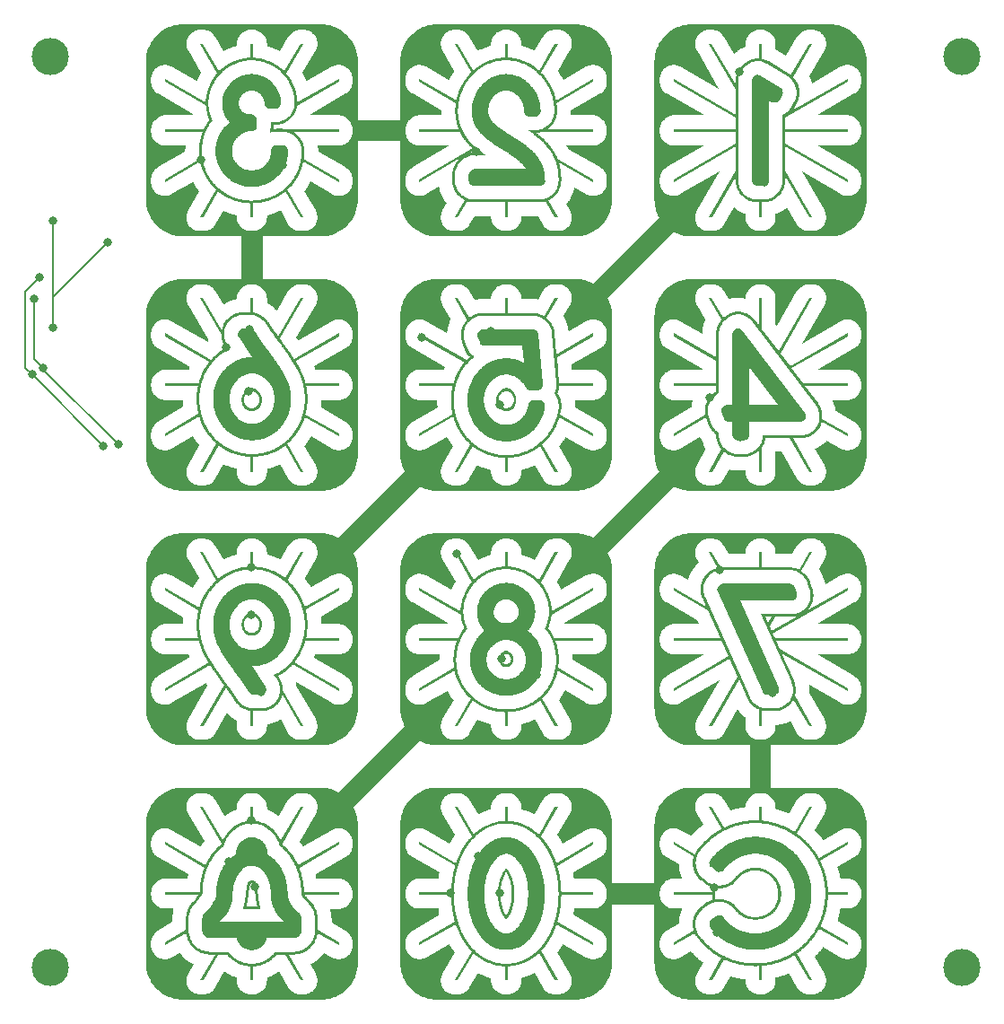
<source format=gbl>
G04 (created by PCBNEW-RS274X (2012-apr-16-27)-stable) date Sat 30 Nov 2013 01:43:18 AM CET*
G01*
G70*
G90*
%MOIN*%
G04 Gerber Fmt 3.4, Leading zero omitted, Abs format*
%FSLAX34Y34*%
G04 APERTURE LIST*
%ADD10C,0.006000*%
%ADD11C,0.000100*%
%ADD12C,0.008000*%
%ADD13C,0.137800*%
%ADD14C,0.031500*%
%ADD15C,0.008000*%
G04 APERTURE END LIST*
G54D10*
G54D11*
G36*
X31694Y-01573D02*
X31396Y-01895D01*
X31365Y-01870D01*
X31332Y-01848D01*
X31298Y-01828D01*
X31263Y-01811D01*
X31226Y-01797D01*
X31188Y-01785D01*
X31150Y-01776D01*
X31111Y-01771D01*
X31111Y-01771D01*
X31085Y-01770D01*
X31059Y-01771D01*
X30941Y-01771D01*
X30900Y-01772D01*
X30859Y-01777D01*
X30819Y-01786D01*
X30779Y-01797D01*
X30741Y-01812D01*
X30704Y-01830D01*
X30668Y-01850D01*
X30634Y-01873D01*
X30602Y-01899D01*
X30572Y-01927D01*
X30544Y-01957D01*
X30519Y-01990D01*
X30497Y-02024D01*
X30083Y-02740D01*
X29698Y-02510D01*
X29698Y-02281D01*
X29696Y-02239D01*
X29690Y-02198D01*
X29680Y-02157D01*
X29667Y-02118D01*
X29651Y-02079D01*
X29632Y-02042D01*
X29609Y-02007D01*
X29585Y-01973D01*
X29557Y-01941D01*
X29527Y-01912D01*
X29496Y-01884D01*
X29462Y-01859D01*
X29426Y-01837D01*
X29389Y-01818D01*
X29351Y-01801D01*
X29311Y-01788D01*
X29271Y-01779D01*
X29229Y-01773D01*
X29188Y-01771D01*
X29087Y-01771D01*
X29045Y-01773D01*
X29004Y-01779D01*
X28963Y-01788D01*
X28923Y-01801D01*
X28885Y-01818D01*
X28848Y-01837D01*
X28812Y-01859D01*
X28779Y-01884D01*
X28747Y-01912D01*
X28717Y-01941D01*
X28690Y-01973D01*
X28665Y-02007D01*
X28643Y-02042D01*
X28623Y-02079D01*
X28607Y-02118D01*
X28594Y-02157D01*
X28584Y-02198D01*
X28578Y-02239D01*
X28576Y-02281D01*
X28576Y-02403D01*
X28540Y-02416D01*
X28504Y-02431D01*
X28468Y-02447D01*
X28433Y-02464D01*
X28398Y-02482D01*
X28364Y-02501D01*
X28330Y-02520D01*
X28297Y-02541D01*
X28265Y-02563D01*
X28233Y-02586D01*
X28202Y-02610D01*
X28172Y-02634D01*
X28142Y-02660D01*
X27774Y-02024D01*
X27752Y-01990D01*
X27727Y-01957D01*
X27699Y-01927D01*
X27669Y-01899D01*
X27637Y-01873D01*
X27603Y-01850D01*
X27567Y-01830D01*
X27530Y-01812D01*
X27491Y-01797D01*
X27452Y-01786D01*
X27412Y-01777D01*
X27371Y-01772D01*
X27330Y-01771D01*
X27215Y-01771D01*
X27174Y-01773D01*
X27133Y-01778D01*
X27093Y-01786D01*
X27053Y-01798D01*
X27015Y-01813D01*
X26978Y-01831D01*
X26942Y-01852D01*
X26908Y-01875D01*
X26876Y-01901D01*
X26846Y-01930D01*
X26818Y-01960D01*
X26793Y-01993D01*
X26771Y-02028D01*
X26752Y-02064D01*
X26736Y-02102D01*
X26723Y-02141D01*
X26714Y-02181D01*
X26707Y-02222D01*
X26704Y-02262D01*
X26704Y-02303D01*
X26707Y-02344D01*
X26714Y-02385D01*
X26723Y-02425D01*
X26736Y-02464D01*
X26752Y-02502D01*
X26771Y-02538D01*
X27597Y-03972D01*
X26163Y-03142D01*
X26127Y-03123D01*
X26089Y-03107D01*
X26050Y-03095D01*
X26010Y-03085D01*
X25969Y-03079D01*
X25928Y-03076D01*
X25887Y-03076D01*
X25847Y-03079D01*
X25806Y-03085D01*
X25766Y-03095D01*
X25727Y-03107D01*
X25689Y-03123D01*
X25653Y-03142D01*
X25618Y-03165D01*
X25585Y-03190D01*
X25555Y-03217D01*
X25526Y-03247D01*
X25500Y-03279D01*
X25477Y-03313D01*
X25456Y-03349D01*
X25438Y-03387D01*
X25423Y-03425D01*
X25411Y-03465D01*
X25403Y-03505D01*
X25398Y-03546D01*
X25396Y-03587D01*
X25396Y-03701D01*
X25397Y-03743D01*
X25402Y-03783D01*
X25411Y-03824D01*
X25422Y-03863D01*
X25437Y-03901D01*
X25455Y-03939D01*
X25475Y-03974D01*
X25498Y-04009D01*
X25524Y-04041D01*
X25552Y-04071D01*
X25582Y-04098D01*
X25615Y-04124D01*
X25649Y-04146D01*
X27038Y-04948D01*
X25906Y-04948D01*
X25864Y-04950D01*
X25823Y-04956D01*
X25782Y-04966D01*
X25743Y-04979D01*
X25704Y-04995D01*
X25667Y-05014D01*
X25632Y-05036D01*
X25598Y-05061D01*
X25566Y-05089D01*
X25537Y-05118D01*
X25509Y-05150D01*
X25484Y-05184D01*
X25462Y-05220D01*
X25443Y-05257D01*
X25426Y-05295D01*
X25413Y-05335D01*
X25404Y-05375D01*
X25398Y-05416D01*
X25396Y-05458D01*
X25396Y-05559D01*
X25398Y-05601D01*
X25404Y-05642D01*
X25413Y-05683D01*
X25426Y-05722D01*
X25443Y-05761D01*
X25462Y-05798D01*
X25484Y-05833D01*
X25509Y-05867D01*
X25537Y-05899D01*
X25566Y-05929D01*
X25598Y-05956D01*
X25632Y-05981D01*
X25667Y-06003D01*
X25704Y-06023D01*
X25743Y-06039D01*
X25782Y-06052D01*
X25823Y-06061D01*
X25864Y-06067D01*
X25906Y-06069D01*
X27038Y-06069D01*
X25649Y-06872D01*
X25615Y-06894D01*
X25582Y-06919D01*
X25552Y-06947D01*
X25524Y-06977D01*
X25498Y-07009D01*
X25475Y-07043D01*
X25455Y-07079D01*
X25437Y-07116D01*
X25422Y-07154D01*
X25411Y-07194D01*
X25402Y-07234D01*
X25397Y-07275D01*
X25396Y-07316D01*
X25396Y-07431D01*
X25398Y-07472D01*
X25403Y-07513D01*
X25411Y-07553D01*
X25423Y-07592D01*
X25438Y-07631D01*
X25456Y-07668D01*
X25477Y-07704D01*
X25500Y-07738D01*
X25526Y-07770D01*
X25555Y-07800D01*
X25585Y-07828D01*
X25618Y-07853D01*
X25653Y-07875D01*
X25689Y-07894D01*
X25727Y-07910D01*
X25766Y-07923D01*
X25806Y-07932D01*
X25847Y-07939D01*
X25887Y-07942D01*
X25928Y-07942D01*
X25969Y-07938D01*
X26010Y-07932D01*
X26050Y-07923D01*
X26089Y-07910D01*
X26127Y-07894D01*
X26163Y-07875D01*
X27601Y-07045D01*
X26771Y-08479D01*
X26752Y-08516D01*
X26736Y-08554D01*
X26723Y-08593D01*
X26714Y-08633D01*
X26707Y-08673D01*
X26704Y-08714D01*
X26704Y-08755D01*
X26707Y-08796D01*
X26714Y-08836D01*
X26723Y-08876D01*
X26736Y-08915D01*
X26752Y-08953D01*
X26771Y-08990D01*
X26793Y-09024D01*
X26818Y-09057D01*
X26846Y-09088D01*
X26876Y-09116D01*
X26908Y-09142D01*
X26942Y-09165D01*
X26978Y-09186D01*
X27015Y-09204D01*
X27053Y-09219D01*
X27093Y-09231D01*
X27133Y-09240D01*
X27174Y-09245D01*
X27215Y-09247D01*
X27333Y-09247D01*
X27374Y-09245D01*
X27415Y-09240D01*
X27455Y-09232D01*
X27495Y-09220D01*
X27533Y-09205D01*
X27571Y-09188D01*
X27606Y-09167D01*
X27640Y-09144D01*
X27673Y-09119D01*
X27703Y-09091D01*
X27730Y-09060D01*
X27755Y-09028D01*
X27778Y-08993D01*
X28142Y-08358D01*
X28172Y-08383D01*
X28202Y-08408D01*
X28233Y-08431D01*
X28265Y-08454D01*
X28297Y-08476D01*
X28330Y-08497D01*
X28364Y-08517D01*
X28398Y-08536D01*
X28433Y-08554D01*
X28468Y-08570D01*
X28504Y-08586D01*
X28540Y-08601D01*
X28576Y-08615D01*
X28576Y-08736D01*
X28578Y-08778D01*
X28584Y-08819D01*
X28594Y-08860D01*
X28607Y-08899D01*
X28623Y-08938D01*
X28643Y-08975D01*
X28665Y-09010D01*
X28690Y-09044D01*
X28717Y-09076D01*
X28747Y-09106D01*
X28779Y-09133D01*
X28812Y-09158D01*
X28848Y-09180D01*
X28885Y-09200D01*
X28923Y-09216D01*
X28963Y-09229D01*
X29004Y-09239D01*
X29045Y-09244D01*
X29087Y-09247D01*
X29188Y-09247D01*
X29229Y-09244D01*
X29271Y-09238D01*
X29311Y-09229D01*
X29351Y-09216D01*
X29389Y-09200D01*
X29426Y-09180D01*
X29462Y-09158D01*
X29496Y-09133D01*
X29527Y-09106D01*
X29557Y-09076D01*
X29585Y-09044D01*
X29609Y-09010D01*
X29632Y-08975D01*
X29651Y-08938D01*
X29667Y-08899D01*
X29680Y-08860D01*
X29690Y-08819D01*
X29696Y-08778D01*
X29698Y-08736D01*
X29698Y-08611D01*
X29734Y-08597D01*
X29770Y-08583D01*
X29805Y-08567D01*
X29840Y-08550D01*
X29875Y-08532D01*
X29909Y-08513D01*
X29942Y-08493D01*
X29975Y-08472D01*
X30007Y-08450D01*
X30038Y-08428D01*
X30069Y-08404D01*
X30099Y-08380D01*
X30128Y-08354D01*
X30497Y-08993D01*
X30519Y-09028D01*
X30544Y-09060D01*
X30572Y-09091D01*
X30602Y-09119D01*
X30634Y-09144D01*
X30668Y-09167D01*
X30704Y-09188D01*
X30741Y-09205D01*
X30779Y-09220D01*
X30819Y-09232D01*
X30859Y-09240D01*
X30900Y-09245D01*
X30941Y-09247D01*
X31059Y-09247D01*
X31100Y-09245D01*
X31141Y-09240D01*
X31181Y-09231D01*
X31221Y-09219D01*
X31259Y-09204D01*
X31297Y-09186D01*
X31332Y-09165D01*
X31366Y-09142D01*
X31399Y-09116D01*
X31429Y-09088D01*
X31456Y-09057D01*
X31481Y-09024D01*
X31503Y-08990D01*
X31523Y-08953D01*
X31538Y-08915D01*
X31551Y-08876D01*
X31561Y-08836D01*
X31567Y-08796D01*
X31570Y-08755D01*
X31570Y-08714D01*
X31567Y-08673D01*
X31561Y-08633D01*
X31551Y-08593D01*
X31538Y-08554D01*
X31522Y-08516D01*
X31503Y-08479D01*
X30677Y-07049D01*
X32108Y-07875D01*
X32144Y-07894D01*
X32182Y-07910D01*
X32221Y-07923D01*
X32261Y-07932D01*
X32302Y-07938D01*
X32342Y-07942D01*
X32383Y-07942D01*
X32424Y-07938D01*
X32465Y-07932D01*
X32505Y-07923D01*
X32544Y-07910D01*
X32582Y-07894D01*
X32618Y-07875D01*
X32653Y-07853D01*
X32686Y-07828D01*
X32716Y-07800D01*
X32745Y-07770D01*
X32771Y-07738D01*
X32794Y-07704D01*
X32815Y-07668D01*
X32833Y-07631D01*
X32848Y-07592D01*
X32859Y-07553D01*
X32868Y-07513D01*
X32873Y-07472D01*
X32875Y-07431D01*
X32875Y-07316D01*
X32873Y-07275D01*
X32868Y-07234D01*
X32860Y-07194D01*
X32848Y-07154D01*
X32834Y-07116D01*
X32816Y-07079D01*
X32796Y-07043D01*
X32773Y-07009D01*
X32747Y-06977D01*
X32719Y-06947D01*
X32689Y-06919D01*
X32656Y-06894D01*
X32622Y-06872D01*
X31233Y-06069D01*
X32365Y-06069D01*
X32407Y-06067D01*
X32448Y-06061D01*
X32488Y-06052D01*
X32528Y-06039D01*
X32566Y-06023D01*
X32603Y-06003D01*
X32639Y-05981D01*
X32673Y-05956D01*
X32705Y-05929D01*
X32734Y-05899D01*
X32762Y-05867D01*
X32787Y-05833D01*
X32809Y-05798D01*
X32828Y-05761D01*
X32844Y-05722D01*
X32857Y-05683D01*
X32867Y-05642D01*
X32873Y-05601D01*
X32875Y-05559D01*
X32875Y-05458D01*
X32873Y-05416D01*
X32867Y-05375D01*
X32857Y-05335D01*
X32844Y-05295D01*
X32828Y-05257D01*
X32809Y-05219D01*
X32787Y-05184D01*
X32762Y-05150D01*
X32734Y-05118D01*
X32705Y-05089D01*
X32673Y-05061D01*
X32639Y-05036D01*
X32603Y-05014D01*
X32566Y-04995D01*
X32528Y-04979D01*
X32488Y-04966D01*
X32448Y-04956D01*
X32407Y-04950D01*
X32365Y-04948D01*
X31233Y-04948D01*
X32622Y-04146D01*
X32656Y-04124D01*
X32689Y-04098D01*
X32719Y-04071D01*
X32747Y-04041D01*
X32773Y-04009D01*
X32796Y-03974D01*
X32816Y-03939D01*
X32834Y-03901D01*
X32848Y-03863D01*
X32860Y-03824D01*
X32868Y-03783D01*
X32873Y-03743D01*
X32875Y-03701D01*
X32875Y-03587D01*
X32873Y-03546D01*
X32868Y-03505D01*
X32859Y-03465D01*
X32848Y-03425D01*
X32833Y-03387D01*
X32815Y-03349D01*
X32794Y-03313D01*
X32771Y-03279D01*
X32745Y-03247D01*
X32716Y-03217D01*
X32686Y-03190D01*
X32653Y-03165D01*
X32618Y-03142D01*
X32582Y-03123D01*
X32544Y-03107D01*
X32505Y-03095D01*
X32465Y-03085D01*
X32424Y-03079D01*
X32383Y-03076D01*
X32342Y-03076D01*
X32302Y-03079D01*
X32261Y-03085D01*
X32221Y-03095D01*
X32182Y-03107D01*
X32144Y-03123D01*
X32108Y-03142D01*
X31049Y-03753D01*
X31038Y-03716D01*
X31026Y-03678D01*
X31014Y-03641D01*
X31000Y-03604D01*
X30985Y-03568D01*
X30969Y-03532D01*
X30951Y-03497D01*
X31503Y-02538D01*
X31522Y-02503D01*
X31537Y-02467D01*
X31550Y-02430D01*
X31560Y-02392D01*
X31567Y-02354D01*
X31571Y-02315D01*
X31572Y-02275D01*
X31570Y-02236D01*
X31566Y-02197D01*
X31558Y-02159D01*
X31547Y-02121D01*
X31534Y-02084D01*
X31517Y-02049D01*
X31498Y-02014D01*
X31476Y-01982D01*
X31451Y-01951D01*
X31425Y-01922D01*
X31396Y-01895D01*
X31694Y-01573D01*
X31766Y-01575D01*
X31836Y-01580D01*
X31905Y-01589D01*
X31973Y-01601D01*
X32040Y-01616D01*
X32105Y-01635D01*
X32169Y-01656D01*
X32232Y-01681D01*
X32293Y-01708D01*
X32352Y-01739D01*
X32410Y-01772D01*
X32466Y-01808D01*
X32520Y-01846D01*
X32572Y-01887D01*
X32622Y-01930D01*
X32670Y-01976D01*
X32716Y-02024D01*
X32759Y-02074D01*
X32800Y-02126D01*
X32838Y-02180D01*
X32874Y-02236D01*
X32907Y-02293D01*
X32937Y-02353D01*
X32965Y-02414D01*
X32990Y-02477D01*
X33011Y-02541D01*
X33030Y-02606D01*
X33045Y-02673D01*
X33057Y-02741D01*
X33066Y-02810D01*
X33071Y-02880D01*
X33073Y-02951D01*
X33073Y-08069D01*
X33071Y-08141D01*
X33066Y-08211D01*
X33057Y-08280D01*
X33045Y-08348D01*
X33030Y-08415D01*
X33011Y-08480D01*
X32990Y-08544D01*
X32965Y-08607D01*
X32937Y-08668D01*
X32907Y-08727D01*
X32874Y-08785D01*
X32838Y-08841D01*
X32800Y-08895D01*
X32759Y-08947D01*
X32716Y-08997D01*
X32670Y-09045D01*
X32622Y-09091D01*
X32572Y-09134D01*
X32520Y-09175D01*
X32466Y-09213D01*
X32410Y-09249D01*
X32352Y-09282D01*
X32293Y-09312D01*
X32232Y-09340D01*
X32169Y-09365D01*
X32105Y-09386D01*
X32040Y-09405D01*
X31973Y-09420D01*
X31905Y-09432D01*
X31836Y-09441D01*
X31766Y-09446D01*
X31694Y-09448D01*
X26576Y-09448D01*
X26535Y-09447D01*
X26493Y-09445D01*
X26452Y-09442D01*
X26411Y-09438D01*
X26371Y-09432D01*
X26331Y-09426D01*
X26291Y-09418D01*
X26252Y-09409D01*
X26213Y-09399D01*
X26174Y-09388D01*
X26137Y-09375D01*
X26099Y-09362D01*
X26062Y-09348D01*
X26026Y-09333D01*
X25990Y-09316D01*
X25955Y-09299D01*
X25920Y-09281D01*
X23458Y-11743D01*
X23458Y-11747D01*
X23476Y-11781D01*
X23494Y-11816D01*
X23510Y-11852D01*
X23525Y-11889D01*
X23539Y-11926D01*
X23553Y-11963D01*
X23565Y-12001D01*
X23576Y-12039D01*
X23586Y-12078D01*
X23595Y-12117D01*
X23603Y-12157D01*
X23609Y-12197D01*
X23615Y-12238D01*
X23619Y-12278D01*
X23622Y-12320D01*
X23624Y-12361D01*
X23625Y-12403D01*
X23625Y-17521D01*
X23623Y-17592D01*
X23618Y-17662D01*
X23609Y-17731D01*
X23597Y-17799D01*
X23582Y-17866D01*
X23563Y-17932D01*
X23542Y-17996D01*
X23517Y-18058D01*
X23489Y-18119D01*
X23459Y-18179D01*
X23426Y-18237D01*
X23390Y-18292D01*
X23352Y-18346D01*
X23311Y-18399D01*
X23268Y-18449D01*
X23222Y-18496D01*
X23174Y-18542D01*
X23124Y-18585D01*
X23072Y-18626D01*
X23018Y-18664D01*
X22962Y-18700D01*
X22905Y-18733D01*
X22845Y-18764D01*
X22784Y-18791D01*
X22721Y-18816D01*
X22657Y-18838D01*
X22592Y-18856D01*
X22525Y-18871D01*
X22457Y-18883D01*
X22388Y-18892D01*
X22318Y-18898D01*
X22247Y-18899D01*
X17128Y-18899D01*
X17087Y-18899D01*
X17045Y-18897D01*
X17004Y-18894D01*
X16963Y-18889D01*
X16922Y-18884D01*
X16882Y-18877D01*
X16843Y-18869D01*
X16804Y-18861D01*
X16765Y-18851D01*
X16727Y-18839D01*
X16689Y-18827D01*
X16651Y-18814D01*
X16614Y-18800D01*
X16578Y-18784D01*
X16542Y-18768D01*
X16507Y-18751D01*
X16472Y-18733D01*
X14010Y-21191D01*
X14029Y-21226D01*
X14046Y-21261D01*
X14062Y-21297D01*
X14077Y-21334D01*
X14091Y-21371D01*
X14104Y-21408D01*
X14116Y-21447D01*
X14127Y-21485D01*
X14136Y-21524D01*
X14145Y-21564D01*
X14153Y-21604D01*
X14159Y-21644D01*
X14164Y-21685D01*
X14168Y-21726D01*
X14171Y-21767D01*
X14173Y-21809D01*
X14174Y-21851D01*
X14174Y-26969D01*
X14172Y-27040D01*
X14167Y-27110D01*
X14158Y-27179D01*
X14146Y-27247D01*
X14130Y-27314D01*
X14112Y-27379D01*
X14090Y-27444D01*
X14066Y-27506D01*
X14038Y-27567D01*
X14008Y-27627D01*
X13975Y-27684D01*
X13939Y-27740D01*
X13900Y-27794D01*
X13860Y-27846D01*
X13816Y-27896D01*
X13771Y-27944D01*
X13723Y-27990D01*
X13673Y-28033D01*
X13621Y-28074D01*
X13567Y-28112D01*
X13511Y-28148D01*
X13453Y-28181D01*
X13394Y-28212D01*
X13333Y-28239D01*
X13270Y-28264D01*
X13206Y-28285D01*
X13140Y-28304D01*
X13074Y-28319D01*
X13006Y-28331D01*
X12936Y-28340D01*
X12866Y-28345D01*
X12795Y-28347D01*
X07677Y-28347D01*
X07606Y-28345D01*
X07536Y-28340D01*
X07467Y-28331D01*
X07399Y-28319D01*
X07332Y-28304D01*
X07266Y-28285D01*
X07202Y-28264D01*
X07140Y-28239D01*
X07079Y-28212D01*
X07019Y-28181D01*
X06961Y-28148D01*
X06905Y-28112D01*
X06851Y-28074D01*
X06799Y-28033D01*
X06749Y-27990D01*
X06702Y-27944D01*
X06656Y-27896D01*
X06613Y-27846D01*
X06572Y-27794D01*
X06533Y-27740D01*
X06498Y-27684D01*
X06465Y-27627D01*
X06434Y-27567D01*
X06407Y-27506D01*
X06382Y-27444D01*
X06360Y-27379D01*
X06342Y-27314D01*
X06327Y-27247D01*
X06314Y-27179D01*
X06306Y-27110D01*
X06300Y-27040D01*
X06299Y-26969D01*
X06299Y-21851D01*
X06300Y-21780D01*
X06306Y-21709D01*
X06314Y-21640D01*
X06327Y-21572D01*
X06342Y-21505D01*
X06360Y-21440D01*
X06382Y-21376D01*
X06407Y-21313D01*
X06434Y-21252D01*
X06465Y-21193D01*
X06498Y-21135D01*
X06533Y-21079D01*
X06572Y-21025D01*
X06613Y-20973D01*
X06656Y-20923D01*
X06702Y-20875D01*
X06749Y-20830D01*
X06799Y-20786D01*
X06851Y-20745D01*
X06905Y-20707D01*
X06961Y-20671D01*
X07019Y-20638D01*
X07079Y-20608D01*
X07140Y-20580D01*
X07202Y-20556D01*
X07266Y-20534D01*
X07332Y-20515D01*
X07399Y-20500D01*
X07467Y-20488D01*
X07536Y-20479D01*
X07606Y-20474D01*
X07677Y-20472D01*
X12795Y-20472D01*
X12496Y-20794D01*
X12466Y-20770D01*
X12433Y-20747D01*
X12399Y-20728D01*
X12363Y-20710D01*
X12327Y-20696D01*
X12289Y-20684D01*
X12251Y-20676D01*
X12212Y-20670D01*
X12212Y-20670D01*
X12186Y-20669D01*
X12160Y-20670D01*
X12042Y-20670D01*
X12001Y-20672D01*
X11960Y-20677D01*
X11920Y-20685D01*
X11880Y-20697D01*
X11842Y-20711D01*
X11804Y-20729D01*
X11769Y-20749D01*
X11735Y-20772D01*
X11702Y-20798D01*
X11672Y-20826D01*
X11645Y-20856D01*
X11620Y-20889D01*
X11597Y-20924D01*
X11302Y-21434D01*
X11268Y-21418D01*
X11233Y-21403D01*
X11198Y-21389D01*
X11163Y-21374D01*
X11127Y-21361D01*
X11092Y-21347D01*
X11056Y-21335D01*
X11019Y-21322D01*
X10983Y-21311D01*
X10947Y-21300D01*
X10910Y-21289D01*
X10873Y-21279D01*
X10836Y-21269D01*
X10799Y-21260D01*
X10799Y-21181D01*
X10797Y-21139D01*
X10791Y-21097D01*
X10781Y-21057D01*
X10768Y-21017D01*
X10752Y-20979D01*
X10732Y-20942D01*
X10710Y-20906D01*
X10685Y-20872D01*
X10658Y-20841D01*
X10628Y-20811D01*
X10596Y-20783D01*
X10563Y-20759D01*
X10527Y-20736D01*
X10490Y-20717D01*
X10452Y-20701D01*
X10412Y-20688D01*
X10371Y-20678D01*
X10330Y-20672D01*
X10288Y-20670D01*
X10188Y-20670D01*
X10146Y-20672D01*
X10104Y-20678D01*
X10064Y-20688D01*
X10024Y-20701D01*
X09986Y-20717D01*
X09949Y-20736D01*
X09913Y-20759D01*
X09879Y-20784D01*
X09848Y-20811D01*
X09818Y-20841D01*
X09790Y-20872D01*
X09766Y-20906D01*
X09743Y-20942D01*
X09724Y-20979D01*
X09708Y-21017D01*
X09695Y-21057D01*
X09685Y-21097D01*
X09679Y-21139D01*
X09677Y-21181D01*
X09677Y-21264D01*
X09640Y-21273D01*
X09603Y-21283D01*
X09566Y-21293D01*
X09529Y-21304D01*
X09493Y-21315D01*
X09456Y-21327D01*
X09420Y-21340D01*
X09384Y-21353D01*
X09348Y-21366D01*
X09313Y-21380D01*
X09278Y-21395D01*
X09243Y-21410D01*
X09208Y-21425D01*
X09174Y-21441D01*
X08875Y-20924D01*
X08853Y-20889D01*
X08828Y-20856D01*
X08800Y-20826D01*
X08770Y-20798D01*
X08738Y-20772D01*
X08704Y-20749D01*
X08668Y-20729D01*
X08631Y-20711D01*
X08592Y-20697D01*
X08553Y-20685D01*
X08512Y-20677D01*
X08472Y-20672D01*
X08431Y-20670D01*
X08316Y-20670D01*
X08275Y-20672D01*
X08234Y-20677D01*
X08194Y-20686D01*
X08154Y-20698D01*
X08116Y-20713D01*
X08078Y-20730D01*
X08043Y-20751D01*
X08009Y-20775D01*
X07976Y-20801D01*
X07946Y-20829D01*
X07919Y-20860D01*
X07894Y-20892D01*
X07872Y-20927D01*
X07852Y-20964D01*
X07837Y-21001D01*
X07824Y-21040D01*
X07814Y-21080D01*
X07808Y-21121D01*
X07805Y-21162D01*
X07805Y-21203D01*
X07808Y-21244D01*
X07814Y-21284D01*
X07824Y-21324D01*
X07837Y-21363D01*
X07853Y-21401D01*
X07872Y-21438D01*
X08278Y-22142D01*
X08254Y-22172D01*
X08230Y-22203D01*
X08207Y-22233D01*
X08184Y-22264D01*
X08162Y-22296D01*
X08140Y-22327D01*
X08119Y-22359D01*
X08098Y-22391D01*
X08077Y-22424D01*
X08058Y-22457D01*
X08038Y-22490D01*
X07264Y-22042D01*
X07227Y-22023D01*
X07189Y-22007D01*
X07150Y-21994D01*
X07111Y-21985D01*
X07070Y-21978D01*
X07029Y-21975D01*
X06988Y-21975D01*
X06947Y-21978D01*
X06907Y-21985D01*
X06867Y-21994D01*
X06828Y-22007D01*
X06790Y-22023D01*
X06753Y-22042D01*
X06719Y-22064D01*
X06686Y-22089D01*
X06655Y-22116D01*
X06627Y-22146D01*
X06601Y-22179D01*
X06578Y-22213D01*
X06557Y-22249D01*
X06539Y-22286D01*
X06524Y-22324D01*
X06512Y-22364D01*
X06504Y-22404D01*
X06498Y-22445D01*
X06497Y-22486D01*
X06497Y-22601D01*
X06498Y-22642D01*
X06503Y-22683D01*
X06511Y-22723D01*
X06523Y-22762D01*
X06538Y-22801D01*
X06555Y-22838D01*
X06576Y-22874D01*
X06599Y-22908D01*
X06624Y-22940D01*
X06652Y-22970D01*
X06683Y-22998D01*
X06715Y-23023D01*
X06750Y-23045D01*
X07688Y-23587D01*
X07684Y-23624D01*
X07681Y-23661D01*
X07679Y-23699D01*
X07677Y-23736D01*
X07675Y-23773D01*
X07674Y-23810D01*
X07674Y-23847D01*
X07007Y-23847D01*
X06965Y-23849D01*
X06924Y-23855D01*
X06883Y-23865D01*
X06844Y-23878D01*
X06805Y-23894D01*
X06768Y-23913D01*
X06733Y-23936D01*
X06699Y-23961D01*
X06667Y-23988D01*
X06637Y-24018D01*
X06610Y-24050D01*
X06585Y-24083D01*
X06563Y-24119D01*
X06543Y-24156D01*
X06527Y-24194D01*
X06514Y-24234D01*
X06505Y-24274D01*
X06499Y-24316D01*
X06497Y-24358D01*
X06497Y-24458D01*
X06499Y-24500D01*
X06505Y-24542D01*
X06514Y-24582D01*
X06527Y-24622D01*
X06543Y-24660D01*
X06563Y-24697D01*
X06585Y-24733D01*
X06610Y-24766D01*
X06637Y-24798D01*
X06667Y-24828D01*
X06699Y-24855D01*
X06733Y-24880D01*
X06768Y-24903D01*
X06805Y-24922D01*
X06844Y-24938D01*
X06883Y-24951D01*
X06924Y-24961D01*
X06965Y-24967D01*
X07007Y-24969D01*
X07896Y-24969D01*
X07907Y-24997D01*
X07919Y-25024D01*
X07932Y-25052D01*
X07944Y-25080D01*
X06750Y-25771D01*
X06715Y-25793D01*
X06683Y-25818D01*
X06652Y-25846D01*
X06624Y-25876D01*
X06599Y-25908D01*
X06576Y-25942D01*
X06555Y-25978D01*
X06538Y-26015D01*
X06523Y-26054D01*
X06511Y-26093D01*
X06503Y-26133D01*
X06498Y-26174D01*
X06497Y-26215D01*
X06497Y-26330D01*
X06498Y-26371D01*
X06503Y-26412D01*
X06512Y-26452D01*
X06524Y-26492D01*
X06539Y-26530D01*
X06557Y-26567D01*
X06578Y-26603D01*
X06601Y-26637D01*
X06627Y-26669D01*
X06655Y-26699D01*
X06686Y-26727D01*
X06719Y-26752D01*
X06753Y-26774D01*
X06790Y-26793D01*
X06828Y-26809D01*
X06867Y-26822D01*
X06907Y-26831D01*
X06947Y-26838D01*
X06988Y-26841D01*
X07029Y-26841D01*
X07070Y-26838D01*
X07111Y-26831D01*
X07150Y-26822D01*
X07189Y-26809D01*
X07227Y-26793D01*
X07264Y-26774D01*
X08535Y-26042D01*
X08553Y-26068D01*
X08574Y-26100D01*
X08594Y-26128D01*
X07872Y-27378D01*
X07853Y-27415D01*
X07837Y-27453D01*
X07824Y-27492D01*
X07814Y-27532D01*
X07808Y-27572D01*
X07805Y-27613D01*
X07805Y-27654D01*
X07808Y-27695D01*
X07814Y-27736D01*
X07824Y-27776D01*
X07837Y-27815D01*
X07852Y-27852D01*
X07872Y-27889D01*
X07894Y-27924D01*
X07919Y-27956D01*
X07946Y-27987D01*
X07976Y-28015D01*
X08009Y-28041D01*
X08043Y-28065D01*
X08078Y-28086D01*
X08116Y-28103D01*
X08154Y-28118D01*
X08194Y-28130D01*
X08234Y-28139D01*
X08275Y-28144D01*
X08316Y-28146D01*
X08434Y-28146D01*
X08475Y-28144D01*
X08516Y-28139D01*
X08556Y-28131D01*
X08596Y-28119D01*
X08634Y-28105D01*
X08671Y-28087D01*
X08707Y-28067D01*
X08741Y-28044D01*
X08773Y-28018D01*
X08803Y-27990D01*
X08831Y-27960D01*
X08856Y-27927D01*
X08878Y-27892D01*
X09316Y-27135D01*
X09342Y-27165D01*
X09369Y-27193D01*
X09396Y-27221D01*
X09424Y-27248D01*
X09454Y-27274D01*
X09483Y-27299D01*
X09514Y-27323D01*
X09545Y-27347D01*
X09577Y-27369D01*
X09610Y-27391D01*
X09643Y-27411D01*
X09677Y-27431D01*
X09677Y-27635D01*
X09679Y-27677D01*
X09685Y-27719D01*
X09695Y-27759D01*
X09708Y-27799D01*
X09724Y-27837D01*
X09743Y-27874D01*
X09766Y-27910D01*
X09790Y-27944D01*
X09818Y-27975D01*
X09848Y-28005D01*
X09879Y-28032D01*
X09913Y-28057D01*
X09949Y-28080D01*
X09986Y-28099D01*
X10024Y-28115D01*
X10064Y-28128D01*
X10104Y-28138D01*
X10146Y-28144D01*
X10188Y-28146D01*
X10288Y-28146D01*
X10330Y-28144D01*
X10371Y-28138D01*
X10412Y-28128D01*
X10452Y-28115D01*
X10490Y-28099D01*
X10527Y-28080D01*
X10563Y-28057D01*
X10596Y-28032D01*
X10628Y-28005D01*
X10658Y-27975D01*
X10685Y-27944D01*
X10710Y-27910D01*
X10732Y-27874D01*
X10752Y-27837D01*
X10768Y-27799D01*
X10781Y-27759D01*
X10791Y-27719D01*
X10797Y-27677D01*
X10799Y-27635D01*
X10799Y-27573D01*
X10837Y-27566D01*
X10874Y-27557D01*
X10912Y-27548D01*
X10949Y-27538D01*
X10986Y-27526D01*
X11023Y-27513D01*
X11059Y-27500D01*
X11094Y-27485D01*
X11130Y-27469D01*
X11165Y-27452D01*
X11199Y-27434D01*
X11233Y-27416D01*
X11266Y-27396D01*
X11299Y-27375D01*
X11597Y-27892D01*
X11620Y-27927D01*
X11645Y-27960D01*
X11672Y-27990D01*
X11702Y-28018D01*
X11735Y-28044D01*
X11769Y-28067D01*
X11804Y-28087D01*
X11842Y-28105D01*
X11880Y-28119D01*
X11920Y-28131D01*
X11960Y-28139D01*
X12001Y-28144D01*
X12042Y-28146D01*
X12160Y-28146D01*
X12201Y-28144D01*
X12242Y-28139D01*
X12282Y-28130D01*
X12322Y-28118D01*
X12360Y-28103D01*
X12397Y-28086D01*
X12433Y-28065D01*
X12467Y-28041D01*
X12499Y-28015D01*
X12529Y-27987D01*
X12557Y-27956D01*
X12582Y-27924D01*
X12604Y-27889D01*
X12623Y-27852D01*
X12639Y-27815D01*
X12652Y-27776D01*
X12661Y-27736D01*
X12668Y-27695D01*
X12671Y-27654D01*
X12671Y-27613D01*
X12668Y-27572D01*
X12661Y-27532D01*
X12652Y-27492D01*
X12639Y-27453D01*
X12623Y-27415D01*
X12604Y-27378D01*
X11896Y-26149D01*
X11891Y-26113D01*
X11886Y-26076D01*
X11879Y-26040D01*
X11872Y-26003D01*
X13208Y-26774D01*
X13245Y-26793D01*
X13283Y-26809D01*
X13322Y-26822D01*
X13362Y-26831D01*
X13402Y-26838D01*
X13443Y-26841D01*
X13484Y-26841D01*
X13525Y-26838D01*
X13566Y-26831D01*
X13605Y-26822D01*
X13644Y-26809D01*
X13682Y-26793D01*
X13719Y-26774D01*
X13753Y-26752D01*
X13786Y-26727D01*
X13817Y-26699D01*
X13845Y-26669D01*
X13871Y-26637D01*
X13895Y-26603D01*
X13915Y-26567D01*
X13933Y-26530D01*
X13948Y-26492D01*
X13960Y-26452D01*
X13969Y-26412D01*
X13974Y-26371D01*
X13976Y-26330D01*
X13976Y-26215D01*
X13974Y-26174D01*
X13969Y-26133D01*
X13961Y-26093D01*
X13949Y-26054D01*
X13935Y-26015D01*
X13917Y-25978D01*
X13897Y-25942D01*
X13873Y-25908D01*
X13848Y-25876D01*
X13820Y-25846D01*
X13789Y-25818D01*
X13757Y-25793D01*
X13722Y-25771D01*
X12535Y-25087D01*
X12548Y-25058D01*
X12561Y-25028D01*
X12574Y-24998D01*
X12587Y-24969D01*
X13465Y-24969D01*
X13507Y-24967D01*
X13549Y-24961D01*
X13589Y-24951D01*
X13629Y-24938D01*
X13667Y-24922D01*
X13704Y-24903D01*
X13740Y-24880D01*
X13773Y-24855D01*
X13805Y-24828D01*
X13835Y-24798D01*
X13862Y-24766D01*
X13887Y-24733D01*
X13909Y-24697D01*
X13929Y-24660D01*
X13945Y-24622D01*
X13958Y-24582D01*
X13968Y-24542D01*
X13974Y-24500D01*
X13976Y-24458D01*
X13976Y-24358D01*
X13974Y-24316D01*
X13968Y-24274D01*
X13958Y-24234D01*
X13945Y-24194D01*
X13929Y-24156D01*
X13909Y-24119D01*
X13887Y-24083D01*
X13862Y-24050D01*
X13835Y-24018D01*
X13805Y-23988D01*
X13773Y-23961D01*
X13740Y-23936D01*
X13704Y-23913D01*
X13667Y-23894D01*
X13629Y-23878D01*
X13589Y-23865D01*
X13549Y-23855D01*
X13507Y-23849D01*
X13465Y-23847D01*
X12819Y-23847D01*
X12819Y-23809D01*
X12817Y-23770D01*
X12815Y-23731D01*
X12813Y-23692D01*
X12810Y-23654D01*
X12806Y-23615D01*
X12802Y-23576D01*
X13722Y-23045D01*
X13757Y-23023D01*
X13789Y-22998D01*
X13820Y-22970D01*
X13848Y-22940D01*
X13873Y-22908D01*
X13897Y-22874D01*
X13917Y-22838D01*
X13935Y-22801D01*
X13949Y-22762D01*
X13961Y-22723D01*
X13969Y-22683D01*
X13974Y-22642D01*
X13976Y-22601D01*
X13976Y-22486D01*
X13974Y-22445D01*
X13969Y-22404D01*
X13960Y-22364D01*
X13948Y-22324D01*
X13933Y-22286D01*
X13915Y-22249D01*
X13895Y-22213D01*
X13871Y-22179D01*
X13845Y-22146D01*
X13817Y-22116D01*
X13786Y-22089D01*
X13753Y-22064D01*
X13719Y-22042D01*
X13682Y-22023D01*
X13644Y-22007D01*
X13605Y-21994D01*
X13566Y-21984D01*
X13525Y-21978D01*
X13484Y-21975D01*
X13443Y-21975D01*
X13402Y-21978D01*
X13362Y-21985D01*
X13322Y-21994D01*
X13283Y-22007D01*
X13245Y-22023D01*
X13208Y-22042D01*
X12444Y-22483D01*
X12425Y-22450D01*
X12405Y-22417D01*
X12384Y-22384D01*
X12363Y-22352D01*
X12341Y-22320D01*
X12319Y-22288D01*
X12297Y-22256D01*
X12274Y-22224D01*
X12250Y-22193D01*
X12226Y-22162D01*
X12201Y-22132D01*
X12604Y-21438D01*
X12623Y-21403D01*
X12638Y-21367D01*
X12651Y-21330D01*
X12661Y-21292D01*
X12668Y-21253D01*
X12672Y-21214D01*
X12673Y-21175D01*
X12671Y-21136D01*
X12666Y-21097D01*
X12659Y-21058D01*
X12648Y-21020D01*
X12635Y-20984D01*
X12618Y-20948D01*
X12599Y-20914D01*
X12577Y-20881D01*
X12552Y-20850D01*
X12525Y-20821D01*
X12496Y-20794D01*
X12795Y-20472D01*
X12837Y-20473D01*
X12878Y-20475D01*
X12920Y-20478D01*
X12960Y-20482D01*
X13001Y-20488D01*
X13041Y-20494D01*
X13081Y-20502D01*
X13120Y-20511D01*
X13159Y-20521D01*
X13197Y-20533D01*
X13235Y-20545D01*
X13272Y-20558D01*
X13309Y-20572D01*
X13346Y-20587D01*
X13381Y-20604D01*
X13417Y-20621D01*
X13451Y-20639D01*
X15917Y-18177D01*
X15917Y-18174D01*
X15899Y-18139D01*
X15881Y-18104D01*
X15865Y-18068D01*
X15850Y-18032D01*
X15836Y-17995D01*
X15823Y-17958D01*
X15810Y-17921D01*
X15799Y-17882D01*
X15789Y-17844D01*
X15780Y-17805D01*
X15772Y-17766D01*
X15766Y-17726D01*
X15760Y-17686D01*
X15756Y-17645D01*
X15753Y-17604D01*
X15751Y-17563D01*
X15750Y-17521D01*
X15750Y-12403D01*
X15752Y-12332D01*
X15757Y-12262D01*
X15766Y-12192D01*
X15778Y-12124D01*
X15793Y-12058D01*
X15812Y-11992D01*
X15833Y-11928D01*
X15858Y-11865D01*
X15886Y-11804D01*
X15916Y-11745D01*
X15949Y-11687D01*
X15985Y-11631D01*
X16023Y-11577D01*
X16064Y-11525D01*
X16107Y-11475D01*
X16153Y-11427D01*
X16201Y-11382D01*
X16251Y-11338D01*
X16303Y-11298D01*
X16357Y-11259D01*
X16413Y-11223D01*
X16470Y-11190D01*
X16530Y-11160D01*
X16591Y-11132D01*
X16654Y-11108D01*
X16718Y-11086D01*
X16783Y-11068D01*
X16850Y-11052D01*
X16918Y-11040D01*
X16987Y-11031D01*
X17057Y-11026D01*
X17128Y-11024D01*
X22247Y-11024D01*
X21948Y-11346D01*
X21917Y-11322D01*
X21884Y-11299D01*
X21850Y-11280D01*
X21815Y-11262D01*
X21778Y-11248D01*
X21741Y-11236D01*
X21702Y-11228D01*
X21663Y-11222D01*
X21663Y-11222D01*
X21637Y-11222D01*
X21611Y-11222D01*
X21493Y-11222D01*
X21452Y-11224D01*
X21411Y-11229D01*
X21371Y-11237D01*
X21331Y-11249D01*
X21293Y-11263D01*
X21256Y-11281D01*
X21220Y-11301D01*
X21186Y-11324D01*
X21154Y-11350D01*
X21124Y-11378D01*
X21096Y-11409D01*
X21071Y-11441D01*
X21049Y-11476D01*
X20868Y-11785D01*
X20831Y-11780D01*
X20795Y-11776D01*
X20758Y-11773D01*
X20721Y-11772D01*
X20684Y-11771D01*
X20250Y-11771D01*
X20250Y-11733D01*
X20248Y-11691D01*
X20242Y-11649D01*
X20232Y-11609D01*
X20219Y-11569D01*
X20203Y-11531D01*
X20184Y-11494D01*
X20162Y-11458D01*
X20137Y-11425D01*
X20109Y-11393D01*
X20080Y-11363D01*
X20048Y-11336D01*
X20014Y-11311D01*
X19978Y-11288D01*
X19941Y-11269D01*
X19903Y-11253D01*
X19863Y-11240D01*
X19823Y-11230D01*
X19782Y-11224D01*
X19740Y-11222D01*
X19639Y-11222D01*
X19597Y-11224D01*
X19556Y-11230D01*
X19515Y-11240D01*
X19476Y-11253D01*
X19437Y-11269D01*
X19400Y-11288D01*
X19365Y-11311D01*
X19331Y-11336D01*
X19299Y-11363D01*
X19269Y-11393D01*
X19242Y-11425D01*
X19217Y-11458D01*
X19195Y-11494D01*
X19175Y-11531D01*
X19159Y-11569D01*
X19146Y-11609D01*
X19136Y-11649D01*
X19131Y-11691D01*
X19128Y-11733D01*
X19128Y-11771D01*
X18813Y-11771D01*
X18775Y-11772D01*
X18738Y-11773D01*
X18701Y-11776D01*
X18664Y-11780D01*
X18627Y-11785D01*
X18590Y-11791D01*
X18554Y-11798D01*
X18517Y-11806D01*
X18326Y-11476D01*
X18304Y-11441D01*
X18279Y-11409D01*
X18251Y-11378D01*
X18221Y-11350D01*
X18189Y-11324D01*
X18155Y-11301D01*
X18119Y-11281D01*
X18082Y-11263D01*
X18044Y-11249D01*
X18004Y-11237D01*
X17964Y-11229D01*
X17923Y-11224D01*
X17882Y-11222D01*
X17767Y-11222D01*
X17726Y-11224D01*
X17685Y-11229D01*
X17645Y-11238D01*
X17606Y-11250D01*
X17567Y-11265D01*
X17530Y-11283D01*
X17494Y-11303D01*
X17460Y-11327D01*
X17428Y-11353D01*
X17398Y-11381D01*
X17370Y-11412D01*
X17345Y-11444D01*
X17323Y-11479D01*
X17304Y-11516D01*
X17288Y-11553D01*
X17275Y-11592D01*
X17266Y-11632D01*
X17259Y-11673D01*
X17256Y-11714D01*
X17256Y-11755D01*
X17259Y-11796D01*
X17266Y-11836D01*
X17275Y-11876D01*
X17288Y-11915D01*
X17304Y-11953D01*
X17323Y-11990D01*
X17625Y-12514D01*
X17608Y-12549D01*
X17593Y-12585D01*
X17579Y-12622D01*
X17565Y-12658D01*
X17553Y-12696D01*
X17542Y-12733D01*
X17532Y-12771D01*
X17523Y-12809D01*
X17515Y-12847D01*
X17508Y-12886D01*
X17503Y-12925D01*
X17498Y-12964D01*
X17495Y-13003D01*
X17493Y-13042D01*
X16715Y-12594D01*
X16679Y-12575D01*
X16641Y-12559D01*
X16602Y-12546D01*
X16562Y-12537D01*
X16521Y-12530D01*
X16481Y-12527D01*
X16439Y-12527D01*
X16399Y-12530D01*
X16358Y-12537D01*
X16318Y-12546D01*
X16279Y-12559D01*
X16241Y-12575D01*
X16205Y-12594D01*
X16170Y-12616D01*
X16137Y-12641D01*
X16107Y-12669D01*
X16078Y-12699D01*
X16052Y-12731D01*
X16029Y-12765D01*
X16008Y-12801D01*
X15990Y-12838D01*
X15975Y-12876D01*
X15964Y-12916D01*
X15955Y-12956D01*
X15950Y-12997D01*
X15948Y-13038D01*
X15948Y-13153D01*
X15949Y-13194D01*
X15955Y-13235D01*
X15963Y-13275D01*
X15974Y-13314D01*
X15989Y-13353D01*
X16007Y-13390D01*
X16027Y-13426D01*
X16050Y-13460D01*
X16076Y-13492D01*
X16104Y-13522D01*
X16134Y-13550D01*
X16167Y-13575D01*
X16201Y-13597D01*
X17406Y-14295D01*
X17390Y-14330D01*
X17373Y-14364D01*
X17358Y-14399D01*
X16458Y-14399D01*
X16416Y-14401D01*
X16375Y-14407D01*
X16335Y-14417D01*
X16295Y-14430D01*
X16257Y-14446D01*
X16219Y-14466D01*
X16184Y-14488D01*
X16150Y-14513D01*
X16118Y-14540D01*
X16089Y-14570D01*
X16061Y-14602D01*
X16036Y-14635D01*
X16014Y-14671D01*
X15995Y-14708D01*
X15979Y-14746D01*
X15966Y-14786D01*
X15956Y-14826D01*
X15950Y-14868D01*
X15948Y-14910D01*
X15948Y-15010D01*
X15950Y-15052D01*
X15956Y-15094D01*
X15966Y-15134D01*
X15979Y-15174D01*
X15995Y-15212D01*
X16014Y-15249D01*
X16036Y-15285D01*
X16061Y-15319D01*
X16089Y-15350D01*
X16118Y-15380D01*
X16150Y-15407D01*
X16184Y-15432D01*
X16220Y-15455D01*
X16257Y-15474D01*
X16295Y-15490D01*
X16335Y-15503D01*
X16375Y-15513D01*
X16416Y-15519D01*
X16458Y-15521D01*
X17122Y-15521D01*
X17122Y-15558D01*
X17123Y-15596D01*
X17124Y-15634D01*
X17126Y-15672D01*
X17129Y-15709D01*
X17132Y-15747D01*
X17135Y-15785D01*
X16201Y-16323D01*
X16167Y-16345D01*
X16134Y-16370D01*
X16104Y-16398D01*
X16076Y-16428D01*
X16050Y-16460D01*
X16027Y-16494D01*
X16007Y-16530D01*
X15989Y-16567D01*
X15974Y-16606D01*
X15963Y-16645D01*
X15955Y-16685D01*
X15949Y-16726D01*
X15948Y-16767D01*
X15948Y-16882D01*
X15950Y-16923D01*
X15955Y-16964D01*
X15964Y-17004D01*
X15975Y-17044D01*
X15990Y-17082D01*
X16008Y-17120D01*
X16029Y-17155D01*
X16052Y-17189D01*
X16078Y-17222D01*
X16107Y-17252D01*
X16137Y-17279D01*
X16170Y-17304D01*
X16205Y-17326D01*
X16241Y-17345D01*
X16279Y-17361D01*
X16318Y-17374D01*
X16358Y-17384D01*
X16399Y-17390D01*
X16439Y-17393D01*
X16481Y-17393D01*
X16521Y-17390D01*
X16562Y-17383D01*
X16602Y-17374D01*
X16641Y-17361D01*
X16679Y-17345D01*
X16715Y-17326D01*
X17483Y-16885D01*
X17502Y-16918D01*
X17522Y-16951D01*
X17542Y-16984D01*
X17563Y-17016D01*
X17584Y-17048D01*
X17606Y-17080D01*
X17628Y-17112D01*
X17651Y-17144D01*
X17674Y-17175D01*
X17698Y-17206D01*
X17722Y-17236D01*
X17722Y-17240D01*
X17323Y-17931D01*
X17304Y-17967D01*
X17288Y-18005D01*
X17275Y-18044D01*
X17266Y-18084D01*
X17259Y-18124D01*
X17256Y-18165D01*
X17256Y-18206D01*
X17259Y-18247D01*
X17266Y-18288D01*
X17275Y-18328D01*
X17288Y-18367D01*
X17304Y-18404D01*
X17323Y-18441D01*
X17345Y-18476D01*
X17370Y-18508D01*
X17398Y-18539D01*
X17428Y-18567D01*
X17460Y-18593D01*
X17494Y-18617D01*
X17530Y-18638D01*
X17567Y-18656D01*
X17606Y-18670D01*
X17645Y-18682D01*
X17685Y-18691D01*
X17726Y-18696D01*
X17767Y-18698D01*
X17885Y-18698D01*
X17927Y-18696D01*
X17967Y-18691D01*
X18008Y-18683D01*
X18047Y-18671D01*
X18085Y-18657D01*
X18123Y-18639D01*
X18158Y-18619D01*
X18193Y-18596D01*
X18225Y-18570D01*
X18255Y-18542D01*
X18282Y-18512D01*
X18308Y-18479D01*
X18330Y-18444D01*
X18618Y-17944D01*
X18653Y-17960D01*
X18688Y-17976D01*
X18724Y-17991D01*
X18759Y-18006D01*
X18795Y-18020D01*
X18832Y-18033D01*
X18868Y-18046D01*
X18905Y-18059D01*
X18942Y-18071D01*
X18979Y-18082D01*
X19016Y-18093D01*
X19053Y-18103D01*
X19091Y-18112D01*
X19128Y-18122D01*
X19128Y-18187D01*
X19131Y-18229D01*
X19137Y-18271D01*
X19146Y-18311D01*
X19159Y-18351D01*
X19175Y-18389D01*
X19195Y-18426D01*
X19217Y-18462D01*
X19242Y-18496D01*
X19269Y-18527D01*
X19299Y-18557D01*
X19331Y-18585D01*
X19365Y-18609D01*
X19400Y-18632D01*
X19437Y-18651D01*
X19476Y-18667D01*
X19515Y-18680D01*
X19556Y-18690D01*
X19597Y-18696D01*
X19639Y-18698D01*
X19740Y-18698D01*
X19782Y-18696D01*
X19823Y-18690D01*
X19863Y-18680D01*
X19903Y-18667D01*
X19941Y-18651D01*
X19978Y-18632D01*
X20014Y-18609D01*
X20048Y-18585D01*
X20080Y-18557D01*
X20109Y-18527D01*
X20137Y-18496D01*
X20162Y-18462D01*
X20184Y-18426D01*
X20203Y-18389D01*
X20219Y-18351D01*
X20232Y-18311D01*
X20242Y-18271D01*
X20248Y-18229D01*
X20250Y-18187D01*
X20250Y-18118D01*
X20287Y-18109D01*
X20324Y-18099D01*
X20361Y-18089D01*
X20398Y-18078D01*
X20435Y-18067D01*
X20471Y-18055D01*
X20508Y-18042D01*
X20544Y-18029D01*
X20580Y-18016D01*
X20616Y-18002D01*
X20651Y-17987D01*
X20687Y-17972D01*
X20722Y-17957D01*
X20757Y-17941D01*
X21049Y-18444D01*
X21071Y-18479D01*
X21096Y-18512D01*
X21124Y-18542D01*
X21154Y-18570D01*
X21186Y-18596D01*
X21220Y-18619D01*
X21256Y-18639D01*
X21293Y-18657D01*
X21331Y-18671D01*
X21371Y-18683D01*
X21411Y-18691D01*
X21452Y-18696D01*
X21493Y-18698D01*
X21611Y-18698D01*
X21652Y-18696D01*
X21693Y-18691D01*
X21733Y-18682D01*
X21773Y-18670D01*
X21811Y-18656D01*
X21849Y-18638D01*
X21884Y-18617D01*
X21919Y-18593D01*
X21951Y-18567D01*
X21981Y-18539D01*
X22008Y-18508D01*
X22033Y-18476D01*
X22056Y-18441D01*
X22075Y-18405D01*
X22091Y-18367D01*
X22103Y-18328D01*
X22113Y-18288D01*
X22119Y-18247D01*
X22122Y-18206D01*
X22122Y-18165D01*
X22119Y-18124D01*
X22113Y-18084D01*
X22103Y-18044D01*
X22090Y-18005D01*
X22075Y-17967D01*
X22056Y-17931D01*
X21656Y-17236D01*
X21680Y-17206D01*
X21704Y-17175D01*
X21727Y-17144D01*
X21750Y-17113D01*
X21772Y-17082D01*
X21794Y-17050D01*
X21815Y-17018D01*
X21836Y-16985D01*
X21856Y-16952D01*
X21876Y-16919D01*
X21896Y-16885D01*
X22660Y-17326D01*
X22696Y-17345D01*
X22734Y-17361D01*
X22773Y-17374D01*
X22813Y-17383D01*
X22854Y-17390D01*
X22894Y-17393D01*
X22936Y-17393D01*
X22976Y-17390D01*
X23017Y-17384D01*
X23057Y-17374D01*
X23096Y-17361D01*
X23134Y-17345D01*
X23170Y-17326D01*
X23205Y-17304D01*
X23238Y-17279D01*
X23268Y-17252D01*
X23297Y-17222D01*
X23323Y-17189D01*
X23346Y-17155D01*
X23367Y-17120D01*
X23385Y-17082D01*
X23400Y-17044D01*
X23411Y-17004D01*
X23420Y-16964D01*
X23425Y-16923D01*
X23427Y-16882D01*
X23427Y-16767D01*
X23426Y-16726D01*
X23420Y-16685D01*
X23412Y-16645D01*
X23401Y-16606D01*
X23386Y-16567D01*
X23368Y-16530D01*
X23348Y-16494D01*
X23325Y-16460D01*
X23299Y-16428D01*
X23271Y-16398D01*
X23241Y-16370D01*
X23208Y-16345D01*
X23174Y-16323D01*
X22247Y-15788D01*
X22248Y-15750D01*
X22248Y-15712D01*
X22247Y-15673D01*
X22245Y-15635D01*
X22242Y-15597D01*
X22238Y-15559D01*
X22233Y-15521D01*
X22917Y-15521D01*
X22959Y-15519D01*
X23000Y-15513D01*
X23040Y-15503D01*
X23080Y-15490D01*
X23118Y-15474D01*
X23156Y-15455D01*
X23191Y-15432D01*
X23225Y-15407D01*
X23257Y-15380D01*
X23286Y-15350D01*
X23314Y-15319D01*
X23339Y-15285D01*
X23361Y-15249D01*
X23380Y-15212D01*
X23396Y-15174D01*
X23409Y-15134D01*
X23419Y-15094D01*
X23425Y-15052D01*
X23427Y-15010D01*
X23427Y-14910D01*
X23425Y-14868D01*
X23419Y-14826D01*
X23409Y-14786D01*
X23396Y-14746D01*
X23380Y-14708D01*
X23361Y-14671D01*
X23339Y-14635D01*
X23314Y-14602D01*
X23286Y-14570D01*
X23257Y-14540D01*
X23225Y-14513D01*
X23191Y-14488D01*
X23155Y-14466D01*
X23118Y-14446D01*
X23080Y-14430D01*
X23040Y-14417D01*
X23000Y-14407D01*
X22959Y-14401D01*
X22917Y-14399D01*
X22122Y-14399D01*
X22108Y-14212D01*
X23174Y-13597D01*
X23208Y-13575D01*
X23241Y-13550D01*
X23271Y-13522D01*
X23299Y-13492D01*
X23325Y-13460D01*
X23348Y-13426D01*
X23368Y-13390D01*
X23386Y-13353D01*
X23401Y-13314D01*
X23412Y-13275D01*
X23420Y-13235D01*
X23426Y-13194D01*
X23427Y-13153D01*
X23427Y-13038D01*
X23425Y-12997D01*
X23420Y-12956D01*
X23411Y-12916D01*
X23400Y-12876D01*
X23385Y-12838D01*
X23367Y-12801D01*
X23346Y-12765D01*
X23323Y-12731D01*
X23297Y-12699D01*
X23268Y-12669D01*
X23238Y-12641D01*
X23205Y-12616D01*
X23170Y-12594D01*
X23134Y-12575D01*
X23096Y-12559D01*
X23057Y-12546D01*
X23017Y-12537D01*
X22976Y-12530D01*
X22936Y-12527D01*
X22894Y-12527D01*
X22854Y-12530D01*
X22813Y-12537D01*
X22773Y-12546D01*
X22734Y-12559D01*
X22696Y-12575D01*
X22660Y-12594D01*
X22003Y-12972D01*
X21999Y-12932D01*
X21994Y-12893D01*
X21987Y-12853D01*
X21979Y-12814D01*
X21970Y-12775D01*
X21960Y-12736D01*
X21948Y-12698D01*
X21935Y-12660D01*
X21922Y-12622D01*
X21907Y-12585D01*
X21891Y-12548D01*
X21874Y-12512D01*
X21856Y-12476D01*
X21836Y-12441D01*
X21816Y-12406D01*
X22056Y-11990D01*
X22074Y-11955D01*
X22090Y-11919D01*
X22102Y-11882D01*
X22112Y-11844D01*
X22119Y-11805D01*
X22123Y-11766D01*
X22124Y-11727D01*
X22122Y-11688D01*
X22118Y-11649D01*
X22110Y-11610D01*
X22099Y-11573D01*
X22086Y-11536D01*
X22069Y-11500D01*
X22050Y-11466D01*
X22028Y-11433D01*
X22004Y-11402D01*
X21977Y-11373D01*
X21948Y-11346D01*
X22247Y-11024D01*
X22288Y-11025D01*
X22330Y-11027D01*
X22371Y-11030D01*
X22412Y-11034D01*
X22452Y-11039D01*
X22492Y-11046D01*
X22532Y-11053D01*
X22571Y-11062D01*
X22610Y-11072D01*
X22648Y-11083D01*
X22686Y-11095D01*
X22724Y-11107D01*
X22761Y-11122D01*
X22797Y-11137D01*
X22833Y-11153D01*
X22868Y-11170D01*
X22903Y-11188D01*
X25365Y-08729D01*
X25347Y-08696D01*
X25331Y-08663D01*
X25315Y-08629D01*
X25301Y-08595D01*
X25287Y-08560D01*
X25274Y-08524D01*
X25262Y-08488D01*
X25252Y-08452D01*
X25242Y-08416D01*
X25233Y-08378D01*
X25225Y-08341D01*
X25218Y-08303D01*
X25212Y-08265D01*
X25207Y-08226D01*
X25203Y-08188D01*
X25200Y-08148D01*
X25198Y-08109D01*
X25198Y-08069D01*
X25198Y-02951D01*
X25200Y-02880D01*
X25205Y-02810D01*
X25214Y-02741D01*
X25226Y-02673D01*
X25241Y-02606D01*
X25260Y-02541D01*
X25281Y-02477D01*
X25306Y-02414D01*
X25333Y-02353D01*
X25364Y-02293D01*
X25397Y-02236D01*
X25433Y-02180D01*
X25471Y-02126D01*
X25512Y-02074D01*
X25555Y-02024D01*
X25601Y-01976D01*
X25649Y-01930D01*
X25699Y-01887D01*
X25751Y-01846D01*
X25805Y-01808D01*
X25861Y-01772D01*
X25918Y-01739D01*
X25978Y-01709D01*
X26039Y-01681D01*
X26102Y-01656D01*
X26166Y-01635D01*
X26231Y-01616D01*
X26298Y-01601D01*
X26366Y-01589D01*
X26435Y-01580D01*
X26505Y-01575D01*
X26576Y-01573D01*
X31694Y-01573D01*
X31694Y-01573D01*
X31694Y-01573D01*
G37*
G36*
X22247Y-01573D02*
X22318Y-01575D01*
X22388Y-01580D01*
X22457Y-01589D01*
X22525Y-01601D01*
X22592Y-01616D01*
X22657Y-01635D01*
X22721Y-01656D01*
X22784Y-01681D01*
X22845Y-01708D01*
X22905Y-01739D01*
X22962Y-01772D01*
X23018Y-01808D01*
X23072Y-01846D01*
X23124Y-01887D01*
X23174Y-01930D01*
X23222Y-01976D01*
X23268Y-02024D01*
X23311Y-02074D01*
X23352Y-02126D01*
X23390Y-02180D01*
X23426Y-02236D01*
X23459Y-02293D01*
X23489Y-02353D01*
X23517Y-02414D01*
X23542Y-02477D01*
X23563Y-02541D01*
X23582Y-02606D01*
X23597Y-02673D01*
X23609Y-02741D01*
X23618Y-02810D01*
X23623Y-02880D01*
X23625Y-02951D01*
X23625Y-08069D01*
X23623Y-08141D01*
X23618Y-08211D01*
X23609Y-08280D01*
X23597Y-08348D01*
X23582Y-08415D01*
X23563Y-08480D01*
X23542Y-08544D01*
X23517Y-08607D01*
X23489Y-08668D01*
X23459Y-08727D01*
X23426Y-08785D01*
X23390Y-08841D01*
X23352Y-08895D01*
X23311Y-08947D01*
X23268Y-08997D01*
X23222Y-09045D01*
X23174Y-09091D01*
X23124Y-09134D01*
X23072Y-09175D01*
X23018Y-09213D01*
X22962Y-09249D01*
X22905Y-09282D01*
X22845Y-09312D01*
X22784Y-09340D01*
X22721Y-09365D01*
X22657Y-09386D01*
X22592Y-09405D01*
X22525Y-09420D01*
X22457Y-09432D01*
X22388Y-09441D01*
X22318Y-09446D01*
X22247Y-09448D01*
X17128Y-09448D01*
X17057Y-09446D01*
X16987Y-09441D01*
X16918Y-09432D01*
X16850Y-09420D01*
X16783Y-09405D01*
X16718Y-09386D01*
X16654Y-09365D01*
X16591Y-09340D01*
X16530Y-09312D01*
X16470Y-09282D01*
X16413Y-09249D01*
X16357Y-09213D01*
X16303Y-09175D01*
X16251Y-09134D01*
X16201Y-09091D01*
X16153Y-09045D01*
X16107Y-08997D01*
X16064Y-08947D01*
X16023Y-08895D01*
X15985Y-08841D01*
X15949Y-08785D01*
X15916Y-08727D01*
X15886Y-08668D01*
X15858Y-08607D01*
X15833Y-08544D01*
X15812Y-08480D01*
X15793Y-08415D01*
X15778Y-08348D01*
X15766Y-08280D01*
X15757Y-08211D01*
X15752Y-08141D01*
X15750Y-08069D01*
X15750Y-05906D01*
X14174Y-05906D01*
X14174Y-08069D01*
X14172Y-08141D01*
X14167Y-08211D01*
X14158Y-08280D01*
X14146Y-08348D01*
X14130Y-08415D01*
X14112Y-08480D01*
X14090Y-08544D01*
X14066Y-08607D01*
X14038Y-08668D01*
X14008Y-08727D01*
X13975Y-08785D01*
X13939Y-08841D01*
X13900Y-08895D01*
X13860Y-08947D01*
X13816Y-08997D01*
X13771Y-09045D01*
X13723Y-09091D01*
X13673Y-09134D01*
X13621Y-09175D01*
X13567Y-09213D01*
X13511Y-09249D01*
X13453Y-09282D01*
X13394Y-09312D01*
X13333Y-09340D01*
X13270Y-09365D01*
X13206Y-09386D01*
X13140Y-09405D01*
X13074Y-09420D01*
X13006Y-09432D01*
X12936Y-09441D01*
X12866Y-09446D01*
X12795Y-09448D01*
X10632Y-09448D01*
X10632Y-11024D01*
X10527Y-11288D01*
X10490Y-11269D01*
X10452Y-11253D01*
X10412Y-11240D01*
X10371Y-11230D01*
X10330Y-11224D01*
X10288Y-11222D01*
X10188Y-11222D01*
X10146Y-11224D01*
X10104Y-11230D01*
X10064Y-11240D01*
X10024Y-11253D01*
X09986Y-11269D01*
X09949Y-11288D01*
X09913Y-11311D01*
X09879Y-11336D01*
X09848Y-11363D01*
X09818Y-11393D01*
X09790Y-11425D01*
X09766Y-11458D01*
X09743Y-11494D01*
X09724Y-11531D01*
X09708Y-11569D01*
X09695Y-11609D01*
X09685Y-11649D01*
X09679Y-11691D01*
X09677Y-11733D01*
X09677Y-11771D01*
X09638Y-11778D01*
X09599Y-11787D01*
X09561Y-11797D01*
X09523Y-11808D01*
X09485Y-11820D01*
X09448Y-11834D01*
X09411Y-11848D01*
X09374Y-11864D01*
X09338Y-11880D01*
X09303Y-11898D01*
X09268Y-11917D01*
X09234Y-11937D01*
X09200Y-11957D01*
X09167Y-11979D01*
X08875Y-11476D01*
X08853Y-11441D01*
X08828Y-11409D01*
X08800Y-11378D01*
X08770Y-11350D01*
X08738Y-11324D01*
X08704Y-11301D01*
X08668Y-11281D01*
X08631Y-11263D01*
X08592Y-11249D01*
X08553Y-11237D01*
X08512Y-11229D01*
X08472Y-11224D01*
X08431Y-11222D01*
X08316Y-11222D01*
X08275Y-11224D01*
X08234Y-11229D01*
X08194Y-11238D01*
X08154Y-11250D01*
X08116Y-11265D01*
X08078Y-11283D01*
X08043Y-11303D01*
X08009Y-11327D01*
X07976Y-11353D01*
X07946Y-11381D01*
X07919Y-11412D01*
X07894Y-11444D01*
X07872Y-11479D01*
X07852Y-11516D01*
X07837Y-11553D01*
X07824Y-11592D01*
X07814Y-11632D01*
X07808Y-11673D01*
X07805Y-11714D01*
X07805Y-11755D01*
X07808Y-11796D01*
X07814Y-11836D01*
X07824Y-11876D01*
X07837Y-11915D01*
X07853Y-11953D01*
X07872Y-11990D01*
X08604Y-13260D01*
X08609Y-13291D01*
X08615Y-13321D01*
X08621Y-13352D01*
X08628Y-13382D01*
X07264Y-12594D01*
X07227Y-12575D01*
X07189Y-12559D01*
X07150Y-12546D01*
X07111Y-12537D01*
X07070Y-12530D01*
X07029Y-12527D01*
X06988Y-12527D01*
X06947Y-12530D01*
X06907Y-12537D01*
X06867Y-12546D01*
X06828Y-12559D01*
X06790Y-12575D01*
X06753Y-12594D01*
X06719Y-12616D01*
X06686Y-12641D01*
X06655Y-12669D01*
X06627Y-12699D01*
X06601Y-12731D01*
X06578Y-12765D01*
X06557Y-12801D01*
X06539Y-12838D01*
X06524Y-12876D01*
X06512Y-12916D01*
X06504Y-12956D01*
X06498Y-12997D01*
X06497Y-13038D01*
X06497Y-13153D01*
X06498Y-13194D01*
X06503Y-13235D01*
X06511Y-13275D01*
X06523Y-13314D01*
X06538Y-13353D01*
X06555Y-13390D01*
X06576Y-13426D01*
X06599Y-13460D01*
X06624Y-13492D01*
X06652Y-13522D01*
X06683Y-13550D01*
X06715Y-13575D01*
X06750Y-13597D01*
X07941Y-14285D01*
X07927Y-14313D01*
X07914Y-14342D01*
X07901Y-14370D01*
X07889Y-14399D01*
X07007Y-14399D01*
X06965Y-14401D01*
X06924Y-14407D01*
X06883Y-14417D01*
X06844Y-14430D01*
X06805Y-14446D01*
X06768Y-14466D01*
X06733Y-14488D01*
X06699Y-14513D01*
X06667Y-14540D01*
X06637Y-14570D01*
X06610Y-14602D01*
X06585Y-14635D01*
X06563Y-14671D01*
X06543Y-14708D01*
X06527Y-14746D01*
X06514Y-14786D01*
X06505Y-14826D01*
X06499Y-14868D01*
X06497Y-14910D01*
X06497Y-15010D01*
X06499Y-15052D01*
X06505Y-15094D01*
X06514Y-15134D01*
X06527Y-15174D01*
X06543Y-15212D01*
X06563Y-15249D01*
X06585Y-15285D01*
X06610Y-15319D01*
X06637Y-15350D01*
X06667Y-15380D01*
X06699Y-15407D01*
X06733Y-15432D01*
X06768Y-15455D01*
X06805Y-15474D01*
X06844Y-15490D01*
X06883Y-15503D01*
X06924Y-15513D01*
X06965Y-15519D01*
X07007Y-15521D01*
X07674Y-15521D01*
X07675Y-15557D01*
X07676Y-15594D01*
X07678Y-15631D01*
X07681Y-15667D01*
X07684Y-15704D01*
X07687Y-15741D01*
X07691Y-15778D01*
X06750Y-16323D01*
X06715Y-16345D01*
X06683Y-16370D01*
X06652Y-16398D01*
X06624Y-16428D01*
X06599Y-16460D01*
X06576Y-16494D01*
X06555Y-16530D01*
X06538Y-16567D01*
X06523Y-16606D01*
X06511Y-16645D01*
X06503Y-16685D01*
X06498Y-16726D01*
X06497Y-16767D01*
X06497Y-16882D01*
X06498Y-16923D01*
X06503Y-16964D01*
X06512Y-17004D01*
X06524Y-17044D01*
X06539Y-17082D01*
X06557Y-17120D01*
X06578Y-17155D01*
X06601Y-17189D01*
X06627Y-17222D01*
X06655Y-17252D01*
X06686Y-17279D01*
X06719Y-17304D01*
X06753Y-17326D01*
X06790Y-17345D01*
X06828Y-17361D01*
X06867Y-17374D01*
X06907Y-17384D01*
X06947Y-17390D01*
X06988Y-17393D01*
X07029Y-17393D01*
X07070Y-17390D01*
X07111Y-17383D01*
X07150Y-17374D01*
X07189Y-17361D01*
X07227Y-17345D01*
X07264Y-17326D01*
X08052Y-16872D01*
X08071Y-16903D01*
X08091Y-16935D01*
X08112Y-16966D01*
X08133Y-16997D01*
X08154Y-17027D01*
X08176Y-17057D01*
X08198Y-17087D01*
X08221Y-17117D01*
X08244Y-17147D01*
X08268Y-17176D01*
X08292Y-17205D01*
X07872Y-17931D01*
X07853Y-17967D01*
X07837Y-18005D01*
X07824Y-18044D01*
X07814Y-18084D01*
X07808Y-18124D01*
X07805Y-18165D01*
X07805Y-18206D01*
X07808Y-18247D01*
X07814Y-18288D01*
X07824Y-18328D01*
X07837Y-18367D01*
X07852Y-18405D01*
X07872Y-18441D01*
X07894Y-18476D01*
X07919Y-18508D01*
X07946Y-18539D01*
X07976Y-18567D01*
X08009Y-18593D01*
X08043Y-18617D01*
X08078Y-18638D01*
X08116Y-18656D01*
X08154Y-18670D01*
X08194Y-18682D01*
X08234Y-18691D01*
X08275Y-18696D01*
X08316Y-18698D01*
X08434Y-18698D01*
X08475Y-18696D01*
X08516Y-18691D01*
X08556Y-18683D01*
X08596Y-18671D01*
X08634Y-18657D01*
X08671Y-18639D01*
X08707Y-18619D01*
X08741Y-18596D01*
X08773Y-18570D01*
X08803Y-18542D01*
X08831Y-18512D01*
X08856Y-18479D01*
X08878Y-18444D01*
X09188Y-17906D01*
X09224Y-17923D01*
X09260Y-17939D01*
X09297Y-17954D01*
X09334Y-17969D01*
X09371Y-17983D01*
X09409Y-17997D01*
X09446Y-18010D01*
X09484Y-18022D01*
X09522Y-18034D01*
X09561Y-18046D01*
X09599Y-18057D01*
X09638Y-18067D01*
X09677Y-18076D01*
X09677Y-18188D01*
X09679Y-18229D01*
X09685Y-18271D01*
X09695Y-18311D01*
X09708Y-18351D01*
X09724Y-18389D01*
X09743Y-18426D01*
X09766Y-18462D01*
X09790Y-18496D01*
X09818Y-18527D01*
X09848Y-18557D01*
X09879Y-18585D01*
X09913Y-18609D01*
X09949Y-18632D01*
X09986Y-18651D01*
X10024Y-18667D01*
X10064Y-18680D01*
X10104Y-18690D01*
X10146Y-18696D01*
X10188Y-18698D01*
X10288Y-18698D01*
X10330Y-18696D01*
X10371Y-18690D01*
X10412Y-18680D01*
X10452Y-18667D01*
X10490Y-18651D01*
X10527Y-18632D01*
X10563Y-18609D01*
X10596Y-18585D01*
X10628Y-18557D01*
X10658Y-18527D01*
X10685Y-18496D01*
X10710Y-18462D01*
X10732Y-18426D01*
X10752Y-18389D01*
X10768Y-18351D01*
X10781Y-18311D01*
X10791Y-18271D01*
X10797Y-18229D01*
X10799Y-18188D01*
X10799Y-18080D01*
X10835Y-18071D01*
X10871Y-18062D01*
X10907Y-18052D01*
X10943Y-18042D01*
X10979Y-18031D01*
X11015Y-18020D01*
X11050Y-18009D01*
X11085Y-17996D01*
X11120Y-17984D01*
X11155Y-17971D01*
X11190Y-17957D01*
X11224Y-17943D01*
X11258Y-17928D01*
X11292Y-17913D01*
X11597Y-18444D01*
X11620Y-18479D01*
X11645Y-18512D01*
X11672Y-18542D01*
X11702Y-18570D01*
X11735Y-18596D01*
X11769Y-18619D01*
X11804Y-18639D01*
X11842Y-18657D01*
X11880Y-18671D01*
X11920Y-18683D01*
X11960Y-18691D01*
X12001Y-18696D01*
X12042Y-18698D01*
X12160Y-18698D01*
X12201Y-18696D01*
X12242Y-18691D01*
X12282Y-18682D01*
X12322Y-18670D01*
X12360Y-18656D01*
X12397Y-18638D01*
X12433Y-18617D01*
X12467Y-18593D01*
X12499Y-18567D01*
X12529Y-18539D01*
X12557Y-18508D01*
X12582Y-18476D01*
X12604Y-18441D01*
X12623Y-18405D01*
X12639Y-18367D01*
X12652Y-18328D01*
X12661Y-18288D01*
X12668Y-18247D01*
X12671Y-18206D01*
X12671Y-18165D01*
X12668Y-18124D01*
X12661Y-18084D01*
X12652Y-18044D01*
X12639Y-18005D01*
X12623Y-17967D01*
X12604Y-17931D01*
X12191Y-17219D01*
X12215Y-17189D01*
X12239Y-17159D01*
X12263Y-17128D01*
X12286Y-17098D01*
X12309Y-17067D01*
X12331Y-17036D01*
X12353Y-17005D01*
X12374Y-16974D01*
X12394Y-16942D01*
X12414Y-16911D01*
X12434Y-16878D01*
X13208Y-17326D01*
X13245Y-17345D01*
X13283Y-17361D01*
X13322Y-17374D01*
X13362Y-17383D01*
X13402Y-17390D01*
X13443Y-17393D01*
X13484Y-17393D01*
X13525Y-17390D01*
X13566Y-17384D01*
X13605Y-17374D01*
X13644Y-17361D01*
X13682Y-17345D01*
X13719Y-17326D01*
X13753Y-17304D01*
X13786Y-17279D01*
X13817Y-17252D01*
X13845Y-17222D01*
X13871Y-17189D01*
X13895Y-17155D01*
X13915Y-17120D01*
X13933Y-17082D01*
X13948Y-17044D01*
X13960Y-17004D01*
X13969Y-16964D01*
X13974Y-16923D01*
X13976Y-16882D01*
X13976Y-16767D01*
X13974Y-16726D01*
X13969Y-16685D01*
X13961Y-16645D01*
X13949Y-16606D01*
X13935Y-16567D01*
X13917Y-16530D01*
X13897Y-16494D01*
X13873Y-16460D01*
X13848Y-16428D01*
X13820Y-16398D01*
X13789Y-16370D01*
X13757Y-16345D01*
X13722Y-16323D01*
X12799Y-15792D01*
X12803Y-15753D01*
X12806Y-15714D01*
X12809Y-15676D01*
X12812Y-15637D01*
X12814Y-15598D01*
X12815Y-15560D01*
X12816Y-15521D01*
X13465Y-15521D01*
X13507Y-15519D01*
X13549Y-15513D01*
X13589Y-15503D01*
X13629Y-15490D01*
X13667Y-15474D01*
X13704Y-15455D01*
X13740Y-15432D01*
X13773Y-15407D01*
X13805Y-15380D01*
X13835Y-15350D01*
X13862Y-15319D01*
X13887Y-15285D01*
X13909Y-15249D01*
X13929Y-15212D01*
X13945Y-15174D01*
X13958Y-15134D01*
X13968Y-15094D01*
X13974Y-15052D01*
X13976Y-15010D01*
X13976Y-14910D01*
X13974Y-14868D01*
X13968Y-14826D01*
X13958Y-14786D01*
X13945Y-14746D01*
X13929Y-14708D01*
X13909Y-14671D01*
X13887Y-14635D01*
X13862Y-14602D01*
X13835Y-14570D01*
X13805Y-14540D01*
X13773Y-14513D01*
X13740Y-14488D01*
X13704Y-14466D01*
X13667Y-14446D01*
X13629Y-14430D01*
X13589Y-14417D01*
X13549Y-14407D01*
X13507Y-14401D01*
X13465Y-14399D01*
X12608Y-14399D01*
X12595Y-14367D01*
X12582Y-14334D01*
X12569Y-14302D01*
X12556Y-14271D01*
X13722Y-13597D01*
X13757Y-13575D01*
X13789Y-13550D01*
X13820Y-13522D01*
X13848Y-13492D01*
X13873Y-13460D01*
X13897Y-13426D01*
X13917Y-13390D01*
X13935Y-13353D01*
X13949Y-13314D01*
X13961Y-13275D01*
X13969Y-13235D01*
X13974Y-13194D01*
X13976Y-13153D01*
X13976Y-13038D01*
X13974Y-12997D01*
X13969Y-12956D01*
X13960Y-12916D01*
X13948Y-12876D01*
X13933Y-12838D01*
X13915Y-12801D01*
X13895Y-12765D01*
X13871Y-12731D01*
X13845Y-12699D01*
X13817Y-12669D01*
X13786Y-12641D01*
X13753Y-12616D01*
X13719Y-12594D01*
X13682Y-12575D01*
X13644Y-12559D01*
X13605Y-12546D01*
X13566Y-12537D01*
X13525Y-12530D01*
X13484Y-12527D01*
X13443Y-12527D01*
X13402Y-12530D01*
X13362Y-12537D01*
X13322Y-12546D01*
X13283Y-12559D01*
X13245Y-12575D01*
X13208Y-12594D01*
X11965Y-13313D01*
X11943Y-13281D01*
X11919Y-13248D01*
X11896Y-13215D01*
X12604Y-11990D01*
X12623Y-11955D01*
X12638Y-11919D01*
X12651Y-11882D01*
X12661Y-11844D01*
X12668Y-11805D01*
X12672Y-11766D01*
X12673Y-11727D01*
X12671Y-11688D01*
X12666Y-11649D01*
X12659Y-11610D01*
X12648Y-11573D01*
X12635Y-11536D01*
X12618Y-11500D01*
X12599Y-11466D01*
X12577Y-11433D01*
X12552Y-11402D01*
X12525Y-11373D01*
X12496Y-11346D01*
X12466Y-11322D01*
X12433Y-11299D01*
X12399Y-11280D01*
X12363Y-11262D01*
X12327Y-11248D01*
X12289Y-11236D01*
X12251Y-11228D01*
X12212Y-11222D01*
X12212Y-11222D01*
X12186Y-11222D01*
X12160Y-11222D01*
X12042Y-11222D01*
X12001Y-11224D01*
X11960Y-11229D01*
X11920Y-11237D01*
X11880Y-11249D01*
X11842Y-11263D01*
X11804Y-11281D01*
X11769Y-11301D01*
X11735Y-11324D01*
X11702Y-11350D01*
X11672Y-11378D01*
X11645Y-11409D01*
X11620Y-11441D01*
X11597Y-11476D01*
X11174Y-12208D01*
X11149Y-12180D01*
X11124Y-12153D01*
X11097Y-12126D01*
X11071Y-12100D01*
X11043Y-12075D01*
X11015Y-12050D01*
X10986Y-12027D01*
X10956Y-12004D01*
X10926Y-11982D01*
X10895Y-11961D01*
X10863Y-11940D01*
X10831Y-11921D01*
X10799Y-11903D01*
X10799Y-11733D01*
X10797Y-11691D01*
X10791Y-11649D01*
X10781Y-11609D01*
X10768Y-11569D01*
X10752Y-11531D01*
X10732Y-11494D01*
X10710Y-11458D01*
X10685Y-11425D01*
X10658Y-11393D01*
X10628Y-11363D01*
X10596Y-11336D01*
X10563Y-11311D01*
X10527Y-11288D01*
X10632Y-11024D01*
X12795Y-11024D01*
X12866Y-11026D01*
X12936Y-11031D01*
X13006Y-11040D01*
X13074Y-11052D01*
X13140Y-11068D01*
X13206Y-11086D01*
X13270Y-11108D01*
X13333Y-11132D01*
X13394Y-11160D01*
X13453Y-11190D01*
X13511Y-11223D01*
X13567Y-11259D01*
X13621Y-11298D01*
X13673Y-11338D01*
X13723Y-11382D01*
X13771Y-11427D01*
X13816Y-11475D01*
X13860Y-11525D01*
X13900Y-11577D01*
X13939Y-11631D01*
X13975Y-11687D01*
X14008Y-11745D01*
X14038Y-11804D01*
X14066Y-11865D01*
X14090Y-11928D01*
X14112Y-11992D01*
X14130Y-12058D01*
X14146Y-12124D01*
X14158Y-12192D01*
X14167Y-12261D01*
X14172Y-12332D01*
X14174Y-12403D01*
X14174Y-17521D01*
X14172Y-17592D01*
X14167Y-17662D01*
X14158Y-17731D01*
X14146Y-17799D01*
X14130Y-17866D01*
X14112Y-17932D01*
X14090Y-17996D01*
X14066Y-18058D01*
X14038Y-18119D01*
X14008Y-18179D01*
X13975Y-18237D01*
X13939Y-18292D01*
X13900Y-18346D01*
X13860Y-18399D01*
X13816Y-18449D01*
X13771Y-18496D01*
X13723Y-18542D01*
X13673Y-18585D01*
X13621Y-18626D01*
X13567Y-18664D01*
X13511Y-18700D01*
X13453Y-18733D01*
X13394Y-18764D01*
X13333Y-18791D01*
X13270Y-18816D01*
X13206Y-18838D01*
X13140Y-18856D01*
X13074Y-18871D01*
X13006Y-18883D01*
X12936Y-18892D01*
X12866Y-18898D01*
X12795Y-18899D01*
X07677Y-18899D01*
X07606Y-18898D01*
X07536Y-18892D01*
X07467Y-18883D01*
X07399Y-18871D01*
X07332Y-18856D01*
X07266Y-18838D01*
X07202Y-18816D01*
X07140Y-18791D01*
X07079Y-18764D01*
X07019Y-18733D01*
X06961Y-18700D01*
X06905Y-18664D01*
X06851Y-18626D01*
X06799Y-18585D01*
X06749Y-18542D01*
X06702Y-18496D01*
X06656Y-18449D01*
X06613Y-18399D01*
X06572Y-18346D01*
X06533Y-18292D01*
X06498Y-18237D01*
X06465Y-18179D01*
X06434Y-18119D01*
X06407Y-18058D01*
X06382Y-17996D01*
X06360Y-17932D01*
X06342Y-17866D01*
X06327Y-17799D01*
X06314Y-17731D01*
X06306Y-17662D01*
X06300Y-17592D01*
X06299Y-17521D01*
X06299Y-12403D01*
X06300Y-12332D01*
X06306Y-12261D01*
X06314Y-12192D01*
X06327Y-12124D01*
X06342Y-12058D01*
X06360Y-11992D01*
X06382Y-11928D01*
X06407Y-11865D01*
X06434Y-11804D01*
X06465Y-11745D01*
X06498Y-11687D01*
X06533Y-11631D01*
X06572Y-11577D01*
X06613Y-11525D01*
X06656Y-11475D01*
X06702Y-11427D01*
X06749Y-11382D01*
X06799Y-11338D01*
X06851Y-11298D01*
X06905Y-11259D01*
X06961Y-11223D01*
X07019Y-11190D01*
X07079Y-11160D01*
X07140Y-11132D01*
X07202Y-11108D01*
X07266Y-11086D01*
X07332Y-11068D01*
X07399Y-11052D01*
X07467Y-11040D01*
X07536Y-11031D01*
X07606Y-11026D01*
X07677Y-11024D01*
X09844Y-11024D01*
X09844Y-09448D01*
X07677Y-09448D01*
X07606Y-09446D01*
X07536Y-09441D01*
X07467Y-09432D01*
X07399Y-09420D01*
X07332Y-09405D01*
X07266Y-09386D01*
X07202Y-09365D01*
X07140Y-09340D01*
X07079Y-09312D01*
X07019Y-09282D01*
X06961Y-09249D01*
X06905Y-09213D01*
X06851Y-09175D01*
X06799Y-09134D01*
X06749Y-09091D01*
X06702Y-09045D01*
X06656Y-08997D01*
X06613Y-08947D01*
X06572Y-08895D01*
X06533Y-08841D01*
X06498Y-08785D01*
X06465Y-08727D01*
X06434Y-08668D01*
X06407Y-08607D01*
X06382Y-08544D01*
X06360Y-08480D01*
X06342Y-08415D01*
X06327Y-08348D01*
X06314Y-08280D01*
X06306Y-08211D01*
X06300Y-08141D01*
X06299Y-08069D01*
X06299Y-02951D01*
X06300Y-02880D01*
X06306Y-02810D01*
X06314Y-02741D01*
X06327Y-02673D01*
X06342Y-02606D01*
X06360Y-02541D01*
X06382Y-02477D01*
X06407Y-02414D01*
X06434Y-02353D01*
X06465Y-02293D01*
X06498Y-02236D01*
X06533Y-02180D01*
X06572Y-02126D01*
X06613Y-02074D01*
X06656Y-02024D01*
X06702Y-01976D01*
X06749Y-01930D01*
X06799Y-01887D01*
X06851Y-01846D01*
X06905Y-01808D01*
X06961Y-01772D01*
X07019Y-01739D01*
X07079Y-01708D01*
X07140Y-01681D01*
X07202Y-01656D01*
X07266Y-01635D01*
X07332Y-01616D01*
X07399Y-01601D01*
X07467Y-01589D01*
X07536Y-01580D01*
X07606Y-01575D01*
X07677Y-01573D01*
X12795Y-01573D01*
X12866Y-01575D01*
X12936Y-01580D01*
X13006Y-01589D01*
X13074Y-01601D01*
X13140Y-01616D01*
X13206Y-01635D01*
X13270Y-01656D01*
X13333Y-01681D01*
X13394Y-01708D01*
X13453Y-01739D01*
X13511Y-01772D01*
X13567Y-01808D01*
X13621Y-01846D01*
X13673Y-01887D01*
X13723Y-01930D01*
X13771Y-01976D01*
X13816Y-02024D01*
X13860Y-02074D01*
X13900Y-02126D01*
X13939Y-02180D01*
X13975Y-02236D01*
X14008Y-02293D01*
X14038Y-02353D01*
X14066Y-02414D01*
X14090Y-02477D01*
X14112Y-02541D01*
X14130Y-02606D01*
X14146Y-02673D01*
X14158Y-02741D01*
X14167Y-02810D01*
X14172Y-02880D01*
X14174Y-02951D01*
X14174Y-05118D01*
X13929Y-05257D01*
X13909Y-05219D01*
X13887Y-05184D01*
X13862Y-05150D01*
X13835Y-05118D01*
X13805Y-05089D01*
X13773Y-05061D01*
X13740Y-05036D01*
X13704Y-05014D01*
X13667Y-04995D01*
X13629Y-04979D01*
X13589Y-04966D01*
X13549Y-04956D01*
X13507Y-04950D01*
X13465Y-04948D01*
X12361Y-04948D01*
X12372Y-04927D01*
X13722Y-04146D01*
X13757Y-04124D01*
X13789Y-04098D01*
X13820Y-04071D01*
X13848Y-04041D01*
X13873Y-04009D01*
X13897Y-03974D01*
X13917Y-03939D01*
X13935Y-03901D01*
X13949Y-03863D01*
X13961Y-03824D01*
X13969Y-03783D01*
X13974Y-03743D01*
X13976Y-03701D01*
X13976Y-03587D01*
X13974Y-03546D01*
X13969Y-03505D01*
X13960Y-03465D01*
X13948Y-03425D01*
X13933Y-03387D01*
X13915Y-03349D01*
X13895Y-03313D01*
X13871Y-03279D01*
X13845Y-03247D01*
X13817Y-03217D01*
X13786Y-03190D01*
X13753Y-03165D01*
X13719Y-03142D01*
X13682Y-03123D01*
X13644Y-03107D01*
X13605Y-03095D01*
X13566Y-03085D01*
X13525Y-03079D01*
X13484Y-03076D01*
X13443Y-03076D01*
X13402Y-03079D01*
X13362Y-03085D01*
X13322Y-03095D01*
X13283Y-03107D01*
X13245Y-03123D01*
X13208Y-03142D01*
X12274Y-03681D01*
X12260Y-03645D01*
X12245Y-03609D01*
X12229Y-03574D01*
X12213Y-03539D01*
X12197Y-03504D01*
X12180Y-03469D01*
X12162Y-03435D01*
X12144Y-03401D01*
X12125Y-03368D01*
X12604Y-02538D01*
X12623Y-02503D01*
X12638Y-02467D01*
X12651Y-02430D01*
X12661Y-02392D01*
X12668Y-02354D01*
X12672Y-02315D01*
X12673Y-02275D01*
X12671Y-02236D01*
X12666Y-02197D01*
X12659Y-02159D01*
X12648Y-02121D01*
X12635Y-02084D01*
X12618Y-02049D01*
X12599Y-02014D01*
X12577Y-01982D01*
X12552Y-01951D01*
X12525Y-01922D01*
X12496Y-01895D01*
X12466Y-01870D01*
X12433Y-01848D01*
X12399Y-01828D01*
X12363Y-01811D01*
X12327Y-01797D01*
X12289Y-01785D01*
X12251Y-01776D01*
X12212Y-01771D01*
X12212Y-01771D01*
X12186Y-01770D01*
X12160Y-01771D01*
X12042Y-01771D01*
X12001Y-01772D01*
X11960Y-01777D01*
X11920Y-01786D01*
X11880Y-01797D01*
X11842Y-01812D01*
X11804Y-01830D01*
X11769Y-01850D01*
X11735Y-01873D01*
X11702Y-01899D01*
X11672Y-01927D01*
X11645Y-01957D01*
X11620Y-01990D01*
X11597Y-02024D01*
X11285Y-02566D01*
X11252Y-02549D01*
X11218Y-02532D01*
X11184Y-02516D01*
X11150Y-02501D01*
X11116Y-02486D01*
X11081Y-02471D01*
X11047Y-02457D01*
X11012Y-02444D01*
X10976Y-02431D01*
X10941Y-02419D01*
X10906Y-02407D01*
X10870Y-02396D01*
X10834Y-02385D01*
X10799Y-02375D01*
X10799Y-02281D01*
X10797Y-02239D01*
X10791Y-02198D01*
X10781Y-02157D01*
X10768Y-02118D01*
X10752Y-02079D01*
X10732Y-02042D01*
X10710Y-02007D01*
X10685Y-01973D01*
X10658Y-01941D01*
X10628Y-01912D01*
X10596Y-01884D01*
X10563Y-01859D01*
X10527Y-01837D01*
X10490Y-01818D01*
X10452Y-01801D01*
X10412Y-01788D01*
X10371Y-01779D01*
X10330Y-01773D01*
X10288Y-01771D01*
X10188Y-01771D01*
X10146Y-01773D01*
X10104Y-01779D01*
X10064Y-01788D01*
X10024Y-01801D01*
X09986Y-01818D01*
X09949Y-01837D01*
X09913Y-01859D01*
X09879Y-01884D01*
X09848Y-01912D01*
X09818Y-01941D01*
X09790Y-01973D01*
X09766Y-02007D01*
X09743Y-02042D01*
X09724Y-02079D01*
X09708Y-02118D01*
X09695Y-02157D01*
X09685Y-02198D01*
X09679Y-02239D01*
X09677Y-02281D01*
X09677Y-02372D01*
X09641Y-02382D01*
X09605Y-02392D01*
X09568Y-02403D01*
X09532Y-02414D01*
X09497Y-02426D01*
X09461Y-02439D01*
X09426Y-02452D01*
X09390Y-02465D01*
X09355Y-02479D01*
X09321Y-02494D01*
X09286Y-02509D01*
X09252Y-02525D01*
X09218Y-02542D01*
X09184Y-02559D01*
X08875Y-02024D01*
X08853Y-01990D01*
X08828Y-01957D01*
X08800Y-01927D01*
X08770Y-01899D01*
X08738Y-01873D01*
X08704Y-01850D01*
X08668Y-01830D01*
X08631Y-01812D01*
X08592Y-01797D01*
X08553Y-01786D01*
X08512Y-01777D01*
X08472Y-01772D01*
X08431Y-01771D01*
X08316Y-01771D01*
X08275Y-01773D01*
X08234Y-01778D01*
X08194Y-01786D01*
X08154Y-01798D01*
X08116Y-01813D01*
X08078Y-01831D01*
X08043Y-01852D01*
X08009Y-01875D01*
X07976Y-01901D01*
X07946Y-01930D01*
X07919Y-01960D01*
X07894Y-01993D01*
X07872Y-02028D01*
X07852Y-02064D01*
X07837Y-02102D01*
X07824Y-02141D01*
X07814Y-02181D01*
X07808Y-02222D01*
X07805Y-02262D01*
X07805Y-02303D01*
X07808Y-02344D01*
X07814Y-02385D01*
X07824Y-02425D01*
X07837Y-02464D01*
X07853Y-02502D01*
X07872Y-02538D01*
X08344Y-03358D01*
X08324Y-03391D01*
X08304Y-03426D01*
X08286Y-03460D01*
X08267Y-03495D01*
X08249Y-03530D01*
X08232Y-03565D01*
X08216Y-03601D01*
X08199Y-03637D01*
X08184Y-03674D01*
X07264Y-03142D01*
X07227Y-03123D01*
X07189Y-03107D01*
X07150Y-03095D01*
X07111Y-03085D01*
X07070Y-03079D01*
X07029Y-03076D01*
X06988Y-03076D01*
X06947Y-03079D01*
X06907Y-03085D01*
X06867Y-03095D01*
X06828Y-03107D01*
X06790Y-03123D01*
X06753Y-03142D01*
X06719Y-03165D01*
X06686Y-03190D01*
X06655Y-03217D01*
X06627Y-03247D01*
X06601Y-03279D01*
X06578Y-03313D01*
X06557Y-03349D01*
X06539Y-03387D01*
X06524Y-03425D01*
X06512Y-03465D01*
X06504Y-03505D01*
X06498Y-03546D01*
X06497Y-03587D01*
X06497Y-03701D01*
X06498Y-03743D01*
X06503Y-03783D01*
X06511Y-03824D01*
X06523Y-03863D01*
X06538Y-03901D01*
X06555Y-03939D01*
X06576Y-03974D01*
X06599Y-04009D01*
X06624Y-04041D01*
X06652Y-04071D01*
X06683Y-04098D01*
X06715Y-04124D01*
X06750Y-04146D01*
X08052Y-04896D01*
X08055Y-04922D01*
X08059Y-04948D01*
X07007Y-04948D01*
X06965Y-04950D01*
X06924Y-04956D01*
X06883Y-04966D01*
X06844Y-04979D01*
X06805Y-04995D01*
X06768Y-05014D01*
X06733Y-05036D01*
X06699Y-05061D01*
X06667Y-05089D01*
X06637Y-05118D01*
X06610Y-05150D01*
X06585Y-05184D01*
X06563Y-05220D01*
X06543Y-05257D01*
X06527Y-05295D01*
X06514Y-05335D01*
X06505Y-05375D01*
X06499Y-05416D01*
X06497Y-05458D01*
X06497Y-05559D01*
X06499Y-05601D01*
X06505Y-05642D01*
X06514Y-05683D01*
X06527Y-05722D01*
X06543Y-05761D01*
X06563Y-05798D01*
X06585Y-05833D01*
X06610Y-05867D01*
X06637Y-05899D01*
X06667Y-05929D01*
X06699Y-05956D01*
X06733Y-05981D01*
X06768Y-06003D01*
X06805Y-06023D01*
X06844Y-06039D01*
X06883Y-06052D01*
X06924Y-06061D01*
X06965Y-06067D01*
X07007Y-06069D01*
X07774Y-06069D01*
X07771Y-06108D01*
X07768Y-06146D01*
X07766Y-06184D01*
X07764Y-06222D01*
X07764Y-06260D01*
X07764Y-06285D01*
X06750Y-06872D01*
X06715Y-06894D01*
X06683Y-06919D01*
X06652Y-06947D01*
X06624Y-06977D01*
X06599Y-07009D01*
X06576Y-07043D01*
X06555Y-07079D01*
X06538Y-07116D01*
X06523Y-07154D01*
X06511Y-07194D01*
X06503Y-07234D01*
X06498Y-07275D01*
X06497Y-07316D01*
X06497Y-07431D01*
X06498Y-07472D01*
X06503Y-07513D01*
X06512Y-07553D01*
X06524Y-07592D01*
X06539Y-07631D01*
X06557Y-07668D01*
X06578Y-07704D01*
X06601Y-07738D01*
X06627Y-07770D01*
X06655Y-07800D01*
X06686Y-07828D01*
X06719Y-07853D01*
X06753Y-07875D01*
X06790Y-07894D01*
X06828Y-07910D01*
X06867Y-07923D01*
X06907Y-07932D01*
X06947Y-07939D01*
X06988Y-07942D01*
X07029Y-07942D01*
X07070Y-07938D01*
X07111Y-07932D01*
X07150Y-07923D01*
X07189Y-07910D01*
X07227Y-07894D01*
X07264Y-07875D01*
X08056Y-07420D01*
X08070Y-07448D01*
X08085Y-07476D01*
X08101Y-07503D01*
X08119Y-07534D01*
X08138Y-07565D01*
X08157Y-07595D01*
X08176Y-07625D01*
X08196Y-07655D01*
X08217Y-07684D01*
X08238Y-07713D01*
X08259Y-07742D01*
X08281Y-07771D01*
X07872Y-08479D01*
X07853Y-08516D01*
X07837Y-08554D01*
X07824Y-08593D01*
X07814Y-08633D01*
X07808Y-08673D01*
X07805Y-08714D01*
X07805Y-08755D01*
X07808Y-08796D01*
X07814Y-08836D01*
X07824Y-08876D01*
X07837Y-08915D01*
X07852Y-08953D01*
X07872Y-08990D01*
X07894Y-09024D01*
X07919Y-09057D01*
X07946Y-09088D01*
X07976Y-09116D01*
X08009Y-09142D01*
X08043Y-09165D01*
X08078Y-09186D01*
X08116Y-09204D01*
X08154Y-09219D01*
X08194Y-09231D01*
X08234Y-09240D01*
X08275Y-09245D01*
X08316Y-09247D01*
X08434Y-09247D01*
X08475Y-09245D01*
X08516Y-09240D01*
X08556Y-09232D01*
X08596Y-09220D01*
X08634Y-09205D01*
X08671Y-09188D01*
X08707Y-09167D01*
X08741Y-09144D01*
X08773Y-09119D01*
X08803Y-09091D01*
X08831Y-09060D01*
X08856Y-09028D01*
X08878Y-08993D01*
X09170Y-08490D01*
X09205Y-08506D01*
X09239Y-08521D01*
X09275Y-08536D01*
X09310Y-08551D01*
X09346Y-08565D01*
X09382Y-08578D01*
X09418Y-08591D01*
X09454Y-08604D01*
X09491Y-08615D01*
X09528Y-08627D01*
X09565Y-08638D01*
X09602Y-08648D01*
X09640Y-08658D01*
X09677Y-08667D01*
X09677Y-08736D01*
X09679Y-08778D01*
X09685Y-08819D01*
X09695Y-08860D01*
X09708Y-08899D01*
X09724Y-08938D01*
X09743Y-08975D01*
X09766Y-09010D01*
X09790Y-09044D01*
X09818Y-09076D01*
X09848Y-09106D01*
X09879Y-09133D01*
X09913Y-09158D01*
X09949Y-09180D01*
X09986Y-09200D01*
X10024Y-09216D01*
X10064Y-09229D01*
X10104Y-09239D01*
X10146Y-09244D01*
X10188Y-09247D01*
X10288Y-09247D01*
X10330Y-09244D01*
X10371Y-09238D01*
X10412Y-09229D01*
X10452Y-09216D01*
X10490Y-09200D01*
X10527Y-09180D01*
X10563Y-09158D01*
X10596Y-09133D01*
X10628Y-09106D01*
X10658Y-09076D01*
X10685Y-09044D01*
X10710Y-09010D01*
X10732Y-08975D01*
X10752Y-08938D01*
X10768Y-08899D01*
X10781Y-08860D01*
X10791Y-08819D01*
X10797Y-08778D01*
X10799Y-08736D01*
X10799Y-08663D01*
X10835Y-08654D01*
X10872Y-08644D01*
X10909Y-08633D01*
X10945Y-08622D01*
X10982Y-08611D01*
X11018Y-08598D01*
X11054Y-08586D01*
X11090Y-08572D01*
X11126Y-08559D01*
X11162Y-08544D01*
X11197Y-08530D01*
X11232Y-08514D01*
X11267Y-08499D01*
X11302Y-08483D01*
X11597Y-08993D01*
X11620Y-09028D01*
X11645Y-09060D01*
X11672Y-09091D01*
X11702Y-09119D01*
X11735Y-09144D01*
X11769Y-09167D01*
X11804Y-09188D01*
X11842Y-09205D01*
X11880Y-09220D01*
X11920Y-09232D01*
X11960Y-09240D01*
X12001Y-09245D01*
X12042Y-09247D01*
X12160Y-09247D01*
X12201Y-09245D01*
X12242Y-09240D01*
X12282Y-09231D01*
X12322Y-09219D01*
X12360Y-09204D01*
X12397Y-09186D01*
X12433Y-09165D01*
X12467Y-09142D01*
X12499Y-09116D01*
X12529Y-09088D01*
X12557Y-09057D01*
X12582Y-09024D01*
X12604Y-08990D01*
X12623Y-08953D01*
X12639Y-08915D01*
X12652Y-08876D01*
X12661Y-08836D01*
X12668Y-08796D01*
X12671Y-08755D01*
X12671Y-08714D01*
X12668Y-08673D01*
X12661Y-08633D01*
X12652Y-08593D01*
X12639Y-08554D01*
X12623Y-08516D01*
X12604Y-08479D01*
X12194Y-07767D01*
X12216Y-07737D01*
X12238Y-07707D01*
X12259Y-07676D01*
X12280Y-07645D01*
X12301Y-07613D01*
X12320Y-07581D01*
X12340Y-07549D01*
X12359Y-07516D01*
X12377Y-07483D01*
X12396Y-07450D01*
X12413Y-07417D01*
X13208Y-07875D01*
X13245Y-07894D01*
X13283Y-07910D01*
X13322Y-07923D01*
X13362Y-07932D01*
X13402Y-07938D01*
X13443Y-07942D01*
X13484Y-07942D01*
X13525Y-07938D01*
X13566Y-07932D01*
X13605Y-07923D01*
X13644Y-07910D01*
X13682Y-07894D01*
X13719Y-07875D01*
X13753Y-07853D01*
X13786Y-07828D01*
X13817Y-07800D01*
X13845Y-07770D01*
X13871Y-07738D01*
X13895Y-07704D01*
X13915Y-07668D01*
X13933Y-07631D01*
X13948Y-07592D01*
X13960Y-07553D01*
X13969Y-07513D01*
X13974Y-07472D01*
X13976Y-07431D01*
X13976Y-07316D01*
X13974Y-07275D01*
X13969Y-07234D01*
X13961Y-07194D01*
X13949Y-07154D01*
X13935Y-07116D01*
X13917Y-07079D01*
X13897Y-07043D01*
X13873Y-07009D01*
X13848Y-06977D01*
X13820Y-06947D01*
X13789Y-06919D01*
X13757Y-06894D01*
X13722Y-06872D01*
X12705Y-06285D01*
X12705Y-06260D01*
X12704Y-06222D01*
X12701Y-06184D01*
X12698Y-06146D01*
X12693Y-06107D01*
X12688Y-06069D01*
X13465Y-06069D01*
X13507Y-06067D01*
X13549Y-06061D01*
X13589Y-06052D01*
X13629Y-06039D01*
X13667Y-06023D01*
X13704Y-06003D01*
X13740Y-05981D01*
X13773Y-05956D01*
X13805Y-05929D01*
X13835Y-05899D01*
X13862Y-05867D01*
X13887Y-05833D01*
X13909Y-05798D01*
X13929Y-05761D01*
X13945Y-05722D01*
X13958Y-05683D01*
X13968Y-05642D01*
X13974Y-05601D01*
X13976Y-05559D01*
X13976Y-05458D01*
X13974Y-05416D01*
X13968Y-05375D01*
X13958Y-05335D01*
X13945Y-05295D01*
X13929Y-05257D01*
X14174Y-05118D01*
X15750Y-05118D01*
X15995Y-05257D01*
X15979Y-05295D01*
X15966Y-05335D01*
X15956Y-05375D01*
X15950Y-05416D01*
X15948Y-05458D01*
X15948Y-05559D01*
X15950Y-05601D01*
X15956Y-05642D01*
X15966Y-05683D01*
X15979Y-05722D01*
X15995Y-05761D01*
X16014Y-05798D01*
X16036Y-05833D01*
X16061Y-05867D01*
X16089Y-05899D01*
X16118Y-05929D01*
X16150Y-05956D01*
X16184Y-05981D01*
X16220Y-06003D01*
X16257Y-06023D01*
X16295Y-06039D01*
X16335Y-06052D01*
X16375Y-06061D01*
X16416Y-06067D01*
X16458Y-06069D01*
X17590Y-06069D01*
X16201Y-06872D01*
X16167Y-06894D01*
X16134Y-06919D01*
X16104Y-06947D01*
X16076Y-06977D01*
X16050Y-07009D01*
X16027Y-07043D01*
X16007Y-07079D01*
X15989Y-07116D01*
X15974Y-07154D01*
X15963Y-07194D01*
X15955Y-07234D01*
X15949Y-07275D01*
X15948Y-07316D01*
X15948Y-07431D01*
X15950Y-07472D01*
X15955Y-07513D01*
X15964Y-07553D01*
X15975Y-07592D01*
X15990Y-07631D01*
X16008Y-07668D01*
X16029Y-07704D01*
X16052Y-07738D01*
X16078Y-07770D01*
X16107Y-07800D01*
X16137Y-07828D01*
X16170Y-07853D01*
X16205Y-07875D01*
X16241Y-07894D01*
X16279Y-07910D01*
X16318Y-07923D01*
X16358Y-07932D01*
X16399Y-07939D01*
X16439Y-07942D01*
X16481Y-07942D01*
X16521Y-07938D01*
X16562Y-07932D01*
X16602Y-07923D01*
X16641Y-07910D01*
X16679Y-07894D01*
X16715Y-07875D01*
X17191Y-07601D01*
X17199Y-07640D01*
X17207Y-07680D01*
X17217Y-07719D01*
X17229Y-07757D01*
X17241Y-07796D01*
X17255Y-07834D01*
X17269Y-07871D01*
X17285Y-07908D01*
X17302Y-07945D01*
X17320Y-07981D01*
X17339Y-08016D01*
X17359Y-08051D01*
X17381Y-08085D01*
X17403Y-08119D01*
X17426Y-08152D01*
X17450Y-08184D01*
X17476Y-08215D01*
X17323Y-08479D01*
X17304Y-08516D01*
X17288Y-08554D01*
X17275Y-08593D01*
X17266Y-08633D01*
X17259Y-08673D01*
X17256Y-08714D01*
X17256Y-08755D01*
X17259Y-08796D01*
X17266Y-08836D01*
X17275Y-08876D01*
X17288Y-08915D01*
X17304Y-08953D01*
X17323Y-08990D01*
X17345Y-09024D01*
X17370Y-09057D01*
X17398Y-09088D01*
X17428Y-09116D01*
X17460Y-09142D01*
X17494Y-09165D01*
X17530Y-09186D01*
X17567Y-09204D01*
X17606Y-09219D01*
X17645Y-09231D01*
X17685Y-09240D01*
X17726Y-09245D01*
X17767Y-09247D01*
X17885Y-09247D01*
X17927Y-09245D01*
X17967Y-09240D01*
X18008Y-09232D01*
X18047Y-09220D01*
X18085Y-09205D01*
X18123Y-09188D01*
X18158Y-09167D01*
X18193Y-09144D01*
X18225Y-09119D01*
X18255Y-09091D01*
X18282Y-09060D01*
X18308Y-09028D01*
X18330Y-08993D01*
X18503Y-08694D01*
X19128Y-08694D01*
X19128Y-08736D01*
X19131Y-08778D01*
X19137Y-08819D01*
X19146Y-08860D01*
X19159Y-08899D01*
X19175Y-08938D01*
X19195Y-08975D01*
X19217Y-09010D01*
X19242Y-09044D01*
X19269Y-09076D01*
X19299Y-09106D01*
X19331Y-09133D01*
X19365Y-09158D01*
X19400Y-09180D01*
X19437Y-09200D01*
X19476Y-09216D01*
X19515Y-09229D01*
X19556Y-09239D01*
X19597Y-09244D01*
X19639Y-09247D01*
X19740Y-09247D01*
X19782Y-09244D01*
X19823Y-09238D01*
X19863Y-09229D01*
X19903Y-09216D01*
X19941Y-09200D01*
X19978Y-09180D01*
X20014Y-09158D01*
X20048Y-09133D01*
X20080Y-09106D01*
X20109Y-09076D01*
X20137Y-09044D01*
X20162Y-09010D01*
X20184Y-08975D01*
X20203Y-08938D01*
X20219Y-08899D01*
X20232Y-08860D01*
X20242Y-08819D01*
X20248Y-08778D01*
X20250Y-08736D01*
X20250Y-08694D01*
X20875Y-08694D01*
X21049Y-08993D01*
X21071Y-09028D01*
X21096Y-09060D01*
X21124Y-09091D01*
X21154Y-09119D01*
X21186Y-09144D01*
X21220Y-09167D01*
X21256Y-09188D01*
X21293Y-09205D01*
X21331Y-09220D01*
X21371Y-09232D01*
X21411Y-09240D01*
X21452Y-09245D01*
X21493Y-09247D01*
X21611Y-09247D01*
X21652Y-09245D01*
X21693Y-09240D01*
X21733Y-09231D01*
X21773Y-09219D01*
X21811Y-09204D01*
X21849Y-09186D01*
X21884Y-09165D01*
X21919Y-09142D01*
X21951Y-09116D01*
X21981Y-09088D01*
X22008Y-09057D01*
X22033Y-09024D01*
X22056Y-08990D01*
X22075Y-08953D01*
X22091Y-08915D01*
X22103Y-08876D01*
X22113Y-08836D01*
X22119Y-08796D01*
X22122Y-08755D01*
X22122Y-08714D01*
X22119Y-08673D01*
X22113Y-08633D01*
X22103Y-08593D01*
X22090Y-08554D01*
X22075Y-08516D01*
X22056Y-08479D01*
X21917Y-08240D01*
X21942Y-08210D01*
X21966Y-08180D01*
X21990Y-08149D01*
X22012Y-08118D01*
X22034Y-08085D01*
X22054Y-08053D01*
X22074Y-08019D01*
X22093Y-07985D01*
X22110Y-07951D01*
X22127Y-07916D01*
X22143Y-07880D01*
X22157Y-07844D01*
X22171Y-07808D01*
X22183Y-07771D01*
X22195Y-07734D01*
X22205Y-07697D01*
X22214Y-07659D01*
X22222Y-07622D01*
X22660Y-07875D01*
X22696Y-07894D01*
X22734Y-07910D01*
X22773Y-07923D01*
X22813Y-07932D01*
X22854Y-07938D01*
X22894Y-07942D01*
X22936Y-07942D01*
X22976Y-07938D01*
X23017Y-07932D01*
X23057Y-07923D01*
X23096Y-07910D01*
X23134Y-07894D01*
X23170Y-07875D01*
X23205Y-07853D01*
X23238Y-07828D01*
X23268Y-07800D01*
X23297Y-07770D01*
X23323Y-07738D01*
X23346Y-07704D01*
X23367Y-07668D01*
X23385Y-07631D01*
X23400Y-07592D01*
X23411Y-07553D01*
X23420Y-07513D01*
X23425Y-07472D01*
X23427Y-07431D01*
X23427Y-07316D01*
X23426Y-07275D01*
X23420Y-07234D01*
X23412Y-07194D01*
X23401Y-07154D01*
X23386Y-07116D01*
X23368Y-07079D01*
X23348Y-07043D01*
X23325Y-07009D01*
X23299Y-06977D01*
X23271Y-06947D01*
X23241Y-06919D01*
X23208Y-06894D01*
X23174Y-06872D01*
X21990Y-06188D01*
X21986Y-06181D01*
X21983Y-06170D01*
X21965Y-06136D01*
X21946Y-06103D01*
X21927Y-06069D01*
X22917Y-06069D01*
X22959Y-06067D01*
X23000Y-06061D01*
X23040Y-06052D01*
X23080Y-06039D01*
X23118Y-06023D01*
X23156Y-06003D01*
X23191Y-05981D01*
X23225Y-05956D01*
X23257Y-05929D01*
X23286Y-05899D01*
X23314Y-05867D01*
X23339Y-05833D01*
X23361Y-05798D01*
X23380Y-05761D01*
X23396Y-05722D01*
X23410Y-05683D01*
X23419Y-05642D01*
X23425Y-05601D01*
X23427Y-05559D01*
X23427Y-05458D01*
X23425Y-05416D01*
X23419Y-05375D01*
X23409Y-05335D01*
X23396Y-05295D01*
X23380Y-05257D01*
X23361Y-05219D01*
X23339Y-05184D01*
X23314Y-05150D01*
X23286Y-05118D01*
X23257Y-05089D01*
X23225Y-05061D01*
X23191Y-05036D01*
X23156Y-05014D01*
X23118Y-04995D01*
X23080Y-04979D01*
X23040Y-04966D01*
X23000Y-04956D01*
X22959Y-04950D01*
X22917Y-04948D01*
X22080Y-04948D01*
X22084Y-04910D01*
X22087Y-04872D01*
X22089Y-04833D01*
X22090Y-04795D01*
X22090Y-04771D01*
X23174Y-04146D01*
X23208Y-04124D01*
X23241Y-04098D01*
X23271Y-04071D01*
X23299Y-04041D01*
X23325Y-04009D01*
X23348Y-03974D01*
X23368Y-03939D01*
X23386Y-03901D01*
X23401Y-03863D01*
X23412Y-03824D01*
X23420Y-03783D01*
X23426Y-03743D01*
X23427Y-03701D01*
X23427Y-03587D01*
X23425Y-03546D01*
X23420Y-03505D01*
X23411Y-03465D01*
X23400Y-03425D01*
X23385Y-03387D01*
X23367Y-03349D01*
X23346Y-03313D01*
X23323Y-03279D01*
X23297Y-03247D01*
X23268Y-03217D01*
X23238Y-03190D01*
X23205Y-03165D01*
X23170Y-03142D01*
X23134Y-03123D01*
X23096Y-03107D01*
X23057Y-03095D01*
X23017Y-03085D01*
X22976Y-03079D01*
X22936Y-03076D01*
X22895Y-03076D01*
X22854Y-03079D01*
X22813Y-03085D01*
X22773Y-03095D01*
X22734Y-03107D01*
X22696Y-03123D01*
X22660Y-03142D01*
X21816Y-03628D01*
X21807Y-03609D01*
X21799Y-03590D01*
X21792Y-03583D01*
X21774Y-03551D01*
X21756Y-03518D01*
X21737Y-03486D01*
X21718Y-03454D01*
X21698Y-03422D01*
X21678Y-03391D01*
X21657Y-03360D01*
X21636Y-03329D01*
X21615Y-03299D01*
X22056Y-02538D01*
X22074Y-02503D01*
X22090Y-02467D01*
X22102Y-02430D01*
X22112Y-02392D01*
X22119Y-02354D01*
X22123Y-02315D01*
X22124Y-02275D01*
X22122Y-02236D01*
X22118Y-02197D01*
X22110Y-02159D01*
X22099Y-02121D01*
X22086Y-02084D01*
X22069Y-02049D01*
X22050Y-02014D01*
X22028Y-01982D01*
X22004Y-01951D01*
X21977Y-01922D01*
X21948Y-01895D01*
X21917Y-01870D01*
X21884Y-01848D01*
X21850Y-01828D01*
X21815Y-01811D01*
X21778Y-01797D01*
X21741Y-01785D01*
X21702Y-01776D01*
X21663Y-01771D01*
X21663Y-01771D01*
X21637Y-01770D01*
X21611Y-01771D01*
X21493Y-01771D01*
X21452Y-01772D01*
X21411Y-01777D01*
X21371Y-01786D01*
X21331Y-01797D01*
X21293Y-01812D01*
X21256Y-01830D01*
X21220Y-01850D01*
X21186Y-01873D01*
X21154Y-01899D01*
X21124Y-01927D01*
X21096Y-01957D01*
X21071Y-01990D01*
X21049Y-02024D01*
X20747Y-02549D01*
X20713Y-02532D01*
X20679Y-02516D01*
X20644Y-02500D01*
X20610Y-02485D01*
X20575Y-02471D01*
X20540Y-02457D01*
X20504Y-02443D01*
X20469Y-02430D01*
X20433Y-02418D01*
X20397Y-02406D01*
X20360Y-02395D01*
X20324Y-02384D01*
X20287Y-02374D01*
X20250Y-02365D01*
X20250Y-02281D01*
X20248Y-02239D01*
X20242Y-02198D01*
X20232Y-02157D01*
X20219Y-02118D01*
X20203Y-02079D01*
X20184Y-02042D01*
X20162Y-02007D01*
X20137Y-01973D01*
X20109Y-01941D01*
X20080Y-01912D01*
X20048Y-01884D01*
X20014Y-01859D01*
X19978Y-01837D01*
X19941Y-01818D01*
X19903Y-01801D01*
X19863Y-01788D01*
X19823Y-01779D01*
X19782Y-01773D01*
X19740Y-01771D01*
X19639Y-01771D01*
X19597Y-01773D01*
X19556Y-01779D01*
X19515Y-01788D01*
X19476Y-01801D01*
X19437Y-01818D01*
X19400Y-01837D01*
X19365Y-01859D01*
X19331Y-01884D01*
X19299Y-01912D01*
X19269Y-01941D01*
X19242Y-01973D01*
X19217Y-02007D01*
X19195Y-02042D01*
X19175Y-02079D01*
X19159Y-02118D01*
X19146Y-02157D01*
X19136Y-02198D01*
X19131Y-02239D01*
X19128Y-02281D01*
X19128Y-02365D01*
X19091Y-02374D01*
X19054Y-02384D01*
X19018Y-02395D01*
X18981Y-02406D01*
X18945Y-02418D01*
X18909Y-02430D01*
X18873Y-02443D01*
X18837Y-02456D01*
X18802Y-02470D01*
X18767Y-02485D01*
X18732Y-02500D01*
X18697Y-02516D01*
X18663Y-02532D01*
X18628Y-02549D01*
X18326Y-02024D01*
X18304Y-01990D01*
X18279Y-01957D01*
X18251Y-01927D01*
X18221Y-01899D01*
X18189Y-01873D01*
X18155Y-01850D01*
X18119Y-01830D01*
X18082Y-01812D01*
X18044Y-01797D01*
X18004Y-01786D01*
X17964Y-01777D01*
X17923Y-01772D01*
X17882Y-01771D01*
X17767Y-01771D01*
X17726Y-01773D01*
X17685Y-01778D01*
X17645Y-01786D01*
X17606Y-01798D01*
X17567Y-01813D01*
X17530Y-01831D01*
X17494Y-01852D01*
X17460Y-01875D01*
X17428Y-01901D01*
X17398Y-01930D01*
X17370Y-01960D01*
X17345Y-01993D01*
X17323Y-02028D01*
X17304Y-02064D01*
X17288Y-02102D01*
X17275Y-02141D01*
X17266Y-02181D01*
X17259Y-02222D01*
X17256Y-02262D01*
X17256Y-02303D01*
X17259Y-02344D01*
X17266Y-02385D01*
X17275Y-02425D01*
X17288Y-02464D01*
X17304Y-02502D01*
X17323Y-02538D01*
X17757Y-03295D01*
X17734Y-03327D01*
X17712Y-03359D01*
X17691Y-03391D01*
X17669Y-03424D01*
X17649Y-03456D01*
X17629Y-03490D01*
X17610Y-03523D01*
X17591Y-03556D01*
X17573Y-03590D01*
X17573Y-03594D01*
X17556Y-03628D01*
X16715Y-03142D01*
X16679Y-03123D01*
X16641Y-03107D01*
X16602Y-03095D01*
X16562Y-03085D01*
X16521Y-03079D01*
X16481Y-03076D01*
X16439Y-03076D01*
X16399Y-03079D01*
X16358Y-03085D01*
X16318Y-03095D01*
X16279Y-03107D01*
X16241Y-03123D01*
X16205Y-03142D01*
X16170Y-03165D01*
X16137Y-03190D01*
X16107Y-03217D01*
X16078Y-03247D01*
X16052Y-03279D01*
X16029Y-03313D01*
X16008Y-03349D01*
X15990Y-03387D01*
X15975Y-03425D01*
X15964Y-03465D01*
X15955Y-03505D01*
X15950Y-03546D01*
X15948Y-03587D01*
X15948Y-03701D01*
X15949Y-03743D01*
X15955Y-03783D01*
X15963Y-03824D01*
X15974Y-03863D01*
X15989Y-03901D01*
X16007Y-03939D01*
X16027Y-03974D01*
X16050Y-04009D01*
X16076Y-04041D01*
X16104Y-04071D01*
X16134Y-04098D01*
X16167Y-04124D01*
X16201Y-04146D01*
X17281Y-04771D01*
X17281Y-04795D01*
X17282Y-04834D01*
X17283Y-04872D01*
X17286Y-04910D01*
X17288Y-04948D01*
X16458Y-04948D01*
X16416Y-04950D01*
X16375Y-04956D01*
X16335Y-04966D01*
X16295Y-04979D01*
X16257Y-04995D01*
X16219Y-05014D01*
X16184Y-05036D01*
X16150Y-05061D01*
X16118Y-05089D01*
X16089Y-05118D01*
X16061Y-05150D01*
X16036Y-05184D01*
X16014Y-05220D01*
X15995Y-05257D01*
X15750Y-05118D01*
X15750Y-02951D01*
X15752Y-02880D01*
X15757Y-02810D01*
X15766Y-02741D01*
X15778Y-02673D01*
X15793Y-02606D01*
X15812Y-02541D01*
X15833Y-02477D01*
X15858Y-02414D01*
X15886Y-02353D01*
X15916Y-02293D01*
X15949Y-02236D01*
X15985Y-02180D01*
X16023Y-02126D01*
X16064Y-02074D01*
X16107Y-02024D01*
X16153Y-01976D01*
X16201Y-01930D01*
X16251Y-01887D01*
X16303Y-01846D01*
X16357Y-01808D01*
X16413Y-01772D01*
X16470Y-01739D01*
X16530Y-01708D01*
X16591Y-01681D01*
X16654Y-01656D01*
X16718Y-01635D01*
X16783Y-01616D01*
X16850Y-01601D01*
X16918Y-01589D01*
X16987Y-01580D01*
X17057Y-01575D01*
X17128Y-01573D01*
X22247Y-01573D01*
X22247Y-01573D01*
G37*
G36*
X31059Y-02285D02*
X30344Y-03524D01*
X30370Y-03552D01*
X30396Y-03582D01*
X30420Y-03612D01*
X30442Y-03644D01*
X30464Y-03676D01*
X30483Y-03710D01*
X30501Y-03744D01*
X30517Y-03779D01*
X30532Y-03815D01*
X30545Y-03852D01*
X30556Y-03889D01*
X30565Y-03927D01*
X30572Y-03966D01*
X30577Y-04005D01*
X30580Y-04044D01*
X30581Y-04083D01*
X30581Y-04122D01*
X30579Y-04161D01*
X30574Y-04200D01*
X30568Y-04239D01*
X30561Y-04278D01*
X30551Y-04316D01*
X30539Y-04353D01*
X30526Y-04390D01*
X30511Y-04426D01*
X30494Y-04462D01*
X30476Y-04497D01*
X30365Y-04691D01*
X30346Y-04722D01*
X30327Y-04752D01*
X30306Y-04781D01*
X32365Y-03590D01*
X32365Y-03705D01*
X30059Y-05038D01*
X30059Y-05462D01*
X32365Y-05462D01*
X32365Y-05563D01*
X30059Y-05563D01*
X30056Y-05986D01*
X32365Y-07319D01*
X32365Y-07434D01*
X30056Y-06101D01*
X30052Y-07000D01*
X31059Y-08740D01*
X30941Y-08740D01*
X30052Y-07201D01*
X30052Y-07375D01*
X30050Y-07419D01*
X30046Y-07462D01*
X30039Y-07504D01*
X30030Y-07547D01*
X30018Y-07588D01*
X30004Y-07629D01*
X29988Y-07669D01*
X29970Y-07708D01*
X29950Y-07746D01*
X29927Y-07784D01*
X29903Y-07820D01*
X29877Y-07854D01*
X29849Y-07888D01*
X29820Y-07920D01*
X29789Y-07951D01*
X29757Y-07980D01*
X29723Y-08008D01*
X29688Y-08033D01*
X29652Y-08058D01*
X29615Y-08080D01*
X29577Y-08100D01*
X29537Y-08118D01*
X29497Y-08134D01*
X29456Y-08148D01*
X29415Y-08159D01*
X29372Y-08168D01*
X29330Y-08175D01*
X29287Y-08179D01*
X29243Y-08181D01*
X29188Y-08181D01*
X29188Y-08740D01*
X29087Y-08740D01*
X29087Y-08181D01*
X29021Y-08181D01*
X28977Y-08179D01*
X28934Y-08175D01*
X28891Y-08168D01*
X28849Y-08159D01*
X28807Y-08148D01*
X28766Y-08134D01*
X28726Y-08118D01*
X28687Y-08099D01*
X28734Y-08013D01*
X28773Y-08030D01*
X28813Y-08045D01*
X28853Y-08057D01*
X28894Y-08067D01*
X28936Y-08074D01*
X28978Y-08078D01*
X29021Y-08080D01*
X29243Y-08080D01*
X29287Y-08078D01*
X29331Y-08074D01*
X29374Y-08066D01*
X29417Y-08055D01*
X29459Y-08042D01*
X29499Y-08026D01*
X29539Y-08008D01*
X29578Y-07987D01*
X29616Y-07964D01*
X29652Y-07938D01*
X29686Y-07911D01*
X29719Y-07882D01*
X29751Y-07850D01*
X29780Y-07817D01*
X29808Y-07783D01*
X29833Y-07747D01*
X29857Y-07710D01*
X29878Y-07671D01*
X29897Y-07631D01*
X29913Y-07590D01*
X29926Y-07549D01*
X29937Y-07506D01*
X29945Y-07463D01*
X29950Y-07419D01*
X29951Y-07375D01*
X29958Y-04927D01*
X29994Y-04910D01*
X30028Y-04890D01*
X30061Y-04869D01*
X30093Y-04845D01*
X30124Y-04820D01*
X30153Y-04794D01*
X30181Y-04766D01*
X30207Y-04736D01*
X30231Y-04705D01*
X30254Y-04672D01*
X30274Y-04639D01*
X30385Y-04444D01*
X30406Y-04406D01*
X30423Y-04366D01*
X30438Y-04325D01*
X30450Y-04283D01*
X30459Y-04241D01*
X30466Y-04198D01*
X30470Y-04155D01*
X30471Y-04111D01*
X30470Y-04068D01*
X30466Y-04024D01*
X30460Y-03981D01*
X30451Y-03938D01*
X30440Y-03896D01*
X30427Y-03854D01*
X30411Y-03813D01*
X30393Y-03774D01*
X30373Y-03735D01*
X30351Y-03698D01*
X30326Y-03662D01*
X30299Y-03628D01*
X30270Y-03595D01*
X30240Y-03565D01*
X30207Y-03536D01*
X30172Y-03510D01*
X30135Y-03486D01*
X29385Y-03038D01*
X29350Y-03018D01*
X29314Y-03001D01*
X29277Y-02985D01*
X29239Y-02972D01*
X29201Y-02960D01*
X29161Y-02951D01*
X29122Y-02944D01*
X29082Y-02940D01*
X29042Y-02938D01*
X29042Y-02938D01*
X28998Y-02938D01*
X28955Y-02941D01*
X28912Y-02947D01*
X28870Y-02956D01*
X28829Y-02968D01*
X28788Y-02982D01*
X28749Y-02999D01*
X28710Y-03018D01*
X28672Y-03039D01*
X28636Y-03063D01*
X28601Y-03089D01*
X28567Y-03116D01*
X28535Y-03146D01*
X28505Y-03177D01*
X28476Y-03210D01*
X28450Y-03244D01*
X28425Y-03279D01*
X28403Y-03316D01*
X28382Y-03355D01*
X28364Y-03394D01*
X28349Y-03434D01*
X28336Y-03475D01*
X28326Y-03517D01*
X28318Y-03559D01*
X28314Y-03602D01*
X28313Y-03646D01*
X28313Y-07372D01*
X28314Y-07414D01*
X28318Y-07456D01*
X28325Y-07498D01*
X28335Y-07539D01*
X28348Y-07580D01*
X28363Y-07619D01*
X28380Y-07658D01*
X28399Y-07696D01*
X28421Y-07732D01*
X28445Y-07767D01*
X28471Y-07801D01*
X28498Y-07834D01*
X28527Y-07865D01*
X28558Y-07894D01*
X28591Y-07922D01*
X28625Y-07948D01*
X28660Y-07971D01*
X28697Y-07993D01*
X28734Y-08013D01*
X28687Y-08099D01*
X28648Y-08079D01*
X28611Y-08057D01*
X28575Y-08033D01*
X28540Y-08007D01*
X28506Y-07979D01*
X28474Y-07950D01*
X28443Y-07919D01*
X28413Y-07887D01*
X28386Y-07853D01*
X28360Y-07818D01*
X28336Y-07782D01*
X28313Y-07744D01*
X28293Y-07706D01*
X28275Y-07666D01*
X28259Y-07626D01*
X28245Y-07585D01*
X28233Y-07544D01*
X28224Y-07501D01*
X28217Y-07458D01*
X28213Y-07415D01*
X28212Y-07372D01*
X28212Y-07219D01*
X27333Y-08740D01*
X27215Y-08740D01*
X28212Y-07014D01*
X28212Y-06104D01*
X25906Y-07434D01*
X25906Y-07319D01*
X28212Y-05990D01*
X28212Y-05563D01*
X25906Y-05563D01*
X25906Y-05462D01*
X28212Y-05462D01*
X28212Y-05035D01*
X25906Y-03705D01*
X25906Y-03590D01*
X28212Y-04920D01*
X28212Y-04010D01*
X27215Y-02285D01*
X27330Y-02285D01*
X28212Y-03813D01*
X28212Y-03646D01*
X28213Y-03603D01*
X28217Y-03560D01*
X28224Y-03518D01*
X28233Y-03476D01*
X28244Y-03435D01*
X28257Y-03395D01*
X28273Y-03355D01*
X28291Y-03316D01*
X28311Y-03278D01*
X28332Y-03242D01*
X28356Y-03206D01*
X28381Y-03171D01*
X28408Y-03138D01*
X28437Y-03106D01*
X28467Y-03075D01*
X28499Y-03046D01*
X28531Y-03018D01*
X28566Y-02992D01*
X28601Y-02968D01*
X28638Y-02945D01*
X28675Y-02925D01*
X28714Y-02906D01*
X28753Y-02889D01*
X28793Y-02875D01*
X28834Y-02863D01*
X28875Y-02853D01*
X28917Y-02845D01*
X28959Y-02840D01*
X29002Y-02837D01*
X29045Y-02837D01*
X29066Y-02838D01*
X29087Y-02840D01*
X29087Y-02285D01*
X29188Y-02285D01*
X29188Y-02854D01*
X29225Y-02863D01*
X29262Y-02873D01*
X29299Y-02886D01*
X29334Y-02899D01*
X29370Y-02915D01*
X29404Y-02932D01*
X29438Y-02951D01*
X30188Y-03399D01*
X30214Y-03417D01*
X30239Y-03436D01*
X30264Y-03455D01*
X30941Y-02285D01*
X31059Y-02285D01*
X31059Y-02285D01*
X31059Y-02285D01*
G37*
G36*
X21611Y-02285D02*
X20993Y-03358D01*
X21020Y-03385D01*
X21047Y-03414D01*
X21073Y-03442D01*
X21099Y-03471D01*
X21124Y-03501D01*
X21148Y-03531D01*
X21172Y-03562D01*
X21195Y-03593D01*
X21218Y-03624D01*
X21240Y-03656D01*
X21261Y-03689D01*
X21282Y-03721D01*
X21302Y-03755D01*
X21322Y-03789D01*
X21340Y-03823D01*
X21344Y-03830D01*
X21362Y-03865D01*
X21379Y-03900D01*
X21395Y-03936D01*
X21411Y-03972D01*
X21426Y-04008D01*
X21441Y-04045D01*
X21454Y-04082D01*
X21467Y-04119D01*
X21480Y-04156D01*
X21491Y-04194D01*
X21502Y-04232D01*
X21512Y-04270D01*
X21522Y-04308D01*
X21530Y-04347D01*
X21538Y-04385D01*
X22917Y-03590D01*
X22917Y-03705D01*
X21556Y-04493D01*
X21561Y-04531D01*
X21565Y-04568D01*
X21568Y-04606D01*
X21571Y-04644D01*
X21574Y-04682D01*
X21575Y-04720D01*
X21576Y-04757D01*
X21576Y-04795D01*
X21575Y-04835D01*
X21572Y-04874D01*
X21566Y-04913D01*
X21559Y-04952D01*
X21549Y-04990D01*
X21538Y-05028D01*
X21524Y-05065D01*
X21509Y-05101D01*
X21492Y-05137D01*
X21474Y-05172D01*
X21453Y-05206D01*
X21432Y-05239D01*
X21408Y-05271D01*
X21383Y-05302D01*
X21357Y-05332D01*
X21330Y-05360D01*
X21301Y-05388D01*
X21271Y-05414D01*
X21240Y-05439D01*
X21208Y-05462D01*
X22917Y-05462D01*
X22917Y-05563D01*
X21007Y-05563D01*
X20974Y-05573D01*
X20941Y-05583D01*
X20908Y-05590D01*
X20874Y-05597D01*
X20840Y-05601D01*
X20806Y-05604D01*
X20763Y-05686D01*
X20731Y-05662D01*
X20699Y-05638D01*
X20667Y-05614D01*
X20635Y-05591D01*
X20602Y-05568D01*
X20569Y-05545D01*
X20537Y-05522D01*
X20503Y-05500D01*
X20524Y-05502D01*
X20545Y-05503D01*
X20767Y-05503D01*
X20810Y-05502D01*
X20852Y-05498D01*
X20894Y-05491D01*
X20935Y-05481D01*
X20976Y-05468D01*
X21015Y-05453D01*
X21054Y-05436D01*
X21091Y-05417D01*
X21128Y-05395D01*
X21163Y-05371D01*
X21197Y-05345D01*
X21230Y-05318D01*
X21261Y-05289D01*
X21290Y-05258D01*
X21318Y-05225D01*
X21343Y-05191D01*
X21367Y-05156D01*
X21389Y-05119D01*
X21408Y-05082D01*
X21426Y-05043D01*
X21441Y-05003D01*
X21453Y-04963D01*
X21463Y-04922D01*
X21470Y-04880D01*
X21474Y-04838D01*
X21476Y-04795D01*
X21475Y-04755D01*
X21474Y-04716D01*
X21472Y-04676D01*
X21469Y-04636D01*
X21466Y-04597D01*
X21462Y-04557D01*
X21457Y-04518D01*
X21451Y-04478D01*
X21444Y-04439D01*
X21437Y-04400D01*
X21429Y-04361D01*
X21420Y-04323D01*
X21410Y-04284D01*
X21400Y-04246D01*
X21388Y-04208D01*
X21376Y-04170D01*
X21364Y-04133D01*
X21350Y-04095D01*
X21336Y-04058D01*
X21321Y-04022D01*
X21305Y-03985D01*
X21289Y-03949D01*
X21271Y-03914D01*
X21253Y-03878D01*
X21250Y-03872D01*
X21231Y-03836D01*
X21211Y-03802D01*
X21190Y-03767D01*
X21169Y-03733D01*
X21147Y-03700D01*
X21124Y-03667D01*
X21100Y-03635D01*
X21076Y-03603D01*
X21051Y-03572D01*
X21026Y-03541D01*
X21000Y-03511D01*
X20973Y-03481D01*
X20946Y-03452D01*
X20918Y-03424D01*
X20890Y-03396D01*
X20861Y-03369D01*
X20831Y-03343D01*
X20801Y-03317D01*
X20771Y-03292D01*
X20740Y-03268D01*
X20708Y-03244D01*
X20676Y-03221D01*
X20644Y-03199D01*
X20611Y-03177D01*
X20578Y-03157D01*
X20545Y-03137D01*
X20511Y-03118D01*
X20476Y-03100D01*
X20441Y-03082D01*
X20406Y-03065D01*
X20370Y-03049D01*
X20334Y-03034D01*
X20298Y-03020D01*
X20261Y-03006D01*
X20224Y-02994D01*
X20186Y-02982D01*
X20148Y-02971D01*
X20110Y-02961D01*
X20072Y-02951D01*
X20034Y-02943D01*
X19995Y-02935D01*
X19957Y-02929D01*
X19918Y-02923D01*
X19879Y-02918D01*
X19840Y-02914D01*
X19801Y-02910D01*
X19762Y-02908D01*
X19723Y-02907D01*
X19684Y-02906D01*
X19684Y-02906D01*
X19645Y-02907D01*
X19606Y-02908D01*
X19567Y-02910D01*
X19528Y-02914D01*
X19489Y-02918D01*
X19451Y-02923D01*
X19412Y-02928D01*
X19373Y-02935D01*
X19335Y-02943D01*
X19297Y-02951D01*
X19258Y-02960D01*
X19221Y-02971D01*
X19183Y-02982D01*
X19145Y-02993D01*
X19108Y-03006D01*
X19071Y-03019D01*
X19035Y-03034D01*
X18999Y-03049D01*
X18963Y-03065D01*
X18927Y-03082D01*
X18892Y-03099D01*
X18858Y-03117D01*
X18824Y-03137D01*
X18790Y-03156D01*
X18757Y-03177D01*
X18724Y-03199D01*
X18691Y-03221D01*
X18659Y-03244D01*
X18628Y-03268D01*
X18596Y-03293D01*
X18566Y-03319D01*
X18536Y-03345D01*
X18506Y-03372D01*
X18477Y-03399D01*
X18449Y-03427D01*
X18421Y-03456D01*
X18393Y-03485D01*
X18367Y-03515D01*
X18341Y-03546D01*
X18315Y-03577D01*
X18291Y-03608D01*
X18266Y-03641D01*
X18243Y-03673D01*
X18220Y-03706D01*
X18198Y-03740D01*
X18177Y-03774D01*
X18157Y-03808D01*
X18137Y-03843D01*
X18118Y-03878D01*
X18100Y-03914D01*
X18083Y-03949D01*
X18066Y-03985D01*
X18051Y-04022D01*
X18036Y-04058D01*
X18021Y-04095D01*
X18008Y-04133D01*
X17995Y-04170D01*
X17983Y-04208D01*
X17972Y-04246D01*
X17962Y-04284D01*
X17952Y-04323D01*
X17943Y-04361D01*
X17935Y-04400D01*
X17927Y-04439D01*
X17921Y-04478D01*
X17915Y-04518D01*
X17910Y-04557D01*
X17906Y-04597D01*
X17902Y-04636D01*
X17899Y-04676D01*
X17897Y-04716D01*
X17896Y-04755D01*
X17896Y-04795D01*
X17896Y-04836D01*
X17898Y-04876D01*
X17900Y-04916D01*
X17904Y-04956D01*
X17908Y-04995D01*
X17914Y-05035D01*
X17920Y-05074D01*
X17927Y-05112D01*
X17936Y-05151D01*
X17945Y-05189D01*
X17955Y-05226D01*
X17966Y-05264D01*
X17977Y-05301D01*
X17990Y-05338D01*
X18003Y-05374D01*
X18017Y-05410D01*
X18021Y-05413D01*
X18036Y-05448D01*
X18051Y-05482D01*
X18067Y-05516D01*
X18084Y-05550D01*
X18102Y-05584D01*
X18121Y-05618D01*
X18140Y-05651D01*
X18160Y-05684D01*
X18181Y-05716D01*
X18202Y-05749D01*
X18225Y-05780D01*
X18248Y-05812D01*
X18272Y-05843D01*
X18297Y-05873D01*
X18323Y-05903D01*
X18349Y-05931D01*
X18375Y-05959D01*
X18401Y-05986D01*
X18428Y-06013D01*
X18454Y-06039D01*
X18482Y-06065D01*
X18509Y-06090D01*
X18537Y-06115D01*
X18565Y-06139D01*
X18593Y-06163D01*
X18621Y-06187D01*
X18649Y-06210D01*
X18677Y-06233D01*
X18706Y-06255D01*
X18735Y-06278D01*
X18766Y-06301D01*
X18797Y-06324D01*
X18828Y-06347D01*
X18861Y-06369D01*
X18893Y-06392D01*
X18926Y-06415D01*
X18958Y-06438D01*
X18493Y-06438D01*
X18450Y-06439D01*
X18408Y-06443D01*
X18390Y-06345D01*
X18356Y-06350D01*
X18323Y-06358D01*
X18528Y-06240D01*
X18528Y-06240D01*
X18556Y-06264D01*
X18583Y-06289D01*
X18611Y-06313D01*
X18628Y-06325D01*
X18646Y-06337D01*
X18493Y-06337D01*
X18459Y-06338D01*
X18424Y-06340D01*
X18390Y-06345D01*
X18408Y-06443D01*
X18366Y-06450D01*
X18325Y-06460D01*
X18285Y-06473D01*
X18245Y-06488D01*
X18207Y-06505D01*
X18169Y-06524D01*
X18132Y-06546D01*
X18097Y-06570D01*
X18063Y-06596D01*
X18031Y-06623D01*
X18000Y-06652D01*
X17970Y-06683D01*
X17943Y-06716D01*
X17917Y-06750D01*
X17893Y-06785D01*
X17872Y-06822D01*
X17852Y-06859D01*
X17835Y-06898D01*
X17820Y-06938D01*
X17807Y-06978D01*
X17798Y-07019D01*
X17791Y-07061D01*
X17786Y-07103D01*
X17785Y-07146D01*
X17785Y-07372D01*
X17786Y-07414D01*
X17791Y-07456D01*
X17798Y-07498D01*
X17807Y-07539D01*
X17820Y-07580D01*
X17835Y-07619D01*
X17852Y-07658D01*
X17872Y-07696D01*
X17893Y-07732D01*
X17917Y-07767D01*
X17943Y-07801D01*
X17970Y-07834D01*
X18000Y-07865D01*
X18031Y-07894D01*
X18063Y-07922D01*
X18097Y-07948D01*
X18132Y-07971D01*
X18169Y-07993D01*
X18207Y-08013D01*
X18245Y-08030D01*
X18285Y-08045D01*
X18325Y-08057D01*
X18366Y-08067D01*
X18408Y-08074D01*
X18450Y-08078D01*
X18493Y-08080D01*
X20924Y-08080D01*
X20966Y-08078D01*
X21008Y-08074D01*
X21050Y-08067D01*
X21091Y-08057D01*
X21132Y-08045D01*
X21171Y-08030D01*
X21210Y-08013D01*
X21248Y-07993D01*
X21284Y-07971D01*
X21320Y-07948D01*
X21353Y-07922D01*
X21386Y-07894D01*
X21417Y-07865D01*
X21446Y-07834D01*
X21474Y-07801D01*
X21500Y-07767D01*
X21523Y-07732D01*
X21545Y-07696D01*
X21565Y-07658D01*
X21582Y-07619D01*
X21597Y-07580D01*
X21609Y-07539D01*
X21619Y-07498D01*
X21626Y-07456D01*
X21630Y-07414D01*
X21632Y-07372D01*
X21632Y-07264D01*
X21631Y-07224D01*
X21630Y-07185D01*
X21628Y-07145D01*
X21625Y-07106D01*
X21621Y-07066D01*
X21616Y-07027D01*
X21610Y-06988D01*
X21603Y-06948D01*
X21595Y-06909D01*
X21587Y-06870D01*
X21578Y-06831D01*
X21567Y-06793D01*
X21556Y-06755D01*
X21544Y-06716D01*
X21532Y-06679D01*
X21518Y-06641D01*
X21504Y-06604D01*
X21488Y-06567D01*
X21472Y-06530D01*
X21455Y-06494D01*
X21437Y-06458D01*
X21437Y-06455D01*
X21419Y-06420D01*
X21399Y-06385D01*
X21379Y-06351D01*
X21359Y-06317D01*
X21338Y-06284D01*
X21316Y-06251D01*
X21293Y-06218D01*
X21270Y-06186D01*
X21247Y-06154D01*
X21222Y-06123D01*
X21197Y-06092D01*
X21172Y-06062D01*
X21146Y-06032D01*
X21120Y-06003D01*
X21093Y-05974D01*
X21065Y-05946D01*
X21037Y-05918D01*
X21008Y-05891D01*
X20979Y-05865D01*
X20949Y-05838D01*
X20919Y-05812D01*
X20888Y-05786D01*
X20857Y-05761D01*
X20826Y-05736D01*
X20795Y-05711D01*
X20763Y-05686D01*
X20806Y-05604D01*
X20836Y-05627D01*
X20866Y-05649D01*
X20897Y-05671D01*
X20927Y-05694D01*
X20957Y-05716D01*
X20987Y-05739D01*
X21016Y-05763D01*
X21045Y-05788D01*
X21074Y-05815D01*
X21103Y-05841D01*
X21131Y-05869D01*
X21159Y-05897D01*
X21186Y-05925D01*
X21212Y-05954D01*
X21239Y-05984D01*
X21264Y-06014D01*
X21289Y-06044D01*
X21314Y-06075D01*
X21338Y-06106D01*
X21361Y-06138D01*
X21384Y-06170D01*
X21407Y-06203D01*
X21428Y-06236D01*
X21450Y-06269D01*
X21470Y-06303D01*
X21490Y-06337D01*
X21509Y-06371D01*
X21528Y-06406D01*
X21531Y-06413D01*
X21549Y-06448D01*
X21566Y-06484D01*
X21582Y-06519D01*
X21597Y-06556D01*
X22917Y-07319D01*
X22917Y-07434D01*
X21646Y-06701D01*
X21657Y-06738D01*
X21667Y-06775D01*
X21677Y-06812D01*
X21685Y-06849D01*
X21693Y-06886D01*
X21701Y-06924D01*
X21707Y-06961D01*
X21713Y-06999D01*
X21718Y-07037D01*
X21723Y-07075D01*
X21726Y-07112D01*
X21729Y-07150D01*
X21731Y-07188D01*
X21732Y-07226D01*
X21733Y-07264D01*
X21733Y-07372D01*
X21731Y-07412D01*
X21728Y-07452D01*
X21722Y-07492D01*
X21714Y-07532D01*
X21704Y-07570D01*
X21692Y-07609D01*
X21679Y-07647D01*
X21663Y-07684D01*
X21645Y-07720D01*
X21626Y-07755D01*
X21605Y-07790D01*
X21582Y-07823D01*
X21558Y-07856D01*
X21533Y-07887D01*
X21505Y-07917D01*
X21477Y-07946D01*
X21447Y-07974D01*
X21417Y-08000D01*
X21385Y-08025D01*
X21352Y-08048D01*
X21317Y-08070D01*
X21282Y-08089D01*
X21247Y-08108D01*
X21611Y-08740D01*
X21493Y-08740D01*
X21149Y-08146D01*
X21113Y-08157D01*
X21076Y-08165D01*
X21038Y-08172D01*
X21000Y-08177D01*
X20962Y-08180D01*
X20924Y-08181D01*
X19740Y-08181D01*
X19740Y-08740D01*
X19639Y-08740D01*
X19639Y-08181D01*
X18493Y-08181D01*
X18455Y-08179D01*
X18418Y-08176D01*
X18381Y-08171D01*
X18344Y-08164D01*
X18307Y-08155D01*
X18271Y-08144D01*
X18236Y-08132D01*
X17885Y-08740D01*
X17767Y-08740D01*
X18142Y-08090D01*
X18107Y-08071D01*
X18072Y-08049D01*
X18039Y-08026D01*
X18006Y-08002D01*
X17975Y-07975D01*
X17945Y-07948D01*
X17916Y-07919D01*
X17888Y-07889D01*
X17862Y-07858D01*
X17838Y-07825D01*
X17814Y-07792D01*
X17793Y-07757D01*
X17773Y-07722D01*
X17755Y-07685D01*
X17739Y-07648D01*
X17725Y-07610D01*
X17713Y-07572D01*
X17703Y-07533D01*
X17695Y-07493D01*
X17689Y-07453D01*
X17685Y-07412D01*
X17684Y-07372D01*
X17684Y-07146D01*
X17685Y-07106D01*
X17689Y-07067D01*
X17694Y-07028D01*
X17702Y-06990D01*
X17711Y-06952D01*
X17723Y-06914D01*
X17736Y-06877D01*
X17751Y-06841D01*
X17768Y-06806D01*
X17787Y-06771D01*
X17807Y-06737D01*
X17829Y-06704D01*
X17852Y-06673D01*
X17877Y-06642D01*
X17903Y-06612D01*
X17931Y-06583D01*
X16458Y-07434D01*
X16458Y-07319D01*
X18444Y-06170D01*
X18415Y-06144D01*
X18387Y-06117D01*
X18358Y-06089D01*
X18330Y-06061D01*
X18302Y-06032D01*
X18274Y-06003D01*
X18247Y-05972D01*
X18221Y-05943D01*
X18197Y-05913D01*
X18173Y-05883D01*
X18149Y-05853D01*
X18127Y-05822D01*
X18105Y-05790D01*
X18084Y-05759D01*
X18063Y-05726D01*
X18044Y-05694D01*
X18025Y-05662D01*
X18007Y-05629D01*
X17989Y-05596D01*
X17972Y-05563D01*
X16458Y-05563D01*
X16458Y-05462D01*
X17927Y-05462D01*
X17924Y-05455D01*
X17924Y-05448D01*
X17909Y-05412D01*
X17896Y-05376D01*
X17883Y-05339D01*
X17872Y-05302D01*
X17861Y-05265D01*
X17850Y-05228D01*
X17841Y-05190D01*
X17832Y-05151D01*
X17825Y-05113D01*
X17818Y-05074D01*
X17812Y-05035D01*
X17807Y-04996D01*
X17803Y-04956D01*
X17799Y-04916D01*
X17797Y-04876D01*
X17796Y-04836D01*
X17795Y-04795D01*
X17795Y-04757D01*
X17796Y-04719D01*
X17798Y-04680D01*
X17800Y-04642D01*
X17803Y-04604D01*
X17807Y-04566D01*
X17811Y-04528D01*
X17816Y-04490D01*
X16458Y-03705D01*
X16458Y-03590D01*
X17833Y-04385D01*
X17841Y-04347D01*
X17850Y-04308D01*
X17859Y-04270D01*
X17869Y-04232D01*
X17880Y-04194D01*
X17892Y-04156D01*
X17904Y-04119D01*
X17917Y-04082D01*
X17931Y-04045D01*
X17945Y-04008D01*
X17960Y-03972D01*
X17976Y-03936D01*
X17993Y-03900D01*
X18010Y-03865D01*
X18028Y-03830D01*
X18047Y-03795D01*
X18066Y-03760D01*
X18086Y-03726D01*
X18107Y-03692D01*
X18129Y-03659D01*
X18152Y-03626D01*
X18175Y-03593D01*
X18199Y-03561D01*
X18223Y-03530D01*
X18248Y-03498D01*
X18274Y-03468D01*
X18300Y-03438D01*
X18327Y-03408D01*
X18354Y-03379D01*
X18382Y-03351D01*
X17767Y-02285D01*
X17882Y-02285D01*
X18455Y-03281D01*
X18484Y-03255D01*
X18514Y-03230D01*
X18544Y-03205D01*
X18575Y-03180D01*
X18606Y-03157D01*
X18637Y-03134D01*
X18669Y-03112D01*
X18701Y-03090D01*
X18735Y-03069D01*
X18769Y-03049D01*
X18803Y-03030D01*
X18838Y-03011D01*
X18874Y-02993D01*
X18910Y-02976D01*
X18946Y-02960D01*
X18982Y-02945D01*
X19019Y-02930D01*
X19056Y-02916D01*
X19094Y-02903D01*
X19132Y-02890D01*
X19170Y-02879D01*
X19208Y-02868D01*
X19247Y-02858D01*
X19286Y-02849D01*
X19324Y-02841D01*
X19363Y-02834D01*
X19403Y-02827D01*
X19442Y-02821D01*
X19481Y-02816D01*
X19521Y-02812D01*
X19560Y-02809D01*
X19599Y-02807D01*
X19639Y-02806D01*
X19639Y-02285D01*
X19740Y-02285D01*
X19740Y-02806D01*
X19779Y-02807D01*
X19818Y-02810D01*
X19857Y-02813D01*
X19896Y-02817D01*
X19935Y-02822D01*
X19974Y-02828D01*
X20013Y-02835D01*
X20051Y-02843D01*
X20090Y-02851D01*
X20128Y-02860D01*
X20166Y-02870D01*
X20204Y-02881D01*
X20242Y-02892D01*
X20279Y-02905D01*
X20317Y-02918D01*
X20353Y-02932D01*
X20390Y-02946D01*
X20426Y-02962D01*
X20462Y-02978D01*
X20497Y-02995D01*
X20532Y-03012D01*
X20566Y-03031D01*
X20600Y-03050D01*
X20634Y-03070D01*
X20667Y-03090D01*
X20699Y-03112D01*
X20732Y-03134D01*
X20764Y-03158D01*
X20795Y-03182D01*
X20826Y-03207D01*
X20857Y-03232D01*
X20887Y-03258D01*
X20917Y-03285D01*
X21493Y-02285D01*
X21611Y-02285D01*
X21611Y-02285D01*
X21611Y-02285D01*
G37*
G36*
X12160Y-02285D02*
X11521Y-03392D01*
X11546Y-03422D01*
X11570Y-03453D01*
X11594Y-03485D01*
X11617Y-03517D01*
X11639Y-03549D01*
X11660Y-03583D01*
X11681Y-03616D01*
X11701Y-03651D01*
X11720Y-03686D01*
X11739Y-03721D01*
X11756Y-03756D01*
X11773Y-03793D01*
X11790Y-03829D01*
X11805Y-03866D01*
X11819Y-03903D01*
X11833Y-03940D01*
X11846Y-03978D01*
X11858Y-04016D01*
X11869Y-04054D01*
X11879Y-04092D01*
X11888Y-04131D01*
X11897Y-04169D01*
X11904Y-04208D01*
X11911Y-04247D01*
X11917Y-04286D01*
X11921Y-04324D01*
X11925Y-04363D01*
X11928Y-04402D01*
X11930Y-04441D01*
X11931Y-04479D01*
X13465Y-03590D01*
X13465Y-03705D01*
X11924Y-04597D01*
X11916Y-04639D01*
X11906Y-04681D01*
X11894Y-04722D01*
X11880Y-04762D01*
X11863Y-04801D01*
X11844Y-04840D01*
X11824Y-04877D01*
X11801Y-04914D01*
X11777Y-04949D01*
X11751Y-04983D01*
X11723Y-05016D01*
X11694Y-05047D01*
X11663Y-05078D01*
X11631Y-05106D01*
X11597Y-05133D01*
X11562Y-05158D01*
X11527Y-05182D01*
X11490Y-05204D01*
X11452Y-05223D01*
X11413Y-05241D01*
X11373Y-05257D01*
X11332Y-05270D01*
X11291Y-05281D01*
X11249Y-05290D01*
X11207Y-05297D01*
X11165Y-05301D01*
X11122Y-05302D01*
X11038Y-05302D01*
X11038Y-05340D01*
X11038Y-05380D01*
X11035Y-05419D01*
X11031Y-05458D01*
X11070Y-05454D01*
X11110Y-05452D01*
X11149Y-05451D01*
X11382Y-05451D01*
X11422Y-05453D01*
X11461Y-05456D01*
X11500Y-05462D01*
X13465Y-05462D01*
X13465Y-05563D01*
X11767Y-05563D01*
X11802Y-05584D01*
X11836Y-05607D01*
X11778Y-05684D01*
X11743Y-05661D01*
X11706Y-05639D01*
X11668Y-05619D01*
X11630Y-05602D01*
X11590Y-05587D01*
X11550Y-05575D01*
X11509Y-05565D01*
X11467Y-05558D01*
X11425Y-05554D01*
X11382Y-05552D01*
X11149Y-05552D01*
X11111Y-05553D01*
X11072Y-05557D01*
X11034Y-05562D01*
X10996Y-05570D01*
X10958Y-05579D01*
X10922Y-05591D01*
X10885Y-05604D01*
X10899Y-05568D01*
X10911Y-05531D01*
X10920Y-05494D01*
X10928Y-05456D01*
X10933Y-05417D01*
X10936Y-05379D01*
X10937Y-05340D01*
X10937Y-05201D01*
X11122Y-05201D01*
X11164Y-05200D01*
X11206Y-05196D01*
X11248Y-05188D01*
X11289Y-05179D01*
X11330Y-05166D01*
X11369Y-05151D01*
X11408Y-05134D01*
X11446Y-05115D01*
X11482Y-05093D01*
X11517Y-05069D01*
X11551Y-05043D01*
X11584Y-05016D01*
X11615Y-04986D01*
X11644Y-04955D01*
X11672Y-04923D01*
X11698Y-04889D01*
X11721Y-04854D01*
X11743Y-04817D01*
X11763Y-04779D01*
X11780Y-04741D01*
X11795Y-04701D01*
X11807Y-04661D01*
X11817Y-04620D01*
X11824Y-04578D01*
X11828Y-04536D01*
X11830Y-04493D01*
X11829Y-04453D01*
X11828Y-04414D01*
X11825Y-04374D01*
X11821Y-04334D01*
X11816Y-04294D01*
X11810Y-04254D01*
X11803Y-04215D01*
X11795Y-04175D01*
X11786Y-04136D01*
X11776Y-04096D01*
X11765Y-04057D01*
X11753Y-04018D01*
X11740Y-03980D01*
X11727Y-03942D01*
X11712Y-03904D01*
X11696Y-03866D01*
X11679Y-03829D01*
X11662Y-03792D01*
X11643Y-03756D01*
X11624Y-03720D01*
X11604Y-03685D01*
X11583Y-03650D01*
X11561Y-03616D01*
X11538Y-03583D01*
X11515Y-03550D01*
X11491Y-03518D01*
X11466Y-03486D01*
X11440Y-03456D01*
X11413Y-03426D01*
X11386Y-03396D01*
X11358Y-03368D01*
X11358Y-03365D01*
X11329Y-03337D01*
X11299Y-03310D01*
X11269Y-03284D01*
X11238Y-03259D01*
X11206Y-03235D01*
X11173Y-03211D01*
X11140Y-03188D01*
X11106Y-03166D01*
X11072Y-03145D01*
X11037Y-03124D01*
X11002Y-03105D01*
X10966Y-03086D01*
X10930Y-03068D01*
X10893Y-03051D01*
X10856Y-03035D01*
X10818Y-03020D01*
X10780Y-03005D01*
X10742Y-02992D01*
X10703Y-02980D01*
X10665Y-02968D01*
X10626Y-02958D01*
X10586Y-02948D01*
X10547Y-02939D01*
X10508Y-02932D01*
X10468Y-02925D01*
X10428Y-02919D01*
X10388Y-02915D01*
X10349Y-02911D01*
X10309Y-02908D01*
X10269Y-02907D01*
X10229Y-02906D01*
X10229Y-02906D01*
X10190Y-02907D01*
X10150Y-02908D01*
X10110Y-02911D01*
X10070Y-02915D01*
X10031Y-02919D01*
X09991Y-02925D01*
X09952Y-02932D01*
X09912Y-02939D01*
X09873Y-02948D01*
X09834Y-02958D01*
X09795Y-02968D01*
X09756Y-02980D01*
X09718Y-02992D01*
X09680Y-03006D01*
X09642Y-03020D01*
X09605Y-03035D01*
X09568Y-03052D01*
X09531Y-03069D01*
X09495Y-03086D01*
X09459Y-03105D01*
X09424Y-03125D01*
X09389Y-03145D01*
X09355Y-03166D01*
X09321Y-03188D01*
X09288Y-03211D01*
X09256Y-03235D01*
X09224Y-03259D01*
X09193Y-03285D01*
X09163Y-03310D01*
X09133Y-03337D01*
X09104Y-03365D01*
X09104Y-03368D01*
X09076Y-03396D01*
X09049Y-03425D01*
X09022Y-03455D01*
X08996Y-03486D01*
X08971Y-03517D01*
X08946Y-03549D01*
X08922Y-03582D01*
X08900Y-03615D01*
X08877Y-03649D01*
X08856Y-03684D01*
X08836Y-03719D01*
X08816Y-03755D01*
X08797Y-03791D01*
X08779Y-03828D01*
X08762Y-03865D01*
X08746Y-03902D01*
X08731Y-03940D01*
X08717Y-03978D01*
X08704Y-04017D01*
X08691Y-04056D01*
X08680Y-04095D01*
X08670Y-04134D01*
X08661Y-04174D01*
X08652Y-04213D01*
X08645Y-04253D01*
X08639Y-04293D01*
X08634Y-04333D01*
X08630Y-04373D01*
X08627Y-04413D01*
X08626Y-04453D01*
X08625Y-04493D01*
X08626Y-04531D01*
X08627Y-04570D01*
X08630Y-04608D01*
X08635Y-04647D01*
X08640Y-04685D01*
X08646Y-04724D01*
X08654Y-04762D01*
X08662Y-04800D01*
X08671Y-04838D01*
X08682Y-04876D01*
X08693Y-04914D01*
X08705Y-04952D01*
X08718Y-04989D01*
X08732Y-05026D01*
X08746Y-05063D01*
X08762Y-05099D01*
X08778Y-05135D01*
X08753Y-05164D01*
X08726Y-05192D01*
X08700Y-05220D01*
X08677Y-05250D01*
X08656Y-05284D01*
X08635Y-05318D01*
X08615Y-05352D01*
X08596Y-05387D01*
X08578Y-05422D01*
X08560Y-05458D01*
X08544Y-05494D01*
X08528Y-05530D01*
X08512Y-05567D01*
X08498Y-05604D01*
X08485Y-05641D01*
X08472Y-05679D01*
X08460Y-05716D01*
X08449Y-05754D01*
X08438Y-05793D01*
X08429Y-05831D01*
X08420Y-05870D01*
X08412Y-05908D01*
X08405Y-05947D01*
X08399Y-05986D01*
X08394Y-06025D01*
X08389Y-06064D01*
X08385Y-06104D01*
X08382Y-06143D01*
X08380Y-06182D01*
X08379Y-06221D01*
X08378Y-06260D01*
X08379Y-06300D01*
X08380Y-06339D01*
X08382Y-06379D01*
X08385Y-06418D01*
X08389Y-06457D01*
X08394Y-06497D01*
X08400Y-06536D01*
X08406Y-06574D01*
X08413Y-06613D01*
X08421Y-06652D01*
X08430Y-06690D01*
X08439Y-06728D01*
X08450Y-06766D01*
X08461Y-06804D01*
X08473Y-06841D01*
X08485Y-06878D01*
X08499Y-06915D01*
X08513Y-06951D01*
X08528Y-06987D01*
X08543Y-07023D01*
X08560Y-07058D01*
X08577Y-07093D01*
X08594Y-07127D01*
X08613Y-07161D01*
X08632Y-07194D01*
X08653Y-07229D01*
X08674Y-07263D01*
X08696Y-07296D01*
X08719Y-07329D01*
X08742Y-07362D01*
X08767Y-07394D01*
X08791Y-07425D01*
X08817Y-07456D01*
X08843Y-07487D01*
X08870Y-07516D01*
X08898Y-07546D01*
X08926Y-07574D01*
X08954Y-07602D01*
X08984Y-07630D01*
X09013Y-07657D01*
X09044Y-07683D01*
X09075Y-07709D01*
X09106Y-07733D01*
X09138Y-07758D01*
X09171Y-07781D01*
X09204Y-07804D01*
X09237Y-07826D01*
X09271Y-07847D01*
X09306Y-07868D01*
X09309Y-07868D01*
X09344Y-07888D01*
X09379Y-07907D01*
X09415Y-07925D01*
X09451Y-07942D01*
X09487Y-07959D01*
X09524Y-07975D01*
X09562Y-07990D01*
X09599Y-08004D01*
X09637Y-08018D01*
X09676Y-08030D01*
X09714Y-08042D01*
X09753Y-08053D01*
X09792Y-08063D01*
X09832Y-08073D01*
X09871Y-08081D01*
X09911Y-08089D01*
X09951Y-08096D01*
X09991Y-08102D01*
X10031Y-08107D01*
X10071Y-08111D01*
X10111Y-08114D01*
X10152Y-08116D01*
X10192Y-08118D01*
X10233Y-08118D01*
X10278Y-08117D01*
X10323Y-08116D01*
X10368Y-08113D01*
X10414Y-08109D01*
X10459Y-08104D01*
X10504Y-08098D01*
X10549Y-08090D01*
X10593Y-08082D01*
X10638Y-08073D01*
X10682Y-08062D01*
X10726Y-08051D01*
X10770Y-08038D01*
X10814Y-08024D01*
X10857Y-08010D01*
X10900Y-07994D01*
X10942Y-07977D01*
X10985Y-07959D01*
X11026Y-07941D01*
X11067Y-07921D01*
X11108Y-07900D01*
X11148Y-07879D01*
X11188Y-07856D01*
X11227Y-07833D01*
X11266Y-07808D01*
X11303Y-07783D01*
X11341Y-07756D01*
X11377Y-07729D01*
X11413Y-07701D01*
X11448Y-07672D01*
X11482Y-07642D01*
X11516Y-07611D01*
X11549Y-07580D01*
X11552Y-07576D01*
X11584Y-07544D01*
X11614Y-07510D01*
X11644Y-07476D01*
X11673Y-07441D01*
X11701Y-07405D01*
X11729Y-07368D01*
X11755Y-07331D01*
X11780Y-07293D01*
X11805Y-07255D01*
X11828Y-07216D01*
X11851Y-07176D01*
X11873Y-07136D01*
X11893Y-07095D01*
X11913Y-07054D01*
X11932Y-07012D01*
X11949Y-06970D01*
X11966Y-06928D01*
X11982Y-06885D01*
X11996Y-06842D01*
X12010Y-06798D01*
X12023Y-06754D01*
X12034Y-06710D01*
X12045Y-06666D01*
X12054Y-06621D01*
X12063Y-06576D01*
X12070Y-06532D01*
X12076Y-06486D01*
X12081Y-06441D01*
X12085Y-06396D01*
X12088Y-06351D01*
X12090Y-06306D01*
X12090Y-06260D01*
X12089Y-06218D01*
X12084Y-06176D01*
X12077Y-06134D01*
X12068Y-06093D01*
X12055Y-06052D01*
X12040Y-06013D01*
X12023Y-05974D01*
X12003Y-05936D01*
X11982Y-05900D01*
X11958Y-05864D01*
X11932Y-05831D01*
X11905Y-05798D01*
X11875Y-05767D01*
X11844Y-05738D01*
X11812Y-05710D01*
X11778Y-05684D01*
X11836Y-05607D01*
X11868Y-05631D01*
X11900Y-05657D01*
X11930Y-05685D01*
X11959Y-05714D01*
X11986Y-05744D01*
X12012Y-05775D01*
X12037Y-05807D01*
X12060Y-05841D01*
X12082Y-05875D01*
X12101Y-05911D01*
X12119Y-05947D01*
X12135Y-05984D01*
X12150Y-06022D01*
X12162Y-06060D01*
X12172Y-06099D01*
X12180Y-06139D01*
X12186Y-06179D01*
X12190Y-06220D01*
X12191Y-06260D01*
X12190Y-06299D01*
X12189Y-06337D01*
X12186Y-06375D01*
X12183Y-06413D01*
X12179Y-06452D01*
X12174Y-06490D01*
X12169Y-06528D01*
X12163Y-06566D01*
X13465Y-07319D01*
X13465Y-07434D01*
X12146Y-06670D01*
X12137Y-06709D01*
X12127Y-06748D01*
X12117Y-06787D01*
X12106Y-06825D01*
X12094Y-06863D01*
X12081Y-06902D01*
X12068Y-06939D01*
X12054Y-06977D01*
X12039Y-07014D01*
X12024Y-07051D01*
X12007Y-07088D01*
X11990Y-07124D01*
X11973Y-07160D01*
X11954Y-07196D01*
X11935Y-07231D01*
X11915Y-07266D01*
X11895Y-07300D01*
X11873Y-07334D01*
X11852Y-07368D01*
X11829Y-07401D01*
X11806Y-07433D01*
X11782Y-07465D01*
X11757Y-07497D01*
X11732Y-07528D01*
X11706Y-07558D01*
X11680Y-07588D01*
X11653Y-07617D01*
X11625Y-07646D01*
X11618Y-07653D01*
X11591Y-07679D01*
X11563Y-07705D01*
X12160Y-08740D01*
X12042Y-08740D01*
X11486Y-07774D01*
X11454Y-07800D01*
X11422Y-07824D01*
X11389Y-07848D01*
X11356Y-07871D01*
X11322Y-07894D01*
X11288Y-07915D01*
X11253Y-07936D01*
X11218Y-07957D01*
X11182Y-07976D01*
X11146Y-07995D01*
X11110Y-08013D01*
X11073Y-08031D01*
X11036Y-08047D01*
X10998Y-08063D01*
X10960Y-08078D01*
X10922Y-08093D01*
X10884Y-08106D01*
X10845Y-08119D01*
X10806Y-08131D01*
X10767Y-08142D01*
X10728Y-08153D01*
X10689Y-08162D01*
X10649Y-08171D01*
X10609Y-08179D01*
X10569Y-08187D01*
X10529Y-08193D01*
X10489Y-08199D01*
X10449Y-08204D01*
X10409Y-08208D01*
X10369Y-08211D01*
X10328Y-08214D01*
X10288Y-08215D01*
X10288Y-08740D01*
X10188Y-08740D01*
X10188Y-08219D01*
X10148Y-08217D01*
X10109Y-08215D01*
X10070Y-08212D01*
X10031Y-08209D01*
X09992Y-08204D01*
X09953Y-08199D01*
X09915Y-08193D01*
X09876Y-08186D01*
X09838Y-08179D01*
X09799Y-08170D01*
X09761Y-08161D01*
X09723Y-08151D01*
X09686Y-08141D01*
X09648Y-08130D01*
X09611Y-08118D01*
X09574Y-08105D01*
X09537Y-08091D01*
X09501Y-08077D01*
X09465Y-08062D01*
X09429Y-08047D01*
X09394Y-08030D01*
X09359Y-08013D01*
X09325Y-07996D01*
X09291Y-07977D01*
X09257Y-07958D01*
X09253Y-07958D01*
X09219Y-07938D01*
X09186Y-07917D01*
X09153Y-07895D01*
X09120Y-07872D01*
X09087Y-07848D01*
X09056Y-07824D01*
X09024Y-07800D01*
X08993Y-07774D01*
X08434Y-08740D01*
X08316Y-08740D01*
X08913Y-07705D01*
X08884Y-07678D01*
X08856Y-07650D01*
X08828Y-07622D01*
X08801Y-07593D01*
X08774Y-07564D01*
X08748Y-07534D01*
X08723Y-07504D01*
X08698Y-07474D01*
X08673Y-07443D01*
X08650Y-07411D01*
X08627Y-07379D01*
X08604Y-07346D01*
X08583Y-07314D01*
X08562Y-07280D01*
X08542Y-07247D01*
X08523Y-07214D01*
X08505Y-07180D01*
X08487Y-07146D01*
X08470Y-07112D01*
X08454Y-07077D01*
X08439Y-07042D01*
X08424Y-07007D01*
X08410Y-06971D01*
X08397Y-06935D01*
X08384Y-06898D01*
X08372Y-06861D01*
X08361Y-06824D01*
X08350Y-06787D01*
X08341Y-06749D01*
X08331Y-06712D01*
X08323Y-06674D01*
X07007Y-07434D01*
X07007Y-07319D01*
X08302Y-06569D01*
X08296Y-06531D01*
X08292Y-06493D01*
X08287Y-06454D01*
X08284Y-06415D01*
X08281Y-06377D01*
X08279Y-06338D01*
X08278Y-06299D01*
X08278Y-06260D01*
X08278Y-06221D01*
X08279Y-06182D01*
X08281Y-06142D01*
X08284Y-06103D01*
X08288Y-06064D01*
X08292Y-06025D01*
X08297Y-05985D01*
X08303Y-05946D01*
X08310Y-05907D01*
X08318Y-05868D01*
X08326Y-05829D01*
X08335Y-05791D01*
X08345Y-05752D01*
X08356Y-05714D01*
X08367Y-05676D01*
X08379Y-05638D01*
X08392Y-05600D01*
X08406Y-05563D01*
X07007Y-05563D01*
X07007Y-05462D01*
X08448Y-05462D01*
X08464Y-05427D01*
X08480Y-05393D01*
X08498Y-05359D01*
X08515Y-05325D01*
X08534Y-05292D01*
X08553Y-05259D01*
X08573Y-05227D01*
X08594Y-05194D01*
X08615Y-05168D01*
X08638Y-05144D01*
X08660Y-05118D01*
X08645Y-05081D01*
X08631Y-05043D01*
X08618Y-05006D01*
X08605Y-04968D01*
X08594Y-04930D01*
X08583Y-04892D01*
X08574Y-04853D01*
X08565Y-04815D01*
X08557Y-04777D01*
X08550Y-04738D01*
X08544Y-04700D01*
X08539Y-04661D01*
X08534Y-04622D01*
X08531Y-04583D01*
X07007Y-03705D01*
X07007Y-03590D01*
X08524Y-04469D01*
X08525Y-04430D01*
X08528Y-04391D01*
X08531Y-04352D01*
X08535Y-04313D01*
X08540Y-04274D01*
X08546Y-04235D01*
X08553Y-04196D01*
X08561Y-04157D01*
X08570Y-04119D01*
X08580Y-04080D01*
X08591Y-04042D01*
X08602Y-04004D01*
X08615Y-03966D01*
X08628Y-03929D01*
X08642Y-03891D01*
X08657Y-03855D01*
X08673Y-03818D01*
X08690Y-03782D01*
X08707Y-03746D01*
X08725Y-03710D01*
X08744Y-03676D01*
X08764Y-03641D01*
X08785Y-03607D01*
X08806Y-03574D01*
X08828Y-03541D01*
X08850Y-03508D01*
X08874Y-03477D01*
X08898Y-03446D01*
X08923Y-03415D01*
X08948Y-03385D01*
X08316Y-02285D01*
X08431Y-02285D01*
X09021Y-03306D01*
X09031Y-03295D01*
X09031Y-03292D01*
X09060Y-03264D01*
X09089Y-03238D01*
X09119Y-03212D01*
X09150Y-03187D01*
X09182Y-03162D01*
X09214Y-03139D01*
X09247Y-03116D01*
X09280Y-03094D01*
X09314Y-03072D01*
X09348Y-03051D01*
X09383Y-03032D01*
X09419Y-03012D01*
X09455Y-02994D01*
X09491Y-02977D01*
X09528Y-02960D01*
X09565Y-02944D01*
X09602Y-02929D01*
X09640Y-02915D01*
X09678Y-02901D01*
X09716Y-02889D01*
X09755Y-02877D01*
X09794Y-02867D01*
X09833Y-02857D01*
X09872Y-02848D01*
X09911Y-02840D01*
X09951Y-02832D01*
X09990Y-02826D01*
X10029Y-02821D01*
X10069Y-02817D01*
X10109Y-02813D01*
X10148Y-02811D01*
X10188Y-02809D01*
X10188Y-02285D01*
X10288Y-02285D01*
X10288Y-02809D01*
X10327Y-02811D01*
X10366Y-02814D01*
X10405Y-02818D01*
X10445Y-02822D01*
X10484Y-02828D01*
X10523Y-02834D01*
X10562Y-02842D01*
X10600Y-02850D01*
X10639Y-02859D01*
X10678Y-02869D01*
X10716Y-02880D01*
X10754Y-02892D01*
X10792Y-02904D01*
X10830Y-02918D01*
X10867Y-02932D01*
X10904Y-02947D01*
X10941Y-02963D01*
X10977Y-02979D01*
X11013Y-02997D01*
X11048Y-03015D01*
X11083Y-03034D01*
X11118Y-03054D01*
X11152Y-03074D01*
X11185Y-03095D01*
X11218Y-03117D01*
X11250Y-03140D01*
X11282Y-03164D01*
X11313Y-03188D01*
X11344Y-03213D01*
X11373Y-03238D01*
X11402Y-03265D01*
X11431Y-03292D01*
X11448Y-03313D01*
X12042Y-02285D01*
X12160Y-02285D01*
X12160Y-02285D01*
G37*
G36*
X19684Y-03417D02*
X19723Y-03417D01*
X19761Y-03419D01*
X19800Y-03422D01*
X19838Y-03426D01*
X19876Y-03432D01*
X19914Y-03438D01*
X19951Y-03446D01*
X19988Y-03455D01*
X20024Y-03465D01*
X20061Y-03476D01*
X20097Y-03489D01*
X20132Y-03502D01*
X20168Y-03517D01*
X20202Y-03533D01*
X20237Y-03550D01*
X20270Y-03568D01*
X20304Y-03587D01*
X20337Y-03608D01*
X20369Y-03629D01*
X20400Y-03651D01*
X20431Y-03673D01*
X20460Y-03697D01*
X20489Y-03721D01*
X20518Y-03747D01*
X20545Y-03773D01*
X20572Y-03799D01*
X20598Y-03827D01*
X20624Y-03856D01*
X20648Y-03885D01*
X20672Y-03915D01*
X20695Y-03946D01*
X20718Y-03977D01*
X20739Y-04010D01*
X20760Y-04043D01*
X20780Y-04076D01*
X20799Y-04111D01*
X20802Y-04115D01*
X20820Y-04150D01*
X20836Y-04185D01*
X20852Y-04221D01*
X20867Y-04257D01*
X20880Y-04293D01*
X20893Y-04330D01*
X20905Y-04367D01*
X20915Y-04405D01*
X20925Y-04442D01*
X20933Y-04480D01*
X20941Y-04519D01*
X20947Y-04557D01*
X20953Y-04596D01*
X20957Y-04636D01*
X20961Y-04675D01*
X20963Y-04715D01*
X20965Y-04755D01*
X20965Y-04795D01*
X20960Y-04839D01*
X20944Y-04880D01*
X20920Y-04916D01*
X20889Y-04948D01*
X20852Y-04972D01*
X20811Y-04987D01*
X20767Y-04993D01*
X20545Y-04993D01*
X20502Y-04987D01*
X20461Y-04972D01*
X20424Y-04948D01*
X20393Y-04916D01*
X20368Y-04880D01*
X20353Y-04839D01*
X20347Y-04795D01*
X20346Y-04750D01*
X20344Y-04707D01*
X20339Y-04665D01*
X20333Y-04625D01*
X20325Y-04585D01*
X20316Y-04548D01*
X20304Y-04511D01*
X20291Y-04475D01*
X20276Y-04441D01*
X20259Y-04407D01*
X20240Y-04374D01*
X20219Y-04342D01*
X20197Y-04311D01*
X20172Y-04280D01*
X20146Y-04250D01*
X20114Y-04216D01*
X20081Y-04186D01*
X20048Y-04159D01*
X20015Y-04134D01*
X19981Y-04113D01*
X19947Y-04094D01*
X19911Y-04078D01*
X19875Y-04064D01*
X19838Y-04053D01*
X19800Y-04045D01*
X19760Y-04039D01*
X19719Y-04036D01*
X19677Y-04035D01*
X19635Y-04036D01*
X19595Y-04039D01*
X19557Y-04044D01*
X19519Y-04052D01*
X19483Y-04063D01*
X19448Y-04075D01*
X19414Y-04091D01*
X19381Y-04109D01*
X19348Y-04130D01*
X19316Y-04154D01*
X19285Y-04180D01*
X19253Y-04210D01*
X19222Y-04243D01*
X19196Y-04273D01*
X19172Y-04304D01*
X19149Y-04336D01*
X19128Y-04368D01*
X19110Y-04402D01*
X19093Y-04436D01*
X19077Y-04471D01*
X19064Y-04507D01*
X19053Y-04545D01*
X19043Y-04583D01*
X19035Y-04623D01*
X19029Y-04664D01*
X19024Y-04706D01*
X19022Y-04750D01*
X19021Y-04795D01*
X19022Y-04831D01*
X19026Y-04867D01*
X19033Y-04903D01*
X19042Y-04938D01*
X19054Y-04972D01*
X19069Y-05007D01*
X19087Y-05042D01*
X19108Y-05076D01*
X19127Y-05106D01*
X19148Y-05134D01*
X19170Y-05163D01*
X19193Y-05190D01*
X19218Y-05218D01*
X19243Y-05244D01*
X19271Y-05271D01*
X19299Y-05297D01*
X19330Y-05322D01*
X19361Y-05347D01*
X19391Y-05370D01*
X19421Y-05393D01*
X19452Y-05415D01*
X19484Y-05438D01*
X19515Y-05461D01*
X19548Y-05483D01*
X19581Y-05506D01*
X19614Y-05528D01*
X19648Y-05551D01*
X19683Y-05573D01*
X19718Y-05596D01*
X19753Y-05618D01*
X19753Y-05622D01*
X19786Y-05642D01*
X19818Y-05662D01*
X19850Y-05683D01*
X19882Y-05703D01*
X19915Y-05724D01*
X19947Y-05745D01*
X19980Y-05766D01*
X20013Y-05787D01*
X20045Y-05808D01*
X20078Y-05830D01*
X20110Y-05851D01*
X20143Y-05873D01*
X20176Y-05895D01*
X20208Y-05917D01*
X20208Y-05913D01*
X20241Y-05936D01*
X20274Y-05958D01*
X20307Y-05981D01*
X20339Y-06003D01*
X20370Y-06026D01*
X20402Y-06050D01*
X20433Y-06073D01*
X20463Y-06097D01*
X20493Y-06120D01*
X20523Y-06144D01*
X20553Y-06169D01*
X20582Y-06193D01*
X20610Y-06218D01*
X20639Y-06243D01*
X20667Y-06269D01*
X20694Y-06295D01*
X20721Y-06322D01*
X20746Y-06349D01*
X20772Y-06377D01*
X20796Y-06406D01*
X20820Y-06435D01*
X20843Y-06465D01*
X20866Y-06496D01*
X20888Y-06527D01*
X20909Y-06559D01*
X20929Y-06591D01*
X20949Y-06624D01*
X20968Y-06657D01*
X20986Y-06691D01*
X21004Y-06727D01*
X21020Y-06763D01*
X21035Y-06799D01*
X21049Y-06836D01*
X21062Y-06874D01*
X21073Y-06912D01*
X21083Y-06950D01*
X21092Y-06988D01*
X21100Y-07027D01*
X21107Y-07066D01*
X21112Y-07105D01*
X21116Y-07144D01*
X21119Y-07184D01*
X21121Y-07224D01*
X21122Y-07264D01*
X21122Y-07372D01*
X21116Y-07415D01*
X21100Y-07456D01*
X21076Y-07493D01*
X21045Y-07524D01*
X21008Y-07548D01*
X20967Y-07564D01*
X20924Y-07569D01*
X18493Y-07569D01*
X18449Y-07564D01*
X18409Y-07548D01*
X18372Y-07524D01*
X18341Y-07493D01*
X18316Y-07456D01*
X18301Y-07415D01*
X18295Y-07372D01*
X18295Y-07146D01*
X18301Y-07102D01*
X18316Y-07061D01*
X18341Y-07025D01*
X18372Y-06993D01*
X18409Y-06969D01*
X18450Y-06954D01*
X18493Y-06948D01*
X20424Y-06948D01*
X20420Y-06938D01*
X20399Y-06903D01*
X20378Y-06870D01*
X20355Y-06837D01*
X20331Y-06806D01*
X20306Y-06776D01*
X20279Y-06747D01*
X20250Y-06719D01*
X20224Y-06694D01*
X20197Y-06670D01*
X20169Y-06646D01*
X20140Y-06622D01*
X20111Y-06598D01*
X20081Y-06574D01*
X20050Y-06550D01*
X20018Y-06527D01*
X19986Y-06503D01*
X19986Y-06500D01*
X19956Y-06478D01*
X19925Y-06457D01*
X19893Y-06435D01*
X19862Y-06414D01*
X19830Y-06393D01*
X19797Y-06372D01*
X19765Y-06351D01*
X19732Y-06330D01*
X19700Y-06309D01*
X19667Y-06288D01*
X19667Y-06292D01*
X19636Y-06272D01*
X19605Y-06253D01*
X19574Y-06234D01*
X19543Y-06214D01*
X19512Y-06195D01*
X19481Y-06175D01*
X19450Y-06155D01*
X19419Y-06136D01*
X19388Y-06116D01*
X19357Y-06096D01*
X19326Y-06076D01*
X19294Y-06055D01*
X19262Y-06034D01*
X19231Y-06013D01*
X19200Y-05992D01*
X19169Y-05970D01*
X19139Y-05948D01*
X19109Y-05926D01*
X19079Y-05904D01*
X19050Y-05882D01*
X19021Y-05859D01*
X18993Y-05837D01*
X18961Y-05811D01*
X18931Y-05785D01*
X18900Y-05759D01*
X18870Y-05733D01*
X18841Y-05706D01*
X18813Y-05679D01*
X18785Y-05651D01*
X18758Y-05623D01*
X18731Y-05595D01*
X18705Y-05566D01*
X18680Y-05537D01*
X18657Y-05508D01*
X18634Y-05478D01*
X18613Y-05448D01*
X18592Y-05417D01*
X18573Y-05385D01*
X18554Y-05353D01*
X18537Y-05320D01*
X18520Y-05287D01*
X18504Y-05253D01*
X18490Y-05219D01*
X18475Y-05182D01*
X18463Y-05145D01*
X18451Y-05108D01*
X18441Y-05070D01*
X18432Y-05032D01*
X18424Y-04993D01*
X18418Y-04954D01*
X18413Y-04915D01*
X18409Y-04875D01*
X18407Y-04835D01*
X18406Y-04795D01*
X18407Y-04755D01*
X18408Y-04715D01*
X18411Y-04675D01*
X18414Y-04636D01*
X18419Y-04596D01*
X18424Y-04557D01*
X18431Y-04519D01*
X18438Y-04480D01*
X18447Y-04442D01*
X18456Y-04405D01*
X18467Y-04367D01*
X18479Y-04330D01*
X18491Y-04293D01*
X18505Y-04257D01*
X18519Y-04221D01*
X18535Y-04185D01*
X18552Y-04150D01*
X18569Y-04115D01*
X18588Y-04080D01*
X18608Y-04046D01*
X18628Y-04013D01*
X18650Y-03980D01*
X18672Y-03948D01*
X18695Y-03917D01*
X18719Y-03887D01*
X18743Y-03858D01*
X18769Y-03829D01*
X18795Y-03801D01*
X18822Y-03774D01*
X18850Y-03748D01*
X18878Y-03722D01*
X18907Y-03698D01*
X18937Y-03674D01*
X18968Y-03651D01*
X18999Y-03629D01*
X19031Y-03608D01*
X19064Y-03587D01*
X19098Y-03568D01*
X19132Y-03550D01*
X19166Y-03533D01*
X19201Y-03517D01*
X19236Y-03502D01*
X19272Y-03489D01*
X19308Y-03476D01*
X19344Y-03465D01*
X19381Y-03455D01*
X19418Y-03446D01*
X19455Y-03438D01*
X19493Y-03432D01*
X19531Y-03426D01*
X19569Y-03422D01*
X19607Y-03419D01*
X19645Y-03417D01*
X19684Y-03417D01*
X19684Y-03417D01*
X19684Y-03417D01*
G37*
G36*
X10229Y-03417D02*
X10271Y-03417D01*
X10312Y-03420D01*
X10353Y-03423D01*
X10394Y-03428D01*
X10434Y-03435D01*
X10473Y-03443D01*
X10513Y-03452D01*
X10551Y-03463D01*
X10590Y-03475D01*
X10627Y-03489D01*
X10665Y-03504D01*
X10701Y-03520D01*
X10737Y-03538D01*
X10773Y-03557D01*
X10807Y-03578D01*
X10841Y-03600D01*
X10875Y-03623D01*
X10907Y-03648D01*
X10939Y-03673D01*
X10970Y-03701D01*
X11000Y-03729D01*
X11029Y-03759D01*
X11057Y-03789D01*
X11083Y-03821D01*
X11108Y-03853D01*
X11132Y-03885D01*
X11154Y-03919D01*
X11175Y-03953D01*
X11195Y-03988D01*
X11213Y-04024D01*
X11230Y-04060D01*
X11245Y-04097D01*
X11259Y-04135D01*
X11272Y-04173D01*
X11283Y-04211D01*
X11293Y-04250D01*
X11301Y-04290D01*
X11307Y-04330D01*
X11313Y-04370D01*
X11316Y-04411D01*
X11319Y-04452D01*
X11319Y-04493D01*
X11314Y-04537D01*
X11298Y-04578D01*
X11274Y-04614D01*
X11243Y-04646D01*
X11206Y-04670D01*
X11165Y-04685D01*
X11122Y-04691D01*
X10899Y-04691D01*
X10856Y-04685D01*
X10815Y-04670D01*
X10778Y-04646D01*
X10747Y-04614D01*
X10723Y-04578D01*
X10707Y-04537D01*
X10701Y-04493D01*
X10700Y-04450D01*
X10696Y-04410D01*
X10688Y-04372D01*
X10677Y-04336D01*
X10662Y-04302D01*
X10644Y-04269D01*
X10622Y-04237D01*
X10596Y-04205D01*
X10566Y-04174D01*
X10536Y-04146D01*
X10507Y-04122D01*
X10476Y-04101D01*
X10445Y-04083D01*
X10413Y-04068D01*
X10380Y-04056D01*
X10345Y-04046D01*
X10309Y-04040D01*
X10270Y-04036D01*
X10229Y-04035D01*
X10188Y-04036D01*
X10149Y-04040D01*
X10113Y-04046D01*
X10077Y-04055D01*
X10044Y-04067D01*
X10012Y-04081D01*
X09981Y-04099D01*
X09951Y-04119D01*
X09921Y-04143D01*
X09892Y-04170D01*
X09892Y-04174D01*
X09862Y-04206D01*
X09835Y-04238D01*
X09812Y-04270D01*
X09794Y-04303D01*
X09779Y-04337D01*
X09767Y-04373D01*
X09760Y-04410D01*
X09755Y-04450D01*
X09753Y-04493D01*
X09755Y-04536D01*
X09760Y-04576D01*
X09767Y-04613D01*
X09778Y-04648D01*
X09792Y-04680D01*
X09810Y-04711D01*
X09832Y-04740D01*
X09857Y-04768D01*
X09885Y-04795D01*
X09914Y-04819D01*
X09943Y-04839D01*
X09973Y-04858D01*
X10004Y-04873D01*
X10037Y-04887D01*
X10071Y-04898D01*
X10108Y-04906D01*
X10146Y-04912D01*
X10186Y-04915D01*
X10229Y-04917D01*
X10273Y-04922D01*
X10314Y-04938D01*
X10350Y-04962D01*
X10382Y-04993D01*
X10406Y-05030D01*
X10421Y-05071D01*
X10427Y-05115D01*
X10427Y-05340D01*
X10421Y-05384D01*
X10406Y-05425D01*
X10382Y-05462D01*
X10350Y-05493D01*
X10314Y-05517D01*
X10273Y-05533D01*
X10229Y-05538D01*
X10186Y-05539D01*
X10144Y-05542D01*
X10103Y-05547D01*
X10064Y-05554D01*
X10026Y-05564D01*
X09989Y-05575D01*
X09953Y-05589D01*
X09918Y-05605D01*
X09884Y-05623D01*
X09851Y-05643D01*
X09818Y-05666D01*
X09786Y-05692D01*
X09754Y-05720D01*
X09722Y-05750D01*
X09719Y-05753D01*
X09688Y-05785D01*
X09660Y-05817D01*
X09634Y-05850D01*
X09611Y-05883D01*
X09590Y-05917D01*
X09572Y-05951D01*
X09555Y-05986D01*
X09542Y-06022D01*
X09530Y-06059D01*
X09520Y-06097D01*
X09513Y-06136D01*
X09508Y-06176D01*
X09505Y-06218D01*
X09503Y-06260D01*
X09504Y-06301D01*
X09507Y-06341D01*
X09512Y-06379D01*
X09518Y-06416D01*
X09527Y-06453D01*
X09537Y-06488D01*
X09550Y-06523D01*
X09564Y-06557D01*
X09581Y-06590D01*
X09599Y-06622D01*
X09620Y-06654D01*
X09642Y-06686D01*
X09667Y-06717D01*
X09693Y-06747D01*
X09722Y-06778D01*
X09754Y-06808D01*
X09786Y-06836D01*
X09818Y-06861D01*
X09851Y-06884D01*
X09884Y-06905D01*
X09918Y-06923D01*
X09953Y-06939D01*
X09989Y-06953D01*
X10026Y-06964D01*
X10064Y-06973D01*
X10103Y-06981D01*
X10144Y-06986D01*
X10186Y-06989D01*
X10229Y-06990D01*
X10273Y-06989D01*
X10315Y-06986D01*
X10356Y-06981D01*
X10395Y-06974D01*
X10433Y-06964D01*
X10470Y-06953D01*
X10506Y-06939D01*
X10540Y-06923D01*
X10574Y-06905D01*
X10608Y-06885D01*
X10640Y-06862D01*
X10673Y-06836D01*
X10705Y-06808D01*
X10736Y-06778D01*
X10765Y-06748D01*
X10791Y-06717D01*
X10815Y-06686D01*
X10837Y-06655D01*
X10858Y-06623D01*
X10876Y-06590D01*
X10892Y-06557D01*
X10906Y-06523D01*
X10918Y-06489D01*
X10928Y-06453D01*
X10937Y-06417D01*
X10943Y-06379D01*
X10948Y-06341D01*
X10950Y-06301D01*
X10951Y-06260D01*
X10957Y-06217D01*
X10973Y-06176D01*
X10997Y-06139D01*
X11028Y-06108D01*
X11065Y-06084D01*
X11106Y-06068D01*
X11149Y-06063D01*
X11382Y-06063D01*
X11425Y-06068D01*
X11466Y-06084D01*
X11503Y-06108D01*
X11534Y-06139D01*
X11559Y-06176D01*
X11574Y-06217D01*
X11580Y-06260D01*
X11579Y-06302D01*
X11578Y-06344D01*
X11575Y-06385D01*
X11570Y-06426D01*
X11565Y-06467D01*
X11559Y-06507D01*
X11551Y-06547D01*
X11542Y-06587D01*
X11533Y-06626D01*
X11522Y-06665D01*
X11509Y-06703D01*
X11496Y-06741D01*
X11482Y-06778D01*
X11466Y-06815D01*
X11449Y-06851D01*
X11431Y-06887D01*
X11412Y-06922D01*
X11392Y-06957D01*
X11371Y-06992D01*
X11349Y-07025D01*
X11325Y-07058D01*
X11300Y-07091D01*
X11275Y-07123D01*
X11248Y-07154D01*
X11220Y-07185D01*
X11191Y-07215D01*
X11188Y-07219D01*
X11157Y-07248D01*
X11127Y-07276D01*
X11095Y-07303D01*
X11063Y-07328D01*
X11031Y-07353D01*
X10998Y-07376D01*
X10964Y-07399D01*
X10930Y-07420D01*
X10895Y-07440D01*
X10859Y-07459D01*
X10823Y-07477D01*
X10787Y-07494D01*
X10750Y-07509D01*
X10713Y-07524D01*
X10675Y-07537D01*
X10637Y-07549D01*
X10598Y-07560D01*
X10559Y-07570D01*
X10519Y-07579D01*
X10480Y-07587D01*
X10439Y-07593D01*
X10399Y-07598D01*
X10358Y-07602D01*
X10316Y-07605D01*
X10275Y-07607D01*
X10233Y-07608D01*
X10193Y-07607D01*
X10153Y-07605D01*
X10114Y-07602D01*
X10075Y-07598D01*
X10036Y-07593D01*
X09998Y-07587D01*
X09960Y-07580D01*
X09922Y-07571D01*
X09884Y-07562D01*
X09847Y-07551D01*
X09810Y-07539D01*
X09773Y-07526D01*
X09737Y-07512D01*
X09701Y-07497D01*
X09666Y-07481D01*
X09631Y-07464D01*
X09597Y-07446D01*
X09563Y-07427D01*
X09529Y-07407D01*
X09496Y-07386D01*
X09464Y-07363D01*
X09432Y-07341D01*
X09401Y-07317D01*
X09371Y-07292D01*
X09342Y-07267D01*
X09314Y-07241D01*
X09286Y-07214D01*
X09259Y-07186D01*
X09233Y-07158D01*
X09208Y-07129D01*
X09183Y-07099D01*
X09159Y-07068D01*
X09137Y-07036D01*
X09114Y-07004D01*
X09093Y-06971D01*
X09073Y-06938D01*
X09053Y-06903D01*
X09035Y-06868D01*
X09018Y-06833D01*
X09001Y-06798D01*
X08986Y-06762D01*
X08972Y-06725D01*
X08959Y-06688D01*
X08947Y-06651D01*
X08936Y-06613D01*
X08926Y-06576D01*
X08918Y-06537D01*
X08910Y-06499D01*
X08904Y-06460D01*
X08898Y-06420D01*
X08894Y-06381D01*
X08891Y-06341D01*
X08889Y-06301D01*
X08889Y-06260D01*
X08889Y-06221D01*
X08891Y-06183D01*
X08894Y-06144D01*
X08897Y-06106D01*
X08902Y-06067D01*
X08908Y-06029D01*
X08915Y-05992D01*
X08923Y-05954D01*
X08932Y-05917D01*
X08943Y-05880D01*
X08954Y-05844D01*
X08966Y-05808D01*
X08980Y-05772D01*
X08994Y-05736D01*
X09010Y-05701D01*
X09027Y-05666D01*
X09044Y-05632D01*
X09063Y-05598D01*
X09083Y-05564D01*
X09104Y-05531D01*
X09126Y-05499D01*
X09149Y-05468D01*
X09173Y-05438D01*
X09197Y-05409D01*
X09223Y-05381D01*
X09249Y-05353D01*
X09276Y-05327D01*
X09304Y-05301D01*
X09332Y-05276D01*
X09361Y-05252D01*
X09390Y-05228D01*
X09420Y-05205D01*
X09394Y-05177D01*
X09369Y-05148D01*
X09344Y-05119D01*
X09321Y-05088D01*
X09299Y-05057D01*
X09278Y-05024D01*
X09258Y-04990D01*
X09240Y-04955D01*
X09223Y-04919D01*
X09208Y-04883D01*
X09194Y-04846D01*
X09182Y-04809D01*
X09171Y-04771D01*
X09161Y-04732D01*
X09153Y-04693D01*
X09147Y-04654D01*
X09142Y-04614D01*
X09138Y-04574D01*
X09136Y-04534D01*
X09135Y-04493D01*
X09136Y-04452D01*
X09138Y-04410D01*
X09142Y-04370D01*
X09148Y-04329D01*
X09154Y-04289D01*
X09163Y-04250D01*
X09173Y-04211D01*
X09184Y-04172D01*
X09196Y-04134D01*
X09211Y-04097D01*
X09226Y-04060D01*
X09243Y-04023D01*
X09262Y-03988D01*
X09281Y-03953D01*
X09303Y-03919D01*
X09325Y-03885D01*
X09349Y-03852D01*
X09374Y-03820D01*
X09401Y-03789D01*
X09429Y-03759D01*
X09458Y-03729D01*
X09488Y-03701D01*
X09519Y-03673D01*
X09551Y-03648D01*
X09584Y-03623D01*
X09617Y-03600D01*
X09651Y-03578D01*
X09686Y-03557D01*
X09721Y-03538D01*
X09757Y-03520D01*
X09794Y-03504D01*
X09831Y-03489D01*
X09869Y-03475D01*
X09907Y-03463D01*
X09946Y-03452D01*
X09985Y-03443D01*
X10025Y-03435D01*
X10065Y-03428D01*
X10105Y-03423D01*
X10146Y-03420D01*
X10188Y-03417D01*
X10229Y-03417D01*
X10229Y-03417D01*
X10229Y-03417D01*
G37*
G36*
X29045Y-03448D02*
X29072Y-03454D01*
X29097Y-03463D01*
X29122Y-03476D01*
X29872Y-03924D01*
X29906Y-03950D01*
X29933Y-03984D01*
X29953Y-04022D01*
X29964Y-04065D01*
X29967Y-04108D01*
X29961Y-04151D01*
X29944Y-04191D01*
X29833Y-04385D01*
X29810Y-04417D01*
X29781Y-04443D01*
X29748Y-04463D01*
X29711Y-04477D01*
X29672Y-04483D01*
X29633Y-04483D01*
X29595Y-04474D01*
X29559Y-04458D01*
X29451Y-04396D01*
X29441Y-07372D01*
X29435Y-07415D01*
X29420Y-07456D01*
X29396Y-07493D01*
X29364Y-07524D01*
X29328Y-07548D01*
X29287Y-07564D01*
X29243Y-07569D01*
X29021Y-07569D01*
X28977Y-07564D01*
X28936Y-07548D01*
X28900Y-07524D01*
X28868Y-07493D01*
X28844Y-07456D01*
X28829Y-07415D01*
X28823Y-07372D01*
X28823Y-03646D01*
X28828Y-03605D01*
X28842Y-03566D01*
X28864Y-03530D01*
X28892Y-03500D01*
X28926Y-03475D01*
X28963Y-03457D01*
X29004Y-03448D01*
X29045Y-03448D01*
X29045Y-03448D01*
X29045Y-03448D01*
G37*
G36*
X31694Y-11024D02*
X31396Y-11346D01*
X31365Y-11322D01*
X31332Y-11299D01*
X31298Y-11280D01*
X31263Y-11262D01*
X31226Y-11248D01*
X31188Y-11236D01*
X31150Y-11228D01*
X31111Y-11222D01*
X31111Y-11222D01*
X31085Y-11222D01*
X31059Y-11222D01*
X30941Y-11222D01*
X30900Y-11224D01*
X30859Y-11229D01*
X30819Y-11237D01*
X30779Y-11249D01*
X30741Y-11263D01*
X30704Y-11281D01*
X30668Y-11301D01*
X30634Y-11324D01*
X30602Y-11350D01*
X30572Y-11378D01*
X30544Y-11409D01*
X30519Y-11441D01*
X30497Y-11476D01*
X29747Y-12778D01*
X29698Y-12712D01*
X29698Y-11733D01*
X29696Y-11691D01*
X29690Y-11649D01*
X29680Y-11609D01*
X29667Y-11569D01*
X29651Y-11531D01*
X29632Y-11494D01*
X29609Y-11458D01*
X29585Y-11425D01*
X29557Y-11393D01*
X29527Y-11363D01*
X29496Y-11336D01*
X29462Y-11311D01*
X29426Y-11288D01*
X29389Y-11269D01*
X29351Y-11253D01*
X29311Y-11240D01*
X29271Y-11230D01*
X29229Y-11224D01*
X29188Y-11222D01*
X29087Y-11222D01*
X29045Y-11224D01*
X29004Y-11230D01*
X28963Y-11240D01*
X28923Y-11253D01*
X28885Y-11269D01*
X28848Y-11288D01*
X28812Y-11311D01*
X28779Y-11336D01*
X28747Y-11363D01*
X28717Y-11393D01*
X28690Y-11425D01*
X28665Y-11458D01*
X28643Y-11494D01*
X28623Y-11531D01*
X28607Y-11569D01*
X28594Y-11609D01*
X28584Y-11649D01*
X28578Y-11691D01*
X28576Y-11733D01*
X28576Y-11760D01*
X28542Y-11753D01*
X28508Y-11747D01*
X28473Y-11742D01*
X28438Y-11737D01*
X28403Y-11733D01*
X28368Y-11731D01*
X28333Y-11729D01*
X28294Y-11729D01*
X28255Y-11730D01*
X28216Y-11732D01*
X28178Y-11735D01*
X28139Y-11739D01*
X28100Y-11745D01*
X28062Y-11751D01*
X28024Y-11759D01*
X27986Y-11768D01*
X27948Y-11778D01*
X27774Y-11476D01*
X27752Y-11441D01*
X27727Y-11409D01*
X27699Y-11378D01*
X27669Y-11350D01*
X27637Y-11324D01*
X27603Y-11301D01*
X27567Y-11281D01*
X27530Y-11263D01*
X27491Y-11249D01*
X27452Y-11237D01*
X27412Y-11229D01*
X27371Y-11224D01*
X27330Y-11222D01*
X27215Y-11222D01*
X27174Y-11224D01*
X27133Y-11229D01*
X27093Y-11238D01*
X27053Y-11250D01*
X27015Y-11265D01*
X26978Y-11283D01*
X26942Y-11303D01*
X26908Y-11327D01*
X26876Y-11353D01*
X26846Y-11381D01*
X26818Y-11412D01*
X26793Y-11444D01*
X26771Y-11479D01*
X26752Y-11516D01*
X26736Y-11553D01*
X26723Y-11592D01*
X26714Y-11632D01*
X26707Y-11673D01*
X26704Y-11714D01*
X26704Y-11755D01*
X26707Y-11796D01*
X26714Y-11836D01*
X26723Y-11876D01*
X26736Y-11915D01*
X26752Y-11953D01*
X26771Y-11990D01*
X27080Y-12528D01*
X27065Y-12563D01*
X27052Y-12599D01*
X27039Y-12636D01*
X27027Y-12672D01*
X27017Y-12710D01*
X27008Y-12747D01*
X26999Y-12784D01*
X26992Y-12822D01*
X26986Y-12860D01*
X26981Y-12898D01*
X26977Y-12937D01*
X26974Y-12975D01*
X26973Y-13014D01*
X26972Y-13052D01*
X26972Y-13062D01*
X26163Y-12594D01*
X26127Y-12575D01*
X26089Y-12559D01*
X26050Y-12546D01*
X26010Y-12537D01*
X25969Y-12530D01*
X25928Y-12527D01*
X25887Y-12527D01*
X25847Y-12530D01*
X25806Y-12537D01*
X25766Y-12546D01*
X25727Y-12559D01*
X25689Y-12575D01*
X25653Y-12594D01*
X25618Y-12616D01*
X25585Y-12641D01*
X25555Y-12669D01*
X25526Y-12699D01*
X25500Y-12731D01*
X25477Y-12765D01*
X25456Y-12801D01*
X25438Y-12838D01*
X25423Y-12876D01*
X25411Y-12916D01*
X25403Y-12956D01*
X25398Y-12997D01*
X25396Y-13038D01*
X25396Y-13153D01*
X25397Y-13194D01*
X25402Y-13235D01*
X25411Y-13275D01*
X25422Y-13314D01*
X25437Y-13353D01*
X25455Y-13390D01*
X25475Y-13426D01*
X25498Y-13460D01*
X25524Y-13492D01*
X25552Y-13522D01*
X25582Y-13550D01*
X25615Y-13575D01*
X25649Y-13597D01*
X26972Y-14361D01*
X26972Y-14399D01*
X25906Y-14399D01*
X25864Y-14401D01*
X25823Y-14407D01*
X25782Y-14417D01*
X25743Y-14430D01*
X25704Y-14446D01*
X25667Y-14466D01*
X25632Y-14488D01*
X25598Y-14513D01*
X25566Y-14540D01*
X25537Y-14570D01*
X25509Y-14602D01*
X25484Y-14635D01*
X25462Y-14671D01*
X25443Y-14708D01*
X25426Y-14746D01*
X25413Y-14786D01*
X25404Y-14826D01*
X25398Y-14868D01*
X25396Y-14910D01*
X25396Y-15010D01*
X25398Y-15052D01*
X25404Y-15094D01*
X25413Y-15134D01*
X25426Y-15174D01*
X25443Y-15212D01*
X25462Y-15249D01*
X25484Y-15285D01*
X25509Y-15319D01*
X25537Y-15350D01*
X25566Y-15380D01*
X25598Y-15407D01*
X25632Y-15432D01*
X25667Y-15455D01*
X25704Y-15474D01*
X25743Y-15490D01*
X25782Y-15503D01*
X25823Y-15513D01*
X25864Y-15519D01*
X25906Y-15521D01*
X26618Y-15521D01*
X26607Y-15559D01*
X26596Y-15598D01*
X26587Y-15637D01*
X26579Y-15676D01*
X26572Y-15716D01*
X26567Y-15755D01*
X26563Y-15795D01*
X25649Y-16323D01*
X25615Y-16345D01*
X25582Y-16370D01*
X25552Y-16398D01*
X25524Y-16428D01*
X25498Y-16460D01*
X25475Y-16494D01*
X25455Y-16530D01*
X25437Y-16567D01*
X25422Y-16606D01*
X25411Y-16645D01*
X25402Y-16685D01*
X25397Y-16726D01*
X25396Y-16767D01*
X25396Y-16882D01*
X25398Y-16923D01*
X25403Y-16964D01*
X25411Y-17004D01*
X25423Y-17044D01*
X25438Y-17082D01*
X25456Y-17120D01*
X25477Y-17155D01*
X25500Y-17189D01*
X25526Y-17222D01*
X25555Y-17252D01*
X25585Y-17279D01*
X25618Y-17304D01*
X25653Y-17326D01*
X25689Y-17345D01*
X25727Y-17361D01*
X25766Y-17374D01*
X25806Y-17384D01*
X25847Y-17390D01*
X25887Y-17393D01*
X25928Y-17393D01*
X25969Y-17390D01*
X26010Y-17383D01*
X26050Y-17374D01*
X26089Y-17361D01*
X26127Y-17345D01*
X26163Y-17326D01*
X26892Y-16906D01*
X26915Y-16937D01*
X26939Y-16967D01*
X26964Y-16996D01*
X26990Y-17024D01*
X26996Y-17060D01*
X27003Y-17096D01*
X27011Y-17131D01*
X27020Y-17167D01*
X27030Y-17201D01*
X27041Y-17236D01*
X27053Y-17271D01*
X27065Y-17305D01*
X27079Y-17338D01*
X27094Y-17372D01*
X26771Y-17931D01*
X26752Y-17967D01*
X26736Y-18005D01*
X26723Y-18044D01*
X26714Y-18084D01*
X26707Y-18124D01*
X26704Y-18165D01*
X26704Y-18206D01*
X26707Y-18247D01*
X26714Y-18288D01*
X26723Y-18328D01*
X26736Y-18367D01*
X26752Y-18404D01*
X26771Y-18441D01*
X26793Y-18476D01*
X26818Y-18508D01*
X26846Y-18539D01*
X26876Y-18567D01*
X26908Y-18593D01*
X26942Y-18617D01*
X26978Y-18638D01*
X27015Y-18656D01*
X27053Y-18670D01*
X27093Y-18682D01*
X27133Y-18691D01*
X27174Y-18696D01*
X27215Y-18698D01*
X27333Y-18698D01*
X27374Y-18696D01*
X27415Y-18691D01*
X27455Y-18683D01*
X27495Y-18671D01*
X27533Y-18657D01*
X27571Y-18639D01*
X27606Y-18619D01*
X27640Y-18596D01*
X27673Y-18570D01*
X27703Y-18542D01*
X27730Y-18512D01*
X27755Y-18479D01*
X27778Y-18444D01*
X27972Y-18104D01*
X28007Y-18113D01*
X28043Y-18120D01*
X28079Y-18127D01*
X28114Y-18133D01*
X28150Y-18137D01*
X28186Y-18141D01*
X28223Y-18143D01*
X28259Y-18145D01*
X28295Y-18146D01*
X28517Y-18146D01*
X28547Y-18144D01*
X28576Y-18142D01*
X28576Y-18188D01*
X28578Y-18229D01*
X28584Y-18271D01*
X28594Y-18311D01*
X28607Y-18351D01*
X28623Y-18389D01*
X28643Y-18426D01*
X28665Y-18462D01*
X28690Y-18496D01*
X28717Y-18527D01*
X28747Y-18557D01*
X28779Y-18585D01*
X28812Y-18609D01*
X28848Y-18632D01*
X28885Y-18651D01*
X28923Y-18667D01*
X28963Y-18680D01*
X29004Y-18690D01*
X29045Y-18696D01*
X29087Y-18698D01*
X29188Y-18698D01*
X29229Y-18696D01*
X29271Y-18690D01*
X29311Y-18680D01*
X29351Y-18667D01*
X29389Y-18651D01*
X29426Y-18632D01*
X29462Y-18609D01*
X29496Y-18585D01*
X29527Y-18557D01*
X29557Y-18527D01*
X29585Y-18496D01*
X29609Y-18462D01*
X29632Y-18426D01*
X29651Y-18389D01*
X29667Y-18351D01*
X29680Y-18311D01*
X29690Y-18271D01*
X29696Y-18229D01*
X29698Y-18188D01*
X29698Y-17451D01*
X29924Y-17451D01*
X30497Y-18444D01*
X30519Y-18479D01*
X30544Y-18512D01*
X30572Y-18542D01*
X30602Y-18570D01*
X30634Y-18596D01*
X30668Y-18619D01*
X30704Y-18639D01*
X30741Y-18657D01*
X30779Y-18671D01*
X30819Y-18683D01*
X30859Y-18691D01*
X30900Y-18696D01*
X30941Y-18698D01*
X31059Y-18698D01*
X31100Y-18696D01*
X31141Y-18691D01*
X31181Y-18682D01*
X31221Y-18670D01*
X31259Y-18656D01*
X31297Y-18638D01*
X31332Y-18617D01*
X31366Y-18593D01*
X31399Y-18567D01*
X31429Y-18539D01*
X31456Y-18508D01*
X31481Y-18476D01*
X31503Y-18441D01*
X31523Y-18405D01*
X31538Y-18367D01*
X31551Y-18328D01*
X31561Y-18288D01*
X31567Y-18247D01*
X31570Y-18206D01*
X31570Y-18165D01*
X31567Y-18124D01*
X31561Y-18084D01*
X31551Y-18044D01*
X31538Y-18005D01*
X31522Y-17967D01*
X31503Y-17931D01*
X31163Y-17337D01*
X31198Y-17321D01*
X31232Y-17304D01*
X31265Y-17286D01*
X31298Y-17268D01*
X31331Y-17248D01*
X31363Y-17227D01*
X31394Y-17206D01*
X31424Y-17183D01*
X31454Y-17160D01*
X31484Y-17136D01*
X31512Y-17111D01*
X31540Y-17085D01*
X31567Y-17059D01*
X31594Y-17031D01*
X32108Y-17326D01*
X32144Y-17345D01*
X32182Y-17361D01*
X32221Y-17374D01*
X32261Y-17383D01*
X32302Y-17390D01*
X32342Y-17393D01*
X32383Y-17393D01*
X32424Y-17390D01*
X32465Y-17384D01*
X32505Y-17374D01*
X32544Y-17361D01*
X32582Y-17345D01*
X32618Y-17326D01*
X32653Y-17304D01*
X32686Y-17279D01*
X32716Y-17252D01*
X32745Y-17222D01*
X32771Y-17189D01*
X32794Y-17155D01*
X32815Y-17120D01*
X32833Y-17082D01*
X32848Y-17044D01*
X32859Y-17004D01*
X32868Y-16964D01*
X32873Y-16923D01*
X32875Y-16882D01*
X32875Y-16767D01*
X32873Y-16726D01*
X32868Y-16685D01*
X32860Y-16645D01*
X32848Y-16606D01*
X32834Y-16567D01*
X32816Y-16530D01*
X32796Y-16494D01*
X32773Y-16460D01*
X32747Y-16428D01*
X32719Y-16398D01*
X32689Y-16370D01*
X32656Y-16345D01*
X32622Y-16323D01*
X31934Y-15924D01*
X31927Y-15885D01*
X31919Y-15847D01*
X31910Y-15810D01*
X31900Y-15772D01*
X31889Y-15735D01*
X31876Y-15698D01*
X31863Y-15662D01*
X31848Y-15626D01*
X31833Y-15590D01*
X31816Y-15555D01*
X31799Y-15521D01*
X32365Y-15521D01*
X32407Y-15519D01*
X32448Y-15513D01*
X32488Y-15503D01*
X32528Y-15490D01*
X32566Y-15474D01*
X32603Y-15455D01*
X32639Y-15432D01*
X32673Y-15407D01*
X32705Y-15380D01*
X32734Y-15350D01*
X32762Y-15319D01*
X32787Y-15285D01*
X32809Y-15249D01*
X32828Y-15212D01*
X32844Y-15174D01*
X32857Y-15134D01*
X32867Y-15094D01*
X32873Y-15052D01*
X32875Y-15010D01*
X32875Y-14910D01*
X32873Y-14868D01*
X32867Y-14826D01*
X32857Y-14786D01*
X32844Y-14746D01*
X32828Y-14708D01*
X32809Y-14671D01*
X32787Y-14635D01*
X32762Y-14602D01*
X32734Y-14570D01*
X32705Y-14540D01*
X32673Y-14513D01*
X32639Y-14488D01*
X32603Y-14466D01*
X32566Y-14446D01*
X32528Y-14430D01*
X32488Y-14417D01*
X32448Y-14407D01*
X32407Y-14401D01*
X32365Y-14399D01*
X31233Y-14399D01*
X32622Y-13597D01*
X32656Y-13575D01*
X32689Y-13550D01*
X32719Y-13522D01*
X32747Y-13492D01*
X32773Y-13460D01*
X32796Y-13426D01*
X32816Y-13390D01*
X32834Y-13353D01*
X32848Y-13314D01*
X32860Y-13275D01*
X32868Y-13235D01*
X32873Y-13194D01*
X32875Y-13153D01*
X32875Y-13038D01*
X32873Y-12997D01*
X32868Y-12956D01*
X32859Y-12916D01*
X32848Y-12876D01*
X32833Y-12838D01*
X32815Y-12801D01*
X32794Y-12765D01*
X32771Y-12731D01*
X32745Y-12699D01*
X32716Y-12669D01*
X32686Y-12641D01*
X32653Y-12616D01*
X32618Y-12594D01*
X32582Y-12575D01*
X32544Y-12559D01*
X32505Y-12546D01*
X32465Y-12537D01*
X32424Y-12530D01*
X32383Y-12527D01*
X32342Y-12527D01*
X32302Y-12530D01*
X32261Y-12537D01*
X32221Y-12546D01*
X32182Y-12559D01*
X32144Y-12575D01*
X32108Y-12594D01*
X30677Y-13420D01*
X31503Y-11990D01*
X31522Y-11955D01*
X31537Y-11919D01*
X31550Y-11882D01*
X31560Y-11844D01*
X31567Y-11805D01*
X31571Y-11766D01*
X31572Y-11727D01*
X31570Y-11688D01*
X31566Y-11649D01*
X31558Y-11610D01*
X31547Y-11573D01*
X31534Y-11536D01*
X31517Y-11500D01*
X31498Y-11466D01*
X31476Y-11433D01*
X31451Y-11402D01*
X31425Y-11373D01*
X31396Y-11346D01*
X31694Y-11024D01*
X31766Y-11026D01*
X31836Y-11031D01*
X31905Y-11040D01*
X31973Y-11052D01*
X32040Y-11068D01*
X32105Y-11086D01*
X32169Y-11108D01*
X32232Y-11132D01*
X32293Y-11160D01*
X32352Y-11190D01*
X32410Y-11223D01*
X32466Y-11259D01*
X32520Y-11298D01*
X32572Y-11338D01*
X32622Y-11382D01*
X32670Y-11427D01*
X32716Y-11475D01*
X32759Y-11525D01*
X32800Y-11577D01*
X32838Y-11631D01*
X32874Y-11687D01*
X32907Y-11745D01*
X32937Y-11804D01*
X32965Y-11865D01*
X32990Y-11928D01*
X33011Y-11992D01*
X33030Y-12058D01*
X33045Y-12124D01*
X33057Y-12192D01*
X33066Y-12261D01*
X33071Y-12332D01*
X33073Y-12403D01*
X33073Y-17521D01*
X33071Y-17592D01*
X33066Y-17662D01*
X33057Y-17731D01*
X33045Y-17799D01*
X33030Y-17866D01*
X33011Y-17932D01*
X32990Y-17996D01*
X32965Y-18058D01*
X32937Y-18119D01*
X32907Y-18179D01*
X32874Y-18237D01*
X32838Y-18292D01*
X32800Y-18346D01*
X32759Y-18399D01*
X32716Y-18449D01*
X32670Y-18496D01*
X32622Y-18542D01*
X32572Y-18585D01*
X32520Y-18626D01*
X32466Y-18664D01*
X32410Y-18700D01*
X32352Y-18733D01*
X32293Y-18764D01*
X32232Y-18791D01*
X32169Y-18816D01*
X32105Y-18838D01*
X32040Y-18856D01*
X31973Y-18871D01*
X31905Y-18883D01*
X31836Y-18892D01*
X31766Y-18898D01*
X31694Y-18899D01*
X26576Y-18899D01*
X26535Y-18899D01*
X26493Y-18897D01*
X26452Y-18894D01*
X26411Y-18889D01*
X26371Y-18884D01*
X26331Y-18877D01*
X26291Y-18869D01*
X26252Y-18860D01*
X26213Y-18850D01*
X26174Y-18839D01*
X26137Y-18827D01*
X26099Y-18814D01*
X26062Y-18799D01*
X26026Y-18784D01*
X25990Y-18768D01*
X25955Y-18751D01*
X25920Y-18733D01*
X23458Y-21191D01*
X23458Y-21194D01*
X23476Y-21229D01*
X23494Y-21264D01*
X23510Y-21300D01*
X23525Y-21337D01*
X23539Y-21373D01*
X23553Y-21411D01*
X23565Y-21449D01*
X23576Y-21487D01*
X23586Y-21526D01*
X23595Y-21565D01*
X23603Y-21605D01*
X23609Y-21645D01*
X23615Y-21686D01*
X23619Y-21726D01*
X23622Y-21767D01*
X23624Y-21809D01*
X23625Y-21851D01*
X23625Y-26969D01*
X23623Y-27040D01*
X23618Y-27110D01*
X23609Y-27179D01*
X23597Y-27247D01*
X23582Y-27314D01*
X23563Y-27379D01*
X23542Y-27444D01*
X23517Y-27506D01*
X23489Y-27567D01*
X23459Y-27627D01*
X23426Y-27684D01*
X23390Y-27740D01*
X23352Y-27794D01*
X23311Y-27846D01*
X23268Y-27896D01*
X23222Y-27944D01*
X23174Y-27990D01*
X23124Y-28033D01*
X23072Y-28074D01*
X23018Y-28112D01*
X22962Y-28148D01*
X22905Y-28181D01*
X22845Y-28212D01*
X22784Y-28239D01*
X22721Y-28264D01*
X22657Y-28285D01*
X22592Y-28304D01*
X22525Y-28319D01*
X22457Y-28331D01*
X22388Y-28340D01*
X22318Y-28345D01*
X22247Y-28347D01*
X17128Y-28347D01*
X17087Y-28347D01*
X17045Y-28345D01*
X17004Y-28342D01*
X16963Y-28337D01*
X16922Y-28332D01*
X16882Y-28325D01*
X16843Y-28317D01*
X16804Y-28308D01*
X16765Y-28298D01*
X16727Y-28287D01*
X16689Y-28275D01*
X16651Y-28262D01*
X16614Y-28248D01*
X16578Y-28232D01*
X16542Y-28216D01*
X16507Y-28199D01*
X16472Y-28181D01*
X14010Y-30642D01*
X14029Y-30677D01*
X14046Y-30712D01*
X14062Y-30748D01*
X14077Y-30785D01*
X14091Y-30821D01*
X14104Y-30859D01*
X14116Y-30897D01*
X14127Y-30935D01*
X14136Y-30974D01*
X14145Y-31013D01*
X14153Y-31053D01*
X14159Y-31093D01*
X14164Y-31133D01*
X14168Y-31174D01*
X14171Y-31215D01*
X14173Y-31257D01*
X14174Y-31299D01*
X14174Y-36417D01*
X14172Y-36488D01*
X14167Y-36558D01*
X14158Y-36627D01*
X14146Y-36695D01*
X14130Y-36762D01*
X14112Y-36827D01*
X14090Y-36891D01*
X14066Y-36954D01*
X14038Y-37015D01*
X14008Y-37075D01*
X13975Y-37132D01*
X13939Y-37188D01*
X13900Y-37242D01*
X13860Y-37294D01*
X13816Y-37344D01*
X13771Y-37392D01*
X13723Y-37438D01*
X13673Y-37481D01*
X13621Y-37522D01*
X13567Y-37560D01*
X13511Y-37596D01*
X13453Y-37629D01*
X13394Y-37660D01*
X13333Y-37687D01*
X13270Y-37712D01*
X13206Y-37733D01*
X13140Y-37752D01*
X13074Y-37767D01*
X13006Y-37779D01*
X12936Y-37788D01*
X12866Y-37793D01*
X12795Y-37795D01*
X07677Y-37795D01*
X07606Y-37793D01*
X07536Y-37788D01*
X07467Y-37779D01*
X07399Y-37767D01*
X07332Y-37752D01*
X07266Y-37733D01*
X07202Y-37712D01*
X07140Y-37687D01*
X07079Y-37660D01*
X07019Y-37629D01*
X06961Y-37596D01*
X06905Y-37560D01*
X06851Y-37522D01*
X06799Y-37481D01*
X06749Y-37438D01*
X06702Y-37392D01*
X06656Y-37344D01*
X06613Y-37294D01*
X06572Y-37242D01*
X06533Y-37188D01*
X06498Y-37132D01*
X06465Y-37075D01*
X06434Y-37015D01*
X06407Y-36954D01*
X06382Y-36891D01*
X06360Y-36827D01*
X06342Y-36762D01*
X06327Y-36695D01*
X06314Y-36627D01*
X06306Y-36558D01*
X06300Y-36488D01*
X06299Y-36417D01*
X06299Y-31299D01*
X06627Y-31594D01*
X06601Y-31627D01*
X06578Y-31661D01*
X06557Y-31696D01*
X06539Y-31734D01*
X06524Y-31772D01*
X06512Y-31812D01*
X06504Y-31852D01*
X06498Y-31893D01*
X06497Y-31934D01*
X06497Y-32049D01*
X06498Y-32090D01*
X06503Y-32131D01*
X06511Y-32171D01*
X06523Y-32210D01*
X06538Y-32249D01*
X06555Y-32286D01*
X06576Y-32322D01*
X06599Y-32356D01*
X06624Y-32388D01*
X06652Y-32418D01*
X06683Y-32446D01*
X06715Y-32471D01*
X06750Y-32493D01*
X07875Y-33142D01*
X07867Y-33181D01*
X07860Y-33219D01*
X07853Y-33257D01*
X07847Y-33295D01*
X07007Y-33295D01*
X06965Y-33297D01*
X06924Y-33303D01*
X06883Y-33313D01*
X06844Y-33326D01*
X06805Y-33342D01*
X06768Y-33362D01*
X06733Y-33384D01*
X06699Y-33409D01*
X06667Y-33436D01*
X06637Y-33466D01*
X06610Y-33498D01*
X06585Y-33531D01*
X06563Y-33567D01*
X06543Y-33604D01*
X06527Y-33642D01*
X06514Y-33682D01*
X06505Y-33722D01*
X06499Y-33764D01*
X06497Y-33806D01*
X06497Y-33906D01*
X06499Y-33948D01*
X06505Y-33990D01*
X06514Y-34030D01*
X06527Y-34070D01*
X06543Y-34108D01*
X06563Y-34145D01*
X06585Y-34181D01*
X06610Y-34214D01*
X06637Y-34246D01*
X06667Y-34276D01*
X06699Y-34303D01*
X06733Y-34328D01*
X06768Y-34350D01*
X06805Y-34370D01*
X06844Y-34386D01*
X06883Y-34399D01*
X06924Y-34409D01*
X06965Y-34415D01*
X07007Y-34417D01*
X07319Y-34417D01*
X07319Y-34417D01*
X07319Y-34417D01*
X07319Y-34427D01*
X07323Y-34417D01*
X07319Y-34417D01*
X07319Y-34417D01*
X07316Y-34424D01*
X07319Y-34431D01*
X07317Y-34456D01*
X07313Y-34493D01*
X07307Y-34537D01*
X07300Y-34585D01*
X07293Y-34632D01*
X07286Y-34677D01*
X07280Y-34714D01*
X07274Y-34741D01*
X07271Y-34753D01*
X07271Y-34781D01*
X07271Y-34917D01*
X06750Y-35219D01*
X06715Y-35241D01*
X06683Y-35266D01*
X06652Y-35294D01*
X06624Y-35324D01*
X06599Y-35356D01*
X06576Y-35390D01*
X06555Y-35426D01*
X06538Y-35463D01*
X06523Y-35502D01*
X06511Y-35541D01*
X06503Y-35581D01*
X06498Y-35622D01*
X06497Y-35663D01*
X06497Y-35778D01*
X06498Y-35819D01*
X06503Y-35860D01*
X06512Y-35900D01*
X06524Y-35940D01*
X06539Y-35978D01*
X06557Y-36015D01*
X06578Y-36051D01*
X06601Y-36085D01*
X06627Y-36117D01*
X06655Y-36147D01*
X06686Y-36175D01*
X06719Y-36200D01*
X06753Y-36222D01*
X06790Y-36241D01*
X06828Y-36257D01*
X06867Y-36270D01*
X06907Y-36279D01*
X06947Y-36286D01*
X06988Y-36289D01*
X07029Y-36289D01*
X07070Y-36285D01*
X07111Y-36279D01*
X07150Y-36270D01*
X07189Y-36257D01*
X07227Y-36241D01*
X07264Y-36222D01*
X07559Y-36052D01*
X07584Y-36082D01*
X07609Y-36113D01*
X07633Y-36144D01*
X07655Y-36172D01*
X07674Y-36197D01*
X07688Y-36215D01*
X07691Y-36222D01*
X07698Y-36226D01*
X07722Y-36243D01*
X07754Y-36268D01*
X07792Y-36297D01*
X07831Y-36328D01*
X07867Y-36357D01*
X07897Y-36382D01*
X07917Y-36399D01*
X07935Y-36408D01*
X07963Y-36421D01*
X07996Y-36439D01*
X08034Y-36458D01*
X08073Y-36479D01*
X07872Y-36826D01*
X07853Y-36863D01*
X07837Y-36901D01*
X07824Y-36940D01*
X07814Y-36981D01*
X07808Y-37021D01*
X07805Y-37063D01*
X07805Y-37104D01*
X07808Y-37145D01*
X07814Y-37186D01*
X07824Y-37226D01*
X07837Y-37266D01*
X07852Y-37304D01*
X07872Y-37340D01*
X07894Y-37375D01*
X07919Y-37408D01*
X07946Y-37438D01*
X07976Y-37466D01*
X08009Y-37492D01*
X08043Y-37515D01*
X08078Y-37535D01*
X08116Y-37552D01*
X08154Y-37567D01*
X08194Y-37579D01*
X08234Y-37587D01*
X08275Y-37592D01*
X08316Y-37594D01*
X08434Y-37594D01*
X08475Y-37592D01*
X08516Y-37587D01*
X08556Y-37579D01*
X08596Y-37567D01*
X08634Y-37553D01*
X08671Y-37535D01*
X08707Y-37515D01*
X08741Y-37492D01*
X08773Y-37466D01*
X08803Y-37438D01*
X08831Y-37407D01*
X08856Y-37375D01*
X08878Y-37340D01*
X09226Y-36736D01*
X09258Y-36759D01*
X09290Y-36782D01*
X09323Y-36804D01*
X09356Y-36825D01*
X09390Y-36845D01*
X09424Y-36865D01*
X09459Y-36883D01*
X09494Y-36901D01*
X09530Y-36918D01*
X09566Y-36935D01*
X09603Y-36950D01*
X09640Y-36965D01*
X09677Y-36979D01*
X09677Y-37083D01*
X09679Y-37125D01*
X09685Y-37167D01*
X09695Y-37207D01*
X09708Y-37247D01*
X09724Y-37285D01*
X09743Y-37322D01*
X09766Y-37358D01*
X09790Y-37391D01*
X09818Y-37423D01*
X09848Y-37453D01*
X09879Y-37480D01*
X09913Y-37505D01*
X09949Y-37528D01*
X09986Y-37547D01*
X10024Y-37563D01*
X10064Y-37576D01*
X10104Y-37586D01*
X10146Y-37592D01*
X10188Y-37594D01*
X10288Y-37594D01*
X10330Y-37592D01*
X10371Y-37586D01*
X10412Y-37576D01*
X10452Y-37563D01*
X10490Y-37547D01*
X10527Y-37527D01*
X10563Y-37505D01*
X10596Y-37480D01*
X10628Y-37453D01*
X10658Y-37423D01*
X10685Y-37391D01*
X10710Y-37358D01*
X10732Y-37322D01*
X10752Y-37285D01*
X10768Y-37247D01*
X10781Y-37207D01*
X10791Y-37167D01*
X10797Y-37125D01*
X10799Y-37083D01*
X10799Y-36979D01*
X10836Y-36965D01*
X10873Y-36950D01*
X10909Y-36935D01*
X10946Y-36918D01*
X10981Y-36901D01*
X11016Y-36883D01*
X11051Y-36865D01*
X11086Y-36845D01*
X11119Y-36825D01*
X11153Y-36804D01*
X11186Y-36782D01*
X11218Y-36759D01*
X11250Y-36736D01*
X11597Y-37340D01*
X11620Y-37375D01*
X11645Y-37407D01*
X11672Y-37438D01*
X11702Y-37466D01*
X11735Y-37492D01*
X11769Y-37515D01*
X11804Y-37535D01*
X11842Y-37553D01*
X11880Y-37567D01*
X11920Y-37579D01*
X11960Y-37587D01*
X12001Y-37592D01*
X12042Y-37594D01*
X12160Y-37594D01*
X12201Y-37592D01*
X12242Y-37587D01*
X12282Y-37578D01*
X12322Y-37567D01*
X12360Y-37552D01*
X12397Y-37535D01*
X12433Y-37515D01*
X12467Y-37492D01*
X12499Y-37466D01*
X12529Y-37438D01*
X12557Y-37408D01*
X12582Y-37375D01*
X12604Y-37340D01*
X12623Y-37304D01*
X12639Y-37266D01*
X12652Y-37226D01*
X12661Y-37186D01*
X12668Y-37145D01*
X12671Y-37104D01*
X12671Y-37063D01*
X12668Y-37021D01*
X12661Y-36981D01*
X12652Y-36940D01*
X12639Y-36901D01*
X12623Y-36863D01*
X12604Y-36826D01*
X12403Y-36479D01*
X12440Y-36458D01*
X12479Y-36437D01*
X12515Y-36418D01*
X12548Y-36401D01*
X12572Y-36388D01*
X12587Y-36382D01*
X12608Y-36362D01*
X12637Y-36337D01*
X12670Y-36307D01*
X12705Y-36277D01*
X12738Y-36249D01*
X12767Y-36225D01*
X12788Y-36208D01*
X12795Y-36205D01*
X12799Y-36201D01*
X12813Y-36181D01*
X12833Y-36154D01*
X12857Y-36123D01*
X12883Y-36089D01*
X12910Y-36056D01*
X13208Y-36226D01*
X13245Y-36245D01*
X13283Y-36261D01*
X13322Y-36273D01*
X13362Y-36283D01*
X13402Y-36289D01*
X13443Y-36293D01*
X13484Y-36293D01*
X13525Y-36289D01*
X13566Y-36283D01*
X13605Y-36274D01*
X13644Y-36261D01*
X13682Y-36245D01*
X13719Y-36226D01*
X13753Y-36204D01*
X13786Y-36179D01*
X13817Y-36151D01*
X13845Y-36121D01*
X13871Y-36089D01*
X13895Y-36055D01*
X13915Y-36019D01*
X13933Y-35982D01*
X13948Y-35943D01*
X13960Y-35904D01*
X13969Y-35863D01*
X13974Y-35822D01*
X13976Y-35781D01*
X13976Y-35667D01*
X13974Y-35626D01*
X13969Y-35585D01*
X13961Y-35545D01*
X13949Y-35505D01*
X13935Y-35467D01*
X13917Y-35429D01*
X13897Y-35394D01*
X13873Y-35360D01*
X13848Y-35327D01*
X13820Y-35297D01*
X13789Y-35270D01*
X13757Y-35245D01*
X13722Y-35222D01*
X13201Y-34920D01*
X13201Y-34785D01*
X13201Y-34757D01*
X13198Y-34744D01*
X13192Y-34717D01*
X13186Y-34679D01*
X13179Y-34633D01*
X13172Y-34585D01*
X13165Y-34536D01*
X13159Y-34492D01*
X13155Y-34456D01*
X13153Y-34431D01*
X13153Y-34431D01*
X13153Y-34420D01*
X13153Y-34420D01*
X13153Y-34417D01*
X13149Y-34417D01*
X13153Y-34431D01*
X13153Y-34431D01*
X13156Y-34427D01*
X13153Y-34420D01*
X13465Y-34420D01*
X13507Y-34418D01*
X13549Y-34412D01*
X13589Y-34402D01*
X13629Y-34389D01*
X13667Y-34373D01*
X13704Y-34354D01*
X13740Y-34332D01*
X13773Y-34307D01*
X13805Y-34279D01*
X13835Y-34250D01*
X13862Y-34218D01*
X13887Y-34184D01*
X13909Y-34148D01*
X13929Y-34111D01*
X13945Y-34073D01*
X13958Y-34034D01*
X13968Y-33993D01*
X13974Y-33952D01*
X13976Y-33910D01*
X13976Y-33809D01*
X13974Y-33767D01*
X13968Y-33726D01*
X13958Y-33685D01*
X13945Y-33646D01*
X13929Y-33607D01*
X13909Y-33570D01*
X13887Y-33535D01*
X13862Y-33501D01*
X13835Y-33469D01*
X13805Y-33439D01*
X13773Y-33412D01*
X13740Y-33387D01*
X13704Y-33365D01*
X13667Y-33346D01*
X13629Y-33329D01*
X13589Y-33316D01*
X13549Y-33307D01*
X13507Y-33301D01*
X13465Y-33299D01*
X12628Y-33299D01*
X12622Y-33260D01*
X12616Y-33221D01*
X12609Y-33182D01*
X12601Y-33142D01*
X13722Y-32497D01*
X13757Y-32474D01*
X13789Y-32449D01*
X13820Y-32421D01*
X13848Y-32391D01*
X13873Y-32359D01*
X13897Y-32325D01*
X13917Y-32289D01*
X13935Y-32252D01*
X13949Y-32214D01*
X13961Y-32174D01*
X13969Y-32134D01*
X13974Y-32093D01*
X13976Y-32052D01*
X13976Y-31938D01*
X13974Y-31896D01*
X13969Y-31855D01*
X13960Y-31815D01*
X13948Y-31776D01*
X13933Y-31737D01*
X13915Y-31700D01*
X13895Y-31664D01*
X13871Y-31630D01*
X13845Y-31598D01*
X13817Y-31568D01*
X13786Y-31540D01*
X13753Y-31515D01*
X13719Y-31493D01*
X13682Y-31474D01*
X13644Y-31458D01*
X13605Y-31445D01*
X13566Y-31436D01*
X13525Y-31430D01*
X13484Y-31426D01*
X13443Y-31426D01*
X13402Y-31430D01*
X13362Y-31436D01*
X13322Y-31445D01*
X13283Y-31458D01*
X13245Y-31474D01*
X13208Y-31493D01*
X12149Y-32104D01*
X12127Y-32074D01*
X12104Y-32043D01*
X12081Y-32013D01*
X12057Y-31983D01*
X12032Y-31953D01*
X12007Y-31924D01*
X12604Y-30889D01*
X12623Y-30854D01*
X12638Y-30818D01*
X12651Y-30781D01*
X12661Y-30743D01*
X12668Y-30704D01*
X12672Y-30665D01*
X12673Y-30626D01*
X12671Y-30587D01*
X12666Y-30548D01*
X12659Y-30510D01*
X12648Y-30472D01*
X12635Y-30435D01*
X12618Y-30399D01*
X12599Y-30365D01*
X12577Y-30332D01*
X12552Y-30302D01*
X12525Y-30273D01*
X12496Y-30246D01*
X12466Y-30221D01*
X12433Y-30199D01*
X12399Y-30179D01*
X12363Y-30162D01*
X12327Y-30147D01*
X12289Y-30136D01*
X12251Y-30127D01*
X12212Y-30122D01*
X12212Y-30118D01*
X12212Y-30118D01*
X12186Y-30117D01*
X12160Y-30118D01*
X12042Y-30118D01*
X12001Y-30120D01*
X11960Y-30125D01*
X11920Y-30133D01*
X11880Y-30145D01*
X11842Y-30159D01*
X11804Y-30177D01*
X11769Y-30197D01*
X11735Y-30220D01*
X11702Y-30246D01*
X11672Y-30274D01*
X11645Y-30304D01*
X11620Y-30337D01*
X11597Y-30372D01*
X11250Y-30976D01*
X11218Y-30952D01*
X11186Y-30930D01*
X11153Y-30908D01*
X11120Y-30887D01*
X11086Y-30866D01*
X11052Y-30847D01*
X11017Y-30828D01*
X10982Y-30810D01*
X10946Y-30793D01*
X10910Y-30777D01*
X10873Y-30761D01*
X10836Y-30746D01*
X10799Y-30733D01*
X10799Y-30628D01*
X10797Y-30587D01*
X10791Y-30545D01*
X10781Y-30505D01*
X10768Y-30465D01*
X10752Y-30427D01*
X10732Y-30390D01*
X10710Y-30354D01*
X10685Y-30320D01*
X10658Y-30289D01*
X10628Y-30259D01*
X10596Y-30231D01*
X10563Y-30207D01*
X10527Y-30184D01*
X10490Y-30165D01*
X10452Y-30149D01*
X10412Y-30136D01*
X10371Y-30126D01*
X10330Y-30120D01*
X10288Y-30118D01*
X10188Y-30118D01*
X10146Y-30120D01*
X10104Y-30126D01*
X10064Y-30136D01*
X10024Y-30149D01*
X09986Y-30165D01*
X09949Y-30184D01*
X09913Y-30207D01*
X09879Y-30231D01*
X09848Y-30259D01*
X09818Y-30289D01*
X09790Y-30320D01*
X09766Y-30354D01*
X09743Y-30390D01*
X09724Y-30427D01*
X09708Y-30465D01*
X09695Y-30505D01*
X09685Y-30545D01*
X09679Y-30587D01*
X09677Y-30628D01*
X09677Y-30733D01*
X09639Y-30746D01*
X09602Y-30761D01*
X09565Y-30777D01*
X09528Y-30793D01*
X09492Y-30810D01*
X09457Y-30828D01*
X09422Y-30847D01*
X09387Y-30866D01*
X09353Y-30887D01*
X09320Y-30908D01*
X09287Y-30930D01*
X09254Y-30952D01*
X09222Y-30976D01*
X08875Y-30372D01*
X08853Y-30337D01*
X08828Y-30304D01*
X08800Y-30274D01*
X08770Y-30246D01*
X08738Y-30220D01*
X08704Y-30197D01*
X08668Y-30177D01*
X08631Y-30159D01*
X08592Y-30145D01*
X08553Y-30133D01*
X08512Y-30125D01*
X08472Y-30120D01*
X08431Y-30118D01*
X08316Y-30118D01*
X08275Y-30120D01*
X08234Y-30125D01*
X08194Y-30134D01*
X08154Y-30146D01*
X08116Y-30160D01*
X08078Y-30178D01*
X08043Y-30199D01*
X08009Y-30223D01*
X07976Y-30248D01*
X07946Y-30277D01*
X07919Y-30307D01*
X07894Y-30340D01*
X07872Y-30375D01*
X07852Y-30411D01*
X07837Y-30449D01*
X07824Y-30488D01*
X07814Y-30528D01*
X07808Y-30569D01*
X07805Y-30610D01*
X07805Y-30651D01*
X07808Y-30692D01*
X07814Y-30732D01*
X07824Y-30772D01*
X07837Y-30811D01*
X07853Y-30849D01*
X07872Y-30885D01*
X08465Y-31917D01*
X08440Y-31947D01*
X08414Y-31977D01*
X08390Y-32008D01*
X08366Y-32039D01*
X08342Y-32070D01*
X08319Y-32101D01*
X07264Y-31490D01*
X07227Y-31471D01*
X07189Y-31455D01*
X07150Y-31442D01*
X07111Y-31433D01*
X07070Y-31426D01*
X07029Y-31423D01*
X06988Y-31423D01*
X06947Y-31426D01*
X06907Y-31432D01*
X06867Y-31442D01*
X06828Y-31455D01*
X06790Y-31471D01*
X06753Y-31490D01*
X06719Y-31512D01*
X06686Y-31537D01*
X06655Y-31564D01*
X06627Y-31594D01*
X06299Y-31299D01*
X06300Y-31227D01*
X06306Y-31157D01*
X06314Y-31088D01*
X06327Y-31020D01*
X06342Y-30953D01*
X06360Y-30888D01*
X06382Y-30824D01*
X06407Y-30761D01*
X06434Y-30700D01*
X06465Y-30641D01*
X06498Y-30583D01*
X06533Y-30527D01*
X06572Y-30473D01*
X06613Y-30421D01*
X06656Y-30371D01*
X06702Y-30323D01*
X06749Y-30278D01*
X06799Y-30234D01*
X06851Y-30193D01*
X06905Y-30155D01*
X06961Y-30119D01*
X07019Y-30086D01*
X07079Y-30056D01*
X07140Y-30028D01*
X07202Y-30004D01*
X07266Y-29982D01*
X07332Y-29963D01*
X07399Y-29948D01*
X07467Y-29936D01*
X07536Y-29927D01*
X07606Y-29922D01*
X07677Y-29920D01*
X12795Y-29920D01*
X12837Y-29921D01*
X12878Y-29923D01*
X12920Y-29926D01*
X12960Y-29930D01*
X13001Y-29936D01*
X13041Y-29942D01*
X13081Y-29950D01*
X13120Y-29959D01*
X13159Y-29969D01*
X13197Y-29980D01*
X13235Y-29993D01*
X13272Y-30006D01*
X13309Y-30020D01*
X13346Y-30035D01*
X13381Y-30052D01*
X13417Y-30069D01*
X13451Y-30087D01*
X15917Y-27625D01*
X15898Y-27590D01*
X15881Y-27555D01*
X15865Y-27519D01*
X15850Y-27483D01*
X15835Y-27446D01*
X15822Y-27409D01*
X15810Y-27371D01*
X15799Y-27332D01*
X15789Y-27294D01*
X15780Y-27254D01*
X15772Y-27215D01*
X15765Y-27175D01*
X15760Y-27134D01*
X15756Y-27093D01*
X15752Y-27052D01*
X15751Y-27011D01*
X15750Y-26969D01*
X15750Y-21851D01*
X15752Y-21780D01*
X15757Y-21709D01*
X15766Y-21640D01*
X15778Y-21572D01*
X15793Y-21505D01*
X15812Y-21440D01*
X15833Y-21376D01*
X15858Y-21313D01*
X15886Y-21252D01*
X15916Y-21193D01*
X15949Y-21135D01*
X15985Y-21079D01*
X16023Y-21025D01*
X16064Y-20973D01*
X16107Y-20923D01*
X16153Y-20875D01*
X16201Y-20830D01*
X16251Y-20786D01*
X16303Y-20745D01*
X16357Y-20707D01*
X16413Y-20671D01*
X16470Y-20638D01*
X16530Y-20608D01*
X16591Y-20580D01*
X16654Y-20556D01*
X16718Y-20534D01*
X16783Y-20515D01*
X16850Y-20500D01*
X16918Y-20488D01*
X16987Y-20479D01*
X17057Y-20474D01*
X17128Y-20472D01*
X22247Y-20472D01*
X21948Y-20794D01*
X21917Y-20770D01*
X21884Y-20747D01*
X21850Y-20728D01*
X21815Y-20710D01*
X21778Y-20696D01*
X21741Y-20684D01*
X21702Y-20676D01*
X21663Y-20670D01*
X21663Y-20670D01*
X21637Y-20669D01*
X21611Y-20670D01*
X21493Y-20670D01*
X21452Y-20672D01*
X21411Y-20677D01*
X21371Y-20685D01*
X21331Y-20697D01*
X21293Y-20711D01*
X21256Y-20729D01*
X21220Y-20749D01*
X21186Y-20772D01*
X21154Y-20798D01*
X21124Y-20826D01*
X21096Y-20856D01*
X21071Y-20889D01*
X21049Y-20924D01*
X20740Y-21462D01*
X20706Y-21445D01*
X20672Y-21428D01*
X20638Y-21412D01*
X20604Y-21396D01*
X20569Y-21381D01*
X20535Y-21367D01*
X20500Y-21353D01*
X20464Y-21340D01*
X20429Y-21327D01*
X20393Y-21314D01*
X20358Y-21303D01*
X20322Y-21291D01*
X20286Y-21281D01*
X20250Y-21271D01*
X20250Y-21181D01*
X20248Y-21139D01*
X20242Y-21097D01*
X20232Y-21057D01*
X20219Y-21017D01*
X20203Y-20979D01*
X20184Y-20942D01*
X20162Y-20906D01*
X20137Y-20872D01*
X20109Y-20841D01*
X20080Y-20811D01*
X20048Y-20783D01*
X20014Y-20759D01*
X19978Y-20736D01*
X19941Y-20717D01*
X19903Y-20701D01*
X19863Y-20688D01*
X19823Y-20678D01*
X19782Y-20672D01*
X19740Y-20670D01*
X19639Y-20670D01*
X19597Y-20672D01*
X19556Y-20678D01*
X19515Y-20688D01*
X19476Y-20701D01*
X19437Y-20717D01*
X19400Y-20736D01*
X19365Y-20759D01*
X19331Y-20784D01*
X19299Y-20811D01*
X19269Y-20841D01*
X19242Y-20872D01*
X19217Y-20906D01*
X19195Y-20942D01*
X19175Y-20979D01*
X19159Y-21017D01*
X19146Y-21057D01*
X19136Y-21097D01*
X19131Y-21139D01*
X19128Y-21181D01*
X19128Y-21271D01*
X19092Y-21281D01*
X19056Y-21292D01*
X19021Y-21303D01*
X18985Y-21314D01*
X18949Y-21327D01*
X18914Y-21339D01*
X18879Y-21353D01*
X18844Y-21367D01*
X18809Y-21381D01*
X18775Y-21396D01*
X18740Y-21412D01*
X18706Y-21428D01*
X18672Y-21444D01*
X18639Y-21462D01*
X18326Y-20924D01*
X18304Y-20889D01*
X18279Y-20856D01*
X18251Y-20826D01*
X18221Y-20798D01*
X18189Y-20772D01*
X18155Y-20749D01*
X18119Y-20729D01*
X18082Y-20711D01*
X18044Y-20697D01*
X18004Y-20685D01*
X17964Y-20677D01*
X17923Y-20672D01*
X17882Y-20670D01*
X17767Y-20670D01*
X17726Y-20672D01*
X17685Y-20677D01*
X17645Y-20686D01*
X17606Y-20698D01*
X17567Y-20713D01*
X17530Y-20730D01*
X17494Y-20751D01*
X17460Y-20775D01*
X17428Y-20801D01*
X17398Y-20829D01*
X17370Y-20860D01*
X17345Y-20892D01*
X17323Y-20927D01*
X17304Y-20964D01*
X17288Y-21001D01*
X17275Y-21040D01*
X17266Y-21080D01*
X17259Y-21121D01*
X17256Y-21162D01*
X17256Y-21203D01*
X17259Y-21244D01*
X17266Y-21284D01*
X17275Y-21324D01*
X17288Y-21363D01*
X17304Y-21401D01*
X17323Y-21438D01*
X17799Y-22264D01*
X17779Y-22298D01*
X17760Y-22332D01*
X17741Y-22366D01*
X17724Y-22401D01*
X17706Y-22436D01*
X17689Y-22472D01*
X17673Y-22507D01*
X17657Y-22543D01*
X17642Y-22580D01*
X16715Y-22042D01*
X16679Y-22023D01*
X16641Y-22007D01*
X16602Y-21994D01*
X16562Y-21985D01*
X16521Y-21978D01*
X16481Y-21975D01*
X16439Y-21975D01*
X16399Y-21978D01*
X16358Y-21985D01*
X16318Y-21994D01*
X16279Y-22007D01*
X16241Y-22023D01*
X16205Y-22042D01*
X16170Y-22064D01*
X16137Y-22089D01*
X16107Y-22116D01*
X16078Y-22146D01*
X16052Y-22179D01*
X16029Y-22213D01*
X16008Y-22249D01*
X15990Y-22286D01*
X15975Y-22324D01*
X15964Y-22364D01*
X15955Y-22404D01*
X15950Y-22445D01*
X15948Y-22486D01*
X15948Y-22601D01*
X15949Y-22642D01*
X15955Y-22683D01*
X15963Y-22723D01*
X15974Y-22762D01*
X15989Y-22801D01*
X16007Y-22838D01*
X16027Y-22874D01*
X16050Y-22908D01*
X16076Y-22940D01*
X16104Y-22970D01*
X16134Y-22998D01*
X16167Y-23023D01*
X16201Y-23045D01*
X17528Y-23809D01*
X17535Y-23847D01*
X16458Y-23847D01*
X16416Y-23849D01*
X16375Y-23855D01*
X16335Y-23865D01*
X16295Y-23878D01*
X16257Y-23894D01*
X16219Y-23913D01*
X16184Y-23936D01*
X16150Y-23961D01*
X16118Y-23988D01*
X16089Y-24018D01*
X16061Y-24050D01*
X16036Y-24083D01*
X16014Y-24119D01*
X15995Y-24156D01*
X15979Y-24194D01*
X15966Y-24234D01*
X15956Y-24274D01*
X15950Y-24316D01*
X15948Y-24358D01*
X15948Y-24458D01*
X15950Y-24500D01*
X15956Y-24542D01*
X15966Y-24582D01*
X15979Y-24622D01*
X15995Y-24660D01*
X16014Y-24697D01*
X16036Y-24733D01*
X16061Y-24766D01*
X16089Y-24798D01*
X16118Y-24828D01*
X16150Y-24855D01*
X16184Y-24880D01*
X16220Y-24903D01*
X16257Y-24922D01*
X16295Y-24938D01*
X16335Y-24951D01*
X16375Y-24961D01*
X16416Y-24967D01*
X16458Y-24969D01*
X17226Y-24969D01*
X17222Y-25006D01*
X17220Y-25044D01*
X17217Y-25081D01*
X17216Y-25119D01*
X17215Y-25156D01*
X17215Y-25184D01*
X16201Y-25771D01*
X16167Y-25793D01*
X16134Y-25818D01*
X16104Y-25846D01*
X16076Y-25876D01*
X16050Y-25908D01*
X16027Y-25942D01*
X16007Y-25978D01*
X15989Y-26015D01*
X15974Y-26054D01*
X15963Y-26093D01*
X15955Y-26133D01*
X15949Y-26174D01*
X15948Y-26215D01*
X15948Y-26330D01*
X15950Y-26371D01*
X15955Y-26412D01*
X15964Y-26452D01*
X15975Y-26492D01*
X15990Y-26530D01*
X16008Y-26567D01*
X16029Y-26603D01*
X16052Y-26637D01*
X16078Y-26669D01*
X16107Y-26699D01*
X16137Y-26727D01*
X16170Y-26752D01*
X16205Y-26774D01*
X16241Y-26793D01*
X16279Y-26809D01*
X16318Y-26822D01*
X16358Y-26831D01*
X16399Y-26838D01*
X16439Y-26841D01*
X16481Y-26841D01*
X16521Y-26838D01*
X16562Y-26831D01*
X16602Y-26822D01*
X16641Y-26809D01*
X16679Y-26793D01*
X16715Y-26774D01*
X17503Y-26319D01*
X17518Y-26347D01*
X17533Y-26375D01*
X17549Y-26403D01*
X17567Y-26434D01*
X17586Y-26465D01*
X17606Y-26495D01*
X17626Y-26526D01*
X17646Y-26556D01*
X17667Y-26586D01*
X17688Y-26615D01*
X17710Y-26645D01*
X17733Y-26674D01*
X17323Y-27378D01*
X17304Y-27415D01*
X17288Y-27453D01*
X17275Y-27492D01*
X17266Y-27532D01*
X17259Y-27572D01*
X17256Y-27613D01*
X17256Y-27654D01*
X17259Y-27695D01*
X17266Y-27736D01*
X17275Y-27776D01*
X17288Y-27815D01*
X17304Y-27852D01*
X17323Y-27889D01*
X17345Y-27924D01*
X17370Y-27956D01*
X17398Y-27987D01*
X17428Y-28015D01*
X17460Y-28041D01*
X17494Y-28065D01*
X17530Y-28086D01*
X17567Y-28103D01*
X17606Y-28118D01*
X17645Y-28130D01*
X17685Y-28139D01*
X17726Y-28144D01*
X17767Y-28146D01*
X17885Y-28146D01*
X17927Y-28144D01*
X17967Y-28139D01*
X18008Y-28131D01*
X18047Y-28119D01*
X18086Y-28105D01*
X18123Y-28087D01*
X18158Y-28067D01*
X18193Y-28044D01*
X18225Y-28018D01*
X18255Y-27990D01*
X18282Y-27960D01*
X18308Y-27927D01*
X18330Y-27892D01*
X18622Y-27389D01*
X18656Y-27405D01*
X18691Y-27421D01*
X18727Y-27436D01*
X18762Y-27450D01*
X18798Y-27464D01*
X18834Y-27478D01*
X18870Y-27491D01*
X18906Y-27503D01*
X18943Y-27515D01*
X18980Y-27526D01*
X19017Y-27537D01*
X19054Y-27547D01*
X19091Y-27557D01*
X19128Y-27566D01*
X19128Y-27635D01*
X19131Y-27677D01*
X19137Y-27719D01*
X19146Y-27759D01*
X19159Y-27799D01*
X19175Y-27837D01*
X19195Y-27874D01*
X19217Y-27910D01*
X19242Y-27944D01*
X19269Y-27975D01*
X19299Y-28005D01*
X19331Y-28032D01*
X19365Y-28057D01*
X19400Y-28080D01*
X19437Y-28099D01*
X19476Y-28115D01*
X19515Y-28128D01*
X19556Y-28138D01*
X19597Y-28144D01*
X19639Y-28146D01*
X19740Y-28146D01*
X19782Y-28144D01*
X19823Y-28138D01*
X19863Y-28128D01*
X19903Y-28115D01*
X19941Y-28099D01*
X19978Y-28080D01*
X20014Y-28057D01*
X20048Y-28032D01*
X20080Y-28005D01*
X20109Y-27975D01*
X20137Y-27944D01*
X20162Y-27910D01*
X20184Y-27874D01*
X20203Y-27837D01*
X20219Y-27799D01*
X20232Y-27759D01*
X20242Y-27719D01*
X20248Y-27677D01*
X20250Y-27635D01*
X20250Y-27563D01*
X20287Y-27553D01*
X20323Y-27543D01*
X20360Y-27533D01*
X20397Y-27522D01*
X20433Y-27510D01*
X20469Y-27498D01*
X20506Y-27485D01*
X20542Y-27472D01*
X20578Y-27458D01*
X20613Y-27444D01*
X20649Y-27429D01*
X20684Y-27414D01*
X20719Y-27398D01*
X20753Y-27382D01*
X21049Y-27892D01*
X21071Y-27927D01*
X21096Y-27960D01*
X21124Y-27990D01*
X21154Y-28018D01*
X21186Y-28044D01*
X21220Y-28067D01*
X21256Y-28087D01*
X21293Y-28105D01*
X21331Y-28119D01*
X21371Y-28131D01*
X21411Y-28139D01*
X21452Y-28144D01*
X21493Y-28146D01*
X21611Y-28146D01*
X21652Y-28144D01*
X21693Y-28139D01*
X21733Y-28130D01*
X21773Y-28118D01*
X21811Y-28103D01*
X21849Y-28086D01*
X21884Y-28065D01*
X21919Y-28041D01*
X21951Y-28015D01*
X21981Y-27987D01*
X22008Y-27956D01*
X22033Y-27924D01*
X22056Y-27889D01*
X22075Y-27852D01*
X22091Y-27815D01*
X22103Y-27776D01*
X22113Y-27736D01*
X22119Y-27695D01*
X22122Y-27654D01*
X22122Y-27613D01*
X22119Y-27572D01*
X22113Y-27532D01*
X22103Y-27492D01*
X22090Y-27453D01*
X22075Y-27415D01*
X22056Y-27378D01*
X21642Y-26663D01*
X21665Y-26633D01*
X21687Y-26603D01*
X21708Y-26572D01*
X21729Y-26541D01*
X21750Y-26510D01*
X21771Y-26479D01*
X21790Y-26447D01*
X21810Y-26415D01*
X21829Y-26382D01*
X21847Y-26349D01*
X21865Y-26316D01*
X22660Y-26774D01*
X22696Y-26793D01*
X22734Y-26809D01*
X22773Y-26822D01*
X22813Y-26831D01*
X22854Y-26838D01*
X22895Y-26841D01*
X22936Y-26841D01*
X22976Y-26838D01*
X23017Y-26831D01*
X23057Y-26822D01*
X23096Y-26809D01*
X23134Y-26793D01*
X23170Y-26774D01*
X23205Y-26752D01*
X23238Y-26727D01*
X23268Y-26699D01*
X23297Y-26669D01*
X23323Y-26637D01*
X23346Y-26603D01*
X23367Y-26567D01*
X23385Y-26530D01*
X23400Y-26492D01*
X23411Y-26452D01*
X23420Y-26412D01*
X23425Y-26371D01*
X23427Y-26330D01*
X23427Y-26215D01*
X23426Y-26174D01*
X23420Y-26133D01*
X23412Y-26093D01*
X23401Y-26054D01*
X23386Y-26015D01*
X23368Y-25978D01*
X23348Y-25942D01*
X23325Y-25908D01*
X23299Y-25876D01*
X23271Y-25846D01*
X23241Y-25818D01*
X23208Y-25793D01*
X23174Y-25771D01*
X22156Y-25184D01*
X22156Y-25156D01*
X22156Y-25119D01*
X22154Y-25081D01*
X22152Y-25044D01*
X22149Y-25006D01*
X22146Y-24969D01*
X22917Y-24969D01*
X22959Y-24967D01*
X23000Y-24961D01*
X23040Y-24951D01*
X23080Y-24938D01*
X23118Y-24922D01*
X23156Y-24903D01*
X23191Y-24880D01*
X23225Y-24855D01*
X23257Y-24828D01*
X23286Y-24798D01*
X23314Y-24766D01*
X23339Y-24733D01*
X23361Y-24697D01*
X23380Y-24660D01*
X23396Y-24622D01*
X23410Y-24582D01*
X23419Y-24542D01*
X23425Y-24500D01*
X23427Y-24458D01*
X23427Y-24358D01*
X23425Y-24316D01*
X23419Y-24274D01*
X23409Y-24234D01*
X23396Y-24194D01*
X23380Y-24156D01*
X23361Y-24119D01*
X23339Y-24083D01*
X23314Y-24050D01*
X23286Y-24018D01*
X23257Y-23988D01*
X23225Y-23961D01*
X23191Y-23936D01*
X23156Y-23913D01*
X23118Y-23894D01*
X23080Y-23878D01*
X23040Y-23865D01*
X23000Y-23855D01*
X22959Y-23849D01*
X22917Y-23847D01*
X21840Y-23847D01*
X21847Y-23813D01*
X23174Y-23045D01*
X23208Y-23023D01*
X23241Y-22998D01*
X23271Y-22970D01*
X23299Y-22940D01*
X23325Y-22908D01*
X23348Y-22874D01*
X23368Y-22838D01*
X23386Y-22801D01*
X23401Y-22762D01*
X23412Y-22723D01*
X23421Y-22683D01*
X23426Y-22642D01*
X23427Y-22601D01*
X23427Y-22486D01*
X23425Y-22445D01*
X23420Y-22404D01*
X23412Y-22364D01*
X23400Y-22324D01*
X23385Y-22286D01*
X23367Y-22249D01*
X23346Y-22213D01*
X23323Y-22179D01*
X23297Y-22146D01*
X23268Y-22116D01*
X23238Y-22089D01*
X23205Y-22064D01*
X23170Y-22042D01*
X23134Y-22023D01*
X23096Y-22007D01*
X23057Y-21994D01*
X23017Y-21984D01*
X22976Y-21978D01*
X22936Y-21975D01*
X22895Y-21975D01*
X22854Y-21978D01*
X22813Y-21985D01*
X22773Y-21994D01*
X22734Y-22007D01*
X22696Y-22023D01*
X22660Y-22042D01*
X21729Y-22580D01*
X21714Y-22544D01*
X21699Y-22508D01*
X21683Y-22472D01*
X21667Y-22437D01*
X21650Y-22401D01*
X21632Y-22366D01*
X21614Y-22332D01*
X21596Y-22298D01*
X21576Y-22264D01*
X22056Y-21438D01*
X22074Y-21403D01*
X22090Y-21367D01*
X22102Y-21330D01*
X22112Y-21292D01*
X22119Y-21253D01*
X22123Y-21214D01*
X22124Y-21175D01*
X22122Y-21136D01*
X22118Y-21097D01*
X22110Y-21058D01*
X22099Y-21020D01*
X22086Y-20984D01*
X22069Y-20948D01*
X22050Y-20914D01*
X22028Y-20881D01*
X22004Y-20850D01*
X21977Y-20821D01*
X21948Y-20794D01*
X22247Y-20472D01*
X22288Y-20473D01*
X22330Y-20475D01*
X22371Y-20478D01*
X22412Y-20482D01*
X22452Y-20487D01*
X22492Y-20494D01*
X22532Y-20501D01*
X22571Y-20510D01*
X22610Y-20520D01*
X22648Y-20531D01*
X22686Y-20542D01*
X22724Y-20555D01*
X22761Y-20569D01*
X22797Y-20584D01*
X22833Y-20600D01*
X22868Y-20617D01*
X22903Y-20635D01*
X25365Y-18177D01*
X25346Y-18142D01*
X25329Y-18107D01*
X25313Y-18071D01*
X25298Y-18035D01*
X25283Y-17998D01*
X25270Y-17961D01*
X25258Y-17923D01*
X25247Y-17884D01*
X25237Y-17846D01*
X25228Y-17807D01*
X25220Y-17767D01*
X25213Y-17727D01*
X25208Y-17686D01*
X25204Y-17646D01*
X25200Y-17604D01*
X25199Y-17563D01*
X25198Y-17521D01*
X25198Y-12403D01*
X25200Y-12332D01*
X25205Y-12261D01*
X25214Y-12192D01*
X25226Y-12124D01*
X25241Y-12058D01*
X25260Y-11992D01*
X25281Y-11928D01*
X25306Y-11865D01*
X25333Y-11804D01*
X25364Y-11745D01*
X25397Y-11687D01*
X25433Y-11631D01*
X25471Y-11577D01*
X25512Y-11525D01*
X25555Y-11475D01*
X25601Y-11427D01*
X25649Y-11382D01*
X25699Y-11338D01*
X25751Y-11298D01*
X25805Y-11259D01*
X25861Y-11223D01*
X25918Y-11190D01*
X25978Y-11160D01*
X26039Y-11132D01*
X26102Y-11108D01*
X26166Y-11086D01*
X26231Y-11068D01*
X26298Y-11052D01*
X26366Y-11040D01*
X26435Y-11031D01*
X26505Y-11026D01*
X26576Y-11024D01*
X31694Y-11024D01*
X31694Y-11024D01*
G37*
G36*
X31059Y-11733D02*
X29868Y-13788D01*
X30233Y-14267D01*
X32365Y-13038D01*
X32365Y-13153D01*
X30295Y-14347D01*
X30719Y-14910D01*
X32365Y-14910D01*
X32365Y-15010D01*
X30795Y-15010D01*
X31271Y-15639D01*
X31293Y-15671D01*
X31314Y-15703D01*
X31333Y-15737D01*
X31351Y-15772D01*
X31367Y-15807D01*
X31380Y-15843D01*
X31393Y-15880D01*
X31403Y-15917D01*
X31412Y-15955D01*
X31419Y-15993D01*
X31424Y-16032D01*
X31427Y-16070D01*
X31429Y-16109D01*
X31429Y-16148D01*
X31427Y-16187D01*
X31424Y-16226D01*
X32365Y-16767D01*
X32365Y-16882D01*
X31406Y-16326D01*
X31398Y-16359D01*
X31388Y-16392D01*
X31377Y-16424D01*
X31365Y-16455D01*
X31351Y-16486D01*
X31332Y-16522D01*
X31311Y-16557D01*
X31288Y-16591D01*
X31263Y-16623D01*
X31237Y-16654D01*
X31209Y-16684D01*
X31180Y-16713D01*
X31149Y-16740D01*
X31117Y-16766D01*
X31084Y-16790D01*
X31050Y-16812D01*
X31015Y-16833D01*
X30979Y-16852D01*
X30942Y-16869D01*
X30904Y-16885D01*
X30865Y-16898D01*
X30826Y-16910D01*
X30787Y-16920D01*
X30747Y-16927D01*
X30706Y-16933D01*
X30666Y-16936D01*
X30625Y-16938D01*
X30337Y-16938D01*
X31059Y-18188D01*
X30941Y-18188D01*
X30219Y-16938D01*
X29319Y-16938D01*
X29313Y-16977D01*
X29304Y-17016D01*
X29293Y-17054D01*
X29280Y-17092D01*
X29265Y-17129D01*
X29248Y-17165D01*
X29230Y-17200D01*
X29209Y-17234D01*
X29188Y-17267D01*
X29188Y-18188D01*
X29087Y-18188D01*
X29087Y-17385D01*
X29058Y-17413D01*
X29028Y-17439D01*
X28997Y-17464D01*
X28964Y-17487D01*
X28931Y-17509D01*
X28897Y-17530D01*
X28862Y-17548D01*
X28826Y-17565D01*
X28789Y-17580D01*
X28752Y-17594D01*
X28714Y-17605D01*
X28675Y-17615D01*
X28636Y-17622D01*
X28597Y-17627D01*
X28557Y-17631D01*
X28517Y-17632D01*
X28295Y-17632D01*
X28257Y-17631D01*
X28218Y-17628D01*
X28181Y-17622D01*
X28143Y-17615D01*
X28106Y-17606D01*
X28070Y-17595D01*
X28034Y-17582D01*
X27999Y-17568D01*
X27964Y-17552D01*
X27931Y-17534D01*
X27898Y-17515D01*
X27865Y-17494D01*
X27834Y-17472D01*
X27804Y-17448D01*
X27865Y-17373D01*
X27899Y-17399D01*
X27935Y-17423D01*
X27971Y-17444D01*
X28009Y-17464D01*
X28047Y-17481D01*
X28087Y-17496D01*
X28127Y-17508D01*
X28169Y-17518D01*
X28210Y-17525D01*
X28253Y-17530D01*
X28295Y-17531D01*
X28517Y-17531D01*
X28561Y-17530D01*
X28605Y-17525D01*
X28647Y-17518D01*
X28690Y-17507D01*
X28731Y-17494D01*
X28772Y-17479D01*
X28811Y-17461D01*
X28850Y-17440D01*
X28887Y-17417D01*
X28923Y-17392D01*
X28958Y-17366D01*
X28990Y-17337D01*
X29022Y-17306D01*
X29051Y-17274D01*
X29079Y-17240D01*
X29105Y-17204D01*
X29128Y-17167D01*
X29149Y-17129D01*
X29168Y-17090D01*
X29185Y-17050D01*
X29198Y-17009D01*
X29210Y-16967D01*
X29218Y-16924D01*
X29223Y-16881D01*
X29226Y-16837D01*
X30625Y-16837D01*
X30666Y-16835D01*
X30707Y-16832D01*
X30748Y-16825D01*
X30788Y-16816D01*
X30828Y-16805D01*
X30866Y-16792D01*
X30905Y-16776D01*
X30942Y-16759D01*
X30978Y-16739D01*
X31013Y-16717D01*
X31047Y-16694D01*
X31079Y-16668D01*
X31110Y-16641D01*
X31139Y-16612D01*
X31166Y-16582D01*
X31192Y-16549D01*
X31216Y-16516D01*
X31237Y-16481D01*
X31257Y-16444D01*
X31274Y-16407D01*
X31289Y-16368D01*
X31301Y-16329D01*
X31311Y-16289D01*
X31319Y-16249D01*
X31324Y-16208D01*
X31327Y-16166D01*
X31328Y-16125D01*
X31327Y-16084D01*
X31323Y-16043D01*
X31317Y-16002D01*
X31308Y-15961D01*
X31298Y-15921D01*
X31285Y-15882D01*
X31270Y-15844D01*
X31253Y-15806D01*
X31233Y-15770D01*
X31211Y-15735D01*
X31188Y-15701D01*
X28858Y-12625D01*
X28833Y-12594D01*
X28807Y-12565D01*
X28779Y-12537D01*
X28749Y-12511D01*
X28718Y-12487D01*
X28686Y-12464D01*
X28653Y-12443D01*
X28618Y-12424D01*
X28583Y-12407D01*
X28546Y-12392D01*
X28509Y-12378D01*
X28471Y-12367D01*
X28433Y-12358D01*
X28394Y-12351D01*
X28355Y-12346D01*
X28316Y-12344D01*
X28316Y-12344D01*
X28273Y-12344D01*
X28229Y-12347D01*
X28187Y-12353D01*
X28145Y-12362D01*
X28103Y-12374D01*
X28063Y-12388D01*
X28023Y-12405D01*
X27984Y-12424D01*
X27946Y-12446D01*
X27910Y-12469D01*
X27875Y-12495D01*
X27842Y-12522D01*
X27810Y-12552D01*
X27779Y-12583D01*
X27751Y-12616D01*
X27724Y-12650D01*
X27699Y-12686D01*
X27677Y-12723D01*
X27657Y-12761D01*
X27639Y-12800D01*
X27623Y-12840D01*
X27610Y-12881D01*
X27600Y-12923D01*
X27593Y-12966D01*
X27588Y-13009D01*
X27587Y-13052D01*
X27587Y-15264D01*
X27548Y-15283D01*
X27510Y-15305D01*
X27474Y-15330D01*
X27440Y-15357D01*
X27407Y-15385D01*
X27377Y-15416D01*
X27348Y-15449D01*
X27321Y-15483D01*
X27297Y-15519D01*
X27274Y-15557D01*
X27254Y-15595D01*
X27235Y-15635D01*
X27219Y-15676D01*
X27206Y-15717D01*
X27194Y-15760D01*
X27186Y-15802D01*
X27179Y-15846D01*
X27176Y-15889D01*
X27175Y-15932D01*
X27177Y-15976D01*
X27181Y-16019D01*
X27188Y-16062D01*
X27199Y-16104D01*
X27212Y-16146D01*
X27292Y-16368D01*
X27306Y-16405D01*
X27323Y-16441D01*
X27342Y-16476D01*
X27362Y-16509D01*
X27385Y-16542D01*
X27409Y-16573D01*
X27435Y-16603D01*
X27462Y-16632D01*
X27491Y-16659D01*
X27522Y-16684D01*
X27554Y-16708D01*
X27587Y-16729D01*
X27587Y-16823D01*
X27588Y-16866D01*
X27593Y-16908D01*
X27600Y-16950D01*
X27610Y-16991D01*
X27622Y-17031D01*
X27637Y-17071D01*
X27654Y-17109D01*
X27674Y-17147D01*
X27695Y-17184D01*
X27719Y-17219D01*
X27745Y-17253D01*
X27772Y-17285D01*
X27802Y-17316D01*
X27833Y-17346D01*
X27865Y-17373D01*
X27804Y-17448D01*
X27774Y-17424D01*
X27333Y-18188D01*
X27215Y-18188D01*
X27698Y-17347D01*
X27673Y-17318D01*
X27649Y-17287D01*
X27626Y-17256D01*
X27605Y-17223D01*
X27586Y-17190D01*
X27568Y-17156D01*
X27551Y-17121D01*
X27537Y-17086D01*
X27524Y-17050D01*
X27512Y-17013D01*
X27503Y-16976D01*
X27496Y-16938D01*
X27491Y-16900D01*
X27487Y-16862D01*
X27486Y-16823D01*
X27486Y-16788D01*
X27456Y-16766D01*
X27427Y-16741D01*
X27399Y-16716D01*
X27372Y-16689D01*
X27347Y-16661D01*
X27323Y-16632D01*
X27300Y-16602D01*
X27279Y-16571D01*
X27259Y-16539D01*
X27240Y-16506D01*
X27223Y-16472D01*
X27208Y-16438D01*
X27194Y-16403D01*
X27115Y-16184D01*
X25906Y-16882D01*
X25906Y-16767D01*
X27087Y-16083D01*
X27079Y-16043D01*
X27074Y-16002D01*
X27071Y-15960D01*
X27071Y-15919D01*
X27072Y-15878D01*
X27075Y-15836D01*
X27081Y-15795D01*
X27088Y-15754D01*
X27098Y-15714D01*
X27109Y-15674D01*
X27122Y-15635D01*
X27138Y-15596D01*
X27155Y-15558D01*
X27173Y-15521D01*
X27194Y-15485D01*
X27216Y-15450D01*
X27240Y-15416D01*
X27265Y-15383D01*
X27292Y-15352D01*
X27321Y-15322D01*
X27351Y-15294D01*
X27383Y-15267D01*
X27416Y-15242D01*
X27450Y-15219D01*
X27486Y-15198D01*
X27486Y-15010D01*
X25906Y-15010D01*
X25906Y-14910D01*
X27486Y-14910D01*
X27486Y-14063D01*
X25906Y-13153D01*
X25906Y-13038D01*
X27486Y-13951D01*
X27486Y-13052D01*
X27487Y-13012D01*
X27491Y-12972D01*
X27497Y-12933D01*
X27504Y-12894D01*
X27514Y-12855D01*
X27526Y-12817D01*
X27540Y-12780D01*
X27556Y-12743D01*
X27573Y-12707D01*
X27592Y-12672D01*
X27613Y-12638D01*
X27635Y-12605D01*
X27659Y-12573D01*
X27684Y-12542D01*
X27215Y-11733D01*
X27330Y-11733D01*
X27753Y-12469D01*
X27783Y-12443D01*
X27813Y-12418D01*
X27845Y-12395D01*
X27877Y-12373D01*
X27910Y-12352D01*
X27944Y-12333D01*
X27980Y-12316D01*
X28015Y-12300D01*
X28052Y-12286D01*
X28089Y-12274D01*
X28126Y-12264D01*
X28164Y-12256D01*
X28203Y-12250D01*
X28241Y-12245D01*
X28280Y-12243D01*
X28319Y-12243D01*
X28359Y-12245D01*
X28399Y-12250D01*
X28439Y-12256D01*
X28478Y-12264D01*
X28517Y-12274D01*
X28555Y-12286D01*
X28593Y-12300D01*
X28630Y-12316D01*
X28666Y-12334D01*
X28701Y-12353D01*
X28735Y-12374D01*
X28769Y-12396D01*
X28801Y-12420D01*
X28831Y-12446D01*
X28861Y-12473D01*
X28889Y-12501D01*
X28916Y-12531D01*
X28941Y-12563D01*
X29087Y-12753D01*
X29087Y-11733D01*
X29188Y-11733D01*
X29188Y-12889D01*
X29802Y-13701D01*
X30941Y-11733D01*
X31059Y-11733D01*
X31059Y-11733D01*
G37*
G36*
X21611Y-11733D02*
X21184Y-12472D01*
X21124Y-12550D01*
X21090Y-12524D01*
X21054Y-12499D01*
X21016Y-12476D01*
X20978Y-12456D01*
X20938Y-12438D01*
X20898Y-12422D01*
X20856Y-12409D01*
X20814Y-12399D01*
X20771Y-12392D01*
X20728Y-12387D01*
X20684Y-12385D01*
X20684Y-12385D01*
X18813Y-12385D01*
X18773Y-12387D01*
X18734Y-12390D01*
X18695Y-12396D01*
X18657Y-12404D01*
X18619Y-12414D01*
X18581Y-12426D01*
X18545Y-12440D01*
X18509Y-12456D01*
X18474Y-12474D01*
X18440Y-12494D01*
X18407Y-12516D01*
X18375Y-12539D01*
X18345Y-12564D01*
X18316Y-12591D01*
X18289Y-12619D01*
X18263Y-12649D01*
X18240Y-12681D01*
X18218Y-12713D01*
X18197Y-12747D01*
X18179Y-12782D01*
X18163Y-12818D01*
X18149Y-12855D01*
X18137Y-12892D01*
X18127Y-12931D01*
X18119Y-12969D01*
X18113Y-13008D01*
X18109Y-13047D01*
X18107Y-13087D01*
X18107Y-13126D01*
X18110Y-13166D01*
X18115Y-13205D01*
X18122Y-13243D01*
X18131Y-13282D01*
X18142Y-13319D01*
X18219Y-13545D01*
X18232Y-13581D01*
X18248Y-13617D01*
X18265Y-13651D01*
X18284Y-13685D01*
X18305Y-13717D01*
X18328Y-13748D01*
X18352Y-13778D01*
X18378Y-13807D01*
X18406Y-13834D01*
X18435Y-13860D01*
X18465Y-13884D01*
X18497Y-13906D01*
X18466Y-13932D01*
X18436Y-13958D01*
X18406Y-13985D01*
X18377Y-14012D01*
X18348Y-14040D01*
X18320Y-14068D01*
X18292Y-14096D01*
X18265Y-14125D01*
X18238Y-14155D01*
X18212Y-14185D01*
X18187Y-14215D01*
X18162Y-14246D01*
X18138Y-14278D01*
X18115Y-14309D01*
X18092Y-14342D01*
X18070Y-14375D01*
X18049Y-14408D01*
X18028Y-14442D01*
X18009Y-14476D01*
X17990Y-14510D01*
X17986Y-14510D01*
X17986Y-14514D01*
X17968Y-14549D01*
X17950Y-14585D01*
X17933Y-14621D01*
X17917Y-14658D01*
X17901Y-14695D01*
X17886Y-14732D01*
X17872Y-14769D01*
X17858Y-14807D01*
X17845Y-14845D01*
X17833Y-14883D01*
X17821Y-14922D01*
X17810Y-14961D01*
X17800Y-15000D01*
X17791Y-15039D01*
X17782Y-15078D01*
X17774Y-15118D01*
X17767Y-15157D01*
X17761Y-15197D01*
X17755Y-15237D01*
X17750Y-15278D01*
X17746Y-15318D01*
X17742Y-15358D01*
X17740Y-15399D01*
X17738Y-15439D01*
X17737Y-15480D01*
X17736Y-15521D01*
X17737Y-15562D01*
X17738Y-15602D01*
X17740Y-15643D01*
X17742Y-15683D01*
X17746Y-15724D01*
X17750Y-15764D01*
X17755Y-15804D01*
X17761Y-15845D01*
X17767Y-15885D01*
X17774Y-15924D01*
X17782Y-15964D01*
X17791Y-16003D01*
X17800Y-16043D01*
X17810Y-16082D01*
X17821Y-16120D01*
X17833Y-16159D01*
X17845Y-16197D01*
X17858Y-16235D01*
X17872Y-16273D01*
X17886Y-16310D01*
X17901Y-16347D01*
X17917Y-16384D01*
X17933Y-16421D01*
X17950Y-16457D01*
X17968Y-16492D01*
X17986Y-16528D01*
X18005Y-16562D01*
X18025Y-16597D01*
X18045Y-16631D01*
X18066Y-16664D01*
X18088Y-16697D01*
X18110Y-16730D01*
X18133Y-16763D01*
X18157Y-16795D01*
X18181Y-16827D01*
X18206Y-16858D01*
X18231Y-16889D01*
X18258Y-16919D01*
X18284Y-16949D01*
X18312Y-16978D01*
X18340Y-17007D01*
X18368Y-17035D01*
X18397Y-17063D01*
X18427Y-17090D01*
X18457Y-17117D01*
X18488Y-17143D01*
X18519Y-17168D01*
X18551Y-17193D01*
X18584Y-17217D01*
X18617Y-17240D01*
X18650Y-17263D01*
X18684Y-17285D01*
X18688Y-17285D01*
X18721Y-17305D01*
X18755Y-17325D01*
X18789Y-17344D01*
X18824Y-17362D01*
X18859Y-17380D01*
X18894Y-17396D01*
X18930Y-17413D01*
X18966Y-17428D01*
X19002Y-17442D01*
X19039Y-17456D01*
X19076Y-17469D01*
X19114Y-17482D01*
X19151Y-17493D01*
X19189Y-17504D01*
X19227Y-17514D01*
X19265Y-17524D01*
X19304Y-17532D01*
X19342Y-17540D01*
X19381Y-17547D01*
X19420Y-17553D01*
X19459Y-17558D01*
X19498Y-17563D01*
X19537Y-17566D01*
X19576Y-17569D01*
X19616Y-17571D01*
X19655Y-17572D01*
X19694Y-17573D01*
X19739Y-17572D01*
X19784Y-17571D01*
X19829Y-17568D01*
X19873Y-17564D01*
X19918Y-17559D01*
X19962Y-17553D01*
X20007Y-17546D01*
X20051Y-17537D01*
X20094Y-17528D01*
X20138Y-17518D01*
X20182Y-17507D01*
X20225Y-17494D01*
X20267Y-17481D01*
X20310Y-17467D01*
X20352Y-17451D01*
X20394Y-17435D01*
X20435Y-17418D01*
X20477Y-17400D01*
X20517Y-17380D01*
X20557Y-17360D01*
X20597Y-17339D01*
X20636Y-17318D01*
X20675Y-17295D01*
X20713Y-17271D01*
X20751Y-17247D01*
X20788Y-17221D01*
X20824Y-17195D01*
X20860Y-17168D01*
X20895Y-17140D01*
X20930Y-17112D01*
X20963Y-17082D01*
X20997Y-17052D01*
X21000Y-17049D01*
X21032Y-17018D01*
X21063Y-16987D01*
X21093Y-16955D01*
X21123Y-16922D01*
X21152Y-16889D01*
X21180Y-16855D01*
X21208Y-16821D01*
X21234Y-16786D01*
X21260Y-16750D01*
X21285Y-16714D01*
X21310Y-16677D01*
X21333Y-16640D01*
X21356Y-16603D01*
X21378Y-16565D01*
X21400Y-16526D01*
X21420Y-16487D01*
X21440Y-16448D01*
X21459Y-16408D01*
X21477Y-16368D01*
X21494Y-16327D01*
X21510Y-16287D01*
X21526Y-16245D01*
X21540Y-16204D01*
X21554Y-16162D01*
X21567Y-16120D01*
X21579Y-16078D01*
X21590Y-16035D01*
X21600Y-15992D01*
X21609Y-15950D01*
X21618Y-15906D01*
X21625Y-15863D01*
X21632Y-15819D01*
X21636Y-15781D01*
X21638Y-15742D01*
X21638Y-15702D01*
X21636Y-15663D01*
X21631Y-15625D01*
X21624Y-15586D01*
X21616Y-15548D01*
X21605Y-15510D01*
X21592Y-15473D01*
X21578Y-15437D01*
X21561Y-15402D01*
X21542Y-15367D01*
X21522Y-15334D01*
X21500Y-15302D01*
X21476Y-15271D01*
X21491Y-15236D01*
X21505Y-15201D01*
X21517Y-15165D01*
X21527Y-15128D01*
X21535Y-15091D01*
X21541Y-15054D01*
X21545Y-15016D01*
X21547Y-14979D01*
X21547Y-14941D01*
X21545Y-14903D01*
X21389Y-13035D01*
X21384Y-12991D01*
X21376Y-12948D01*
X21365Y-12906D01*
X21351Y-12865D01*
X21335Y-12825D01*
X21316Y-12786D01*
X21295Y-12748D01*
X21271Y-12711D01*
X21246Y-12676D01*
X21218Y-12642D01*
X21189Y-12610D01*
X21157Y-12579D01*
X21124Y-12550D01*
X21184Y-12472D01*
X21215Y-12499D01*
X21245Y-12527D01*
X21274Y-12556D01*
X21302Y-12586D01*
X21327Y-12618D01*
X21352Y-12651D01*
X21374Y-12685D01*
X21395Y-12720D01*
X21415Y-12755D01*
X21432Y-12792D01*
X21448Y-12830D01*
X21461Y-12868D01*
X21472Y-12907D01*
X21481Y-12947D01*
X21488Y-12987D01*
X21493Y-13028D01*
X21559Y-13819D01*
X22917Y-13038D01*
X22917Y-13153D01*
X21569Y-13931D01*
X21649Y-14896D01*
X21649Y-14910D01*
X22917Y-14910D01*
X22917Y-15010D01*
X21649Y-15010D01*
X21646Y-15047D01*
X21641Y-15083D01*
X21635Y-15120D01*
X21627Y-15156D01*
X21618Y-15191D01*
X21607Y-15226D01*
X21594Y-15260D01*
X21616Y-15294D01*
X21636Y-15329D01*
X21655Y-15364D01*
X21672Y-15401D01*
X21687Y-15438D01*
X21700Y-15476D01*
X21712Y-15514D01*
X21721Y-15554D01*
X21729Y-15593D01*
X21734Y-15633D01*
X21738Y-15673D01*
X21740Y-15713D01*
X21739Y-15753D01*
X21737Y-15793D01*
X21733Y-15833D01*
X21727Y-15871D01*
X21720Y-15908D01*
X21713Y-15945D01*
X21705Y-15982D01*
X21696Y-16019D01*
X21688Y-16056D01*
X22917Y-16767D01*
X22917Y-16882D01*
X21660Y-16153D01*
X21648Y-16191D01*
X21636Y-16228D01*
X21623Y-16266D01*
X21609Y-16303D01*
X21595Y-16340D01*
X21580Y-16377D01*
X21565Y-16413D01*
X21548Y-16450D01*
X21532Y-16486D01*
X21514Y-16521D01*
X21496Y-16557D01*
X21477Y-16592D01*
X21458Y-16626D01*
X21438Y-16661D01*
X21418Y-16695D01*
X21397Y-16728D01*
X21375Y-16762D01*
X21353Y-16795D01*
X21330Y-16827D01*
X21306Y-16859D01*
X21282Y-16890D01*
X21258Y-16922D01*
X21233Y-16952D01*
X21207Y-16982D01*
X21180Y-17012D01*
X21153Y-17041D01*
X21126Y-17069D01*
X21098Y-17098D01*
X21069Y-17125D01*
X21045Y-17146D01*
X21021Y-17167D01*
X21611Y-18188D01*
X21493Y-18188D01*
X20944Y-17233D01*
X20912Y-17257D01*
X20880Y-17282D01*
X20847Y-17305D01*
X20813Y-17328D01*
X20779Y-17350D01*
X20744Y-17372D01*
X20709Y-17392D01*
X20674Y-17412D01*
X20638Y-17432D01*
X20602Y-17451D01*
X20565Y-17469D01*
X20528Y-17486D01*
X20491Y-17502D01*
X20453Y-17518D01*
X20415Y-17533D01*
X20377Y-17548D01*
X20338Y-17561D01*
X20299Y-17574D01*
X20260Y-17586D01*
X20221Y-17598D01*
X20182Y-17608D01*
X20142Y-17618D01*
X20102Y-17627D01*
X20062Y-17635D01*
X20022Y-17642D01*
X19982Y-17649D01*
X19942Y-17654D01*
X19902Y-17659D01*
X19861Y-17663D01*
X19821Y-17666D01*
X19780Y-17669D01*
X19740Y-17670D01*
X19740Y-18188D01*
X19639Y-18188D01*
X19639Y-17674D01*
X19600Y-17672D01*
X19560Y-17670D01*
X19521Y-17667D01*
X19482Y-17663D01*
X19442Y-17658D01*
X19403Y-17653D01*
X19364Y-17647D01*
X19325Y-17640D01*
X19287Y-17632D01*
X19248Y-17624D01*
X19210Y-17615D01*
X19171Y-17605D01*
X19133Y-17594D01*
X19096Y-17583D01*
X19058Y-17571D01*
X19021Y-17558D01*
X18984Y-17545D01*
X18947Y-17531D01*
X18910Y-17516D01*
X18874Y-17500D01*
X18839Y-17484D01*
X18803Y-17467D01*
X18768Y-17449D01*
X18733Y-17431D01*
X18699Y-17412D01*
X18665Y-17392D01*
X18632Y-17372D01*
X18603Y-17353D01*
X18575Y-17333D01*
X18546Y-17313D01*
X18519Y-17293D01*
X18491Y-17272D01*
X18464Y-17251D01*
X18438Y-17229D01*
X17885Y-18188D01*
X17767Y-18188D01*
X18358Y-17163D01*
X18328Y-17136D01*
X18299Y-17109D01*
X18271Y-17081D01*
X18243Y-17052D01*
X18216Y-17023D01*
X18189Y-16994D01*
X18163Y-16964D01*
X18137Y-16934D01*
X18112Y-16903D01*
X18088Y-16872D01*
X18064Y-16840D01*
X18040Y-16809D01*
X18018Y-16776D01*
X17996Y-16744D01*
X17975Y-16711D01*
X17954Y-16678D01*
X17934Y-16644D01*
X17915Y-16610D01*
X17896Y-16576D01*
X17878Y-16543D01*
X17861Y-16508D01*
X17845Y-16474D01*
X17829Y-16439D01*
X17814Y-16404D01*
X17800Y-16368D01*
X17786Y-16332D01*
X17773Y-16296D01*
X17760Y-16260D01*
X17748Y-16223D01*
X17737Y-16186D01*
X17726Y-16149D01*
X16458Y-16882D01*
X16458Y-16767D01*
X17698Y-16052D01*
X17689Y-16015D01*
X17681Y-15977D01*
X17674Y-15940D01*
X17667Y-15902D01*
X17661Y-15865D01*
X17656Y-15827D01*
X17651Y-15789D01*
X17647Y-15751D01*
X17643Y-15713D01*
X17641Y-15674D01*
X17638Y-15636D01*
X17637Y-15598D01*
X17636Y-15559D01*
X17635Y-15521D01*
X17636Y-15481D01*
X17637Y-15441D01*
X17639Y-15402D01*
X17641Y-15362D01*
X17644Y-15323D01*
X17648Y-15283D01*
X17653Y-15244D01*
X17658Y-15205D01*
X17664Y-15166D01*
X17671Y-15127D01*
X17678Y-15088D01*
X17686Y-15049D01*
X17694Y-15010D01*
X16458Y-15010D01*
X16458Y-14910D01*
X17722Y-14910D01*
X17733Y-14871D01*
X17745Y-14833D01*
X17757Y-14795D01*
X17770Y-14757D01*
X17783Y-14720D01*
X17797Y-14682D01*
X17812Y-14645D01*
X17827Y-14608D01*
X17843Y-14572D01*
X17860Y-14536D01*
X17878Y-14500D01*
X17896Y-14465D01*
X17896Y-14462D01*
X17899Y-14462D01*
X17917Y-14429D01*
X17936Y-14396D01*
X17956Y-14364D01*
X17976Y-14333D01*
X17997Y-14301D01*
X18019Y-14270D01*
X18041Y-14240D01*
X18064Y-14210D01*
X18087Y-14180D01*
X18111Y-14151D01*
X18135Y-14122D01*
X16458Y-13153D01*
X16458Y-13038D01*
X18201Y-14045D01*
X18227Y-14018D01*
X18253Y-13991D01*
X18279Y-13965D01*
X18306Y-13939D01*
X18333Y-13913D01*
X18305Y-13885D01*
X18278Y-13856D01*
X18253Y-13825D01*
X18229Y-13793D01*
X18207Y-13760D01*
X18186Y-13725D01*
X18167Y-13690D01*
X18150Y-13654D01*
X18135Y-13617D01*
X18122Y-13580D01*
X18045Y-13354D01*
X18033Y-13316D01*
X18023Y-13276D01*
X18016Y-13237D01*
X18010Y-13197D01*
X18006Y-13157D01*
X18005Y-13116D01*
X18005Y-13076D01*
X18007Y-13035D01*
X18011Y-12995D01*
X18017Y-12955D01*
X18025Y-12915D01*
X18035Y-12876D01*
X18047Y-12837D01*
X18061Y-12799D01*
X18076Y-12762D01*
X18094Y-12725D01*
X18113Y-12690D01*
X18134Y-12655D01*
X18156Y-12622D01*
X18179Y-12591D01*
X18203Y-12563D01*
X18229Y-12535D01*
X17767Y-11733D01*
X17882Y-11733D01*
X18306Y-12465D01*
X18337Y-12442D01*
X18369Y-12419D01*
X18402Y-12399D01*
X18437Y-12380D01*
X18472Y-12362D01*
X18507Y-12346D01*
X18544Y-12332D01*
X18581Y-12320D01*
X18619Y-12309D01*
X18657Y-12301D01*
X18695Y-12294D01*
X18734Y-12289D01*
X18773Y-12286D01*
X18813Y-12285D01*
X19639Y-12285D01*
X19639Y-11733D01*
X19740Y-11733D01*
X19740Y-12285D01*
X20684Y-12285D01*
X20725Y-12286D01*
X20765Y-12289D01*
X20805Y-12295D01*
X20845Y-12302D01*
X20884Y-12312D01*
X20922Y-12323D01*
X20960Y-12337D01*
X20997Y-12352D01*
X21034Y-12370D01*
X21069Y-12389D01*
X21104Y-12410D01*
X21493Y-11733D01*
X21611Y-11733D01*
X21611Y-11733D01*
G37*
G36*
X12160Y-11733D02*
X11285Y-13243D01*
X11313Y-13282D01*
X11340Y-13321D01*
X11367Y-13358D01*
X11393Y-13394D01*
X11418Y-13428D01*
X11443Y-13462D01*
X11466Y-13495D01*
X11490Y-13527D01*
X11512Y-13558D01*
X11534Y-13588D01*
X11555Y-13617D01*
X11575Y-13645D01*
X11594Y-13672D01*
X11613Y-13699D01*
X11632Y-13725D01*
X11650Y-13750D01*
X11667Y-13774D01*
X11688Y-13805D01*
X11709Y-13836D01*
X11730Y-13867D01*
X11751Y-13899D01*
X11772Y-13930D01*
X11792Y-13961D01*
X11813Y-13993D01*
X13465Y-13038D01*
X13465Y-13153D01*
X11865Y-14076D01*
X11884Y-14109D01*
X11904Y-14141D01*
X11923Y-14174D01*
X11942Y-14206D01*
X11962Y-14240D01*
X11965Y-14247D01*
X11984Y-14280D01*
X12003Y-14315D01*
X12022Y-14349D01*
X12039Y-14383D01*
X12057Y-14418D01*
X12074Y-14452D01*
X12090Y-14487D01*
X12106Y-14523D01*
X12122Y-14558D01*
X12137Y-14594D01*
X12151Y-14630D01*
X12165Y-14666D01*
X12178Y-14703D01*
X12191Y-14740D01*
X12203Y-14778D01*
X12215Y-14816D01*
X12226Y-14854D01*
X12226Y-14858D01*
X12231Y-14884D01*
X12236Y-14910D01*
X13465Y-14910D01*
X13465Y-15010D01*
X12260Y-15010D01*
X12268Y-15049D01*
X12274Y-15087D01*
X12280Y-15125D01*
X12286Y-15164D01*
X12290Y-15202D01*
X12294Y-15240D01*
X12298Y-15279D01*
X12301Y-15318D01*
X12303Y-15356D01*
X12304Y-15395D01*
X12305Y-15433D01*
X12306Y-15472D01*
X12305Y-15512D01*
X12304Y-15551D01*
X12302Y-15590D01*
X12300Y-15629D01*
X12297Y-15668D01*
X12293Y-15707D01*
X12288Y-15746D01*
X12283Y-15785D01*
X12278Y-15823D01*
X12271Y-15862D01*
X12264Y-15900D01*
X12256Y-15938D01*
X12248Y-15976D01*
X12239Y-16014D01*
X12229Y-16052D01*
X13465Y-16767D01*
X13465Y-16882D01*
X12201Y-16153D01*
X12190Y-16188D01*
X12178Y-16223D01*
X12166Y-16258D01*
X12152Y-16293D01*
X12139Y-16327D01*
X12125Y-16361D01*
X12110Y-16395D01*
X12094Y-16429D01*
X12079Y-16462D01*
X12062Y-16495D01*
X12045Y-16528D01*
X12042Y-16531D01*
X12023Y-16565D01*
X12004Y-16599D01*
X11984Y-16632D01*
X11963Y-16665D01*
X11942Y-16698D01*
X11921Y-16730D01*
X11898Y-16762D01*
X11875Y-16794D01*
X11852Y-16825D01*
X11828Y-16856D01*
X11803Y-16887D01*
X11778Y-16917D01*
X11752Y-16947D01*
X11726Y-16976D01*
X11699Y-17005D01*
X11671Y-17034D01*
X11643Y-17062D01*
X11614Y-17089D01*
X11585Y-17116D01*
X11556Y-17142D01*
X12160Y-18187D01*
X12042Y-18187D01*
X11476Y-17208D01*
X11444Y-17233D01*
X11412Y-17256D01*
X11379Y-17279D01*
X11346Y-17301D01*
X11312Y-17323D01*
X11309Y-17326D01*
X11275Y-17347D01*
X11241Y-17367D01*
X11207Y-17386D01*
X11172Y-17405D01*
X11136Y-17423D01*
X11101Y-17440D01*
X11065Y-17457D01*
X11028Y-17473D01*
X10991Y-17488D01*
X10954Y-17502D01*
X10917Y-17516D01*
X10879Y-17529D01*
X10841Y-17541D01*
X10802Y-17553D01*
X10764Y-17564D01*
X10725Y-17574D01*
X10686Y-17583D01*
X10647Y-17591D01*
X10608Y-17599D01*
X10568Y-17606D01*
X10528Y-17612D01*
X10489Y-17617D01*
X10449Y-17622D01*
X10409Y-17626D01*
X10369Y-17629D01*
X10328Y-17631D01*
X10288Y-17632D01*
X10288Y-18187D01*
X10188Y-18187D01*
X10188Y-17632D01*
X10148Y-17630D01*
X10109Y-17628D01*
X10069Y-17625D01*
X10030Y-17621D01*
X09991Y-17616D01*
X09952Y-17610D01*
X09913Y-17604D01*
X09874Y-17597D01*
X09835Y-17589D01*
X09797Y-17581D01*
X09758Y-17571D01*
X09720Y-17561D01*
X09682Y-17551D01*
X09644Y-17539D01*
X09607Y-17527D01*
X09570Y-17514D01*
X09533Y-17500D01*
X09497Y-17486D01*
X09460Y-17471D01*
X09424Y-17455D01*
X09389Y-17439D01*
X09354Y-17422D01*
X09319Y-17404D01*
X09285Y-17386D01*
X09251Y-17367D01*
X09217Y-17347D01*
X09184Y-17326D01*
X09181Y-17323D01*
X09151Y-17304D01*
X09121Y-17283D01*
X09092Y-17263D01*
X09063Y-17241D01*
X09035Y-17220D01*
X09007Y-17198D01*
X08434Y-18187D01*
X08316Y-18187D01*
X08927Y-17132D01*
X08898Y-17106D01*
X08869Y-17080D01*
X08841Y-17053D01*
X08813Y-17025D01*
X08786Y-16997D01*
X08759Y-16969D01*
X08733Y-16940D01*
X08707Y-16911D01*
X08682Y-16881D01*
X08658Y-16851D01*
X08634Y-16821D01*
X08610Y-16790D01*
X08587Y-16758D01*
X08565Y-16726D01*
X08543Y-16694D01*
X08522Y-16662D01*
X08502Y-16629D01*
X08482Y-16595D01*
X08463Y-16562D01*
X08444Y-16528D01*
X08427Y-16494D01*
X08410Y-16461D01*
X08394Y-16427D01*
X08379Y-16392D01*
X08364Y-16358D01*
X08350Y-16323D01*
X08336Y-16288D01*
X08324Y-16253D01*
X08311Y-16217D01*
X08299Y-16182D01*
X08288Y-16146D01*
X07007Y-16882D01*
X07007Y-16767D01*
X08260Y-16045D01*
X08251Y-16007D01*
X08242Y-15970D01*
X08234Y-15932D01*
X08227Y-15894D01*
X08220Y-15856D01*
X08214Y-15817D01*
X08209Y-15779D01*
X08204Y-15741D01*
X08199Y-15703D01*
X08196Y-15664D01*
X08193Y-15626D01*
X08190Y-15587D01*
X08189Y-15549D01*
X08188Y-15511D01*
X08188Y-15472D01*
X08188Y-15434D01*
X08189Y-15395D01*
X08190Y-15357D01*
X08192Y-15318D01*
X08195Y-15279D01*
X08198Y-15241D01*
X08203Y-15202D01*
X08207Y-15164D01*
X08213Y-15125D01*
X08219Y-15087D01*
X08225Y-15049D01*
X08233Y-15010D01*
X07007Y-15010D01*
X07007Y-14910D01*
X08257Y-14910D01*
X08266Y-14873D01*
X08276Y-14837D01*
X08287Y-14801D01*
X08298Y-14765D01*
X08310Y-14729D01*
X08322Y-14693D01*
X08335Y-14658D01*
X08349Y-14623D01*
X08363Y-14588D01*
X08378Y-14553D01*
X08394Y-14518D01*
X08410Y-14484D01*
X08427Y-14450D01*
X08444Y-14417D01*
X08462Y-14384D01*
X08481Y-14351D01*
X08501Y-14319D01*
X08521Y-14287D01*
X08542Y-14256D01*
X08563Y-14225D01*
X08585Y-14194D01*
X08607Y-14164D01*
X08630Y-14134D01*
X08653Y-14104D01*
X07007Y-13153D01*
X07007Y-13038D01*
X08715Y-14024D01*
X08741Y-13996D01*
X08767Y-13967D01*
X08793Y-13940D01*
X08820Y-13913D01*
X08848Y-13886D01*
X08876Y-13860D01*
X08904Y-13834D01*
X08933Y-13809D01*
X08962Y-13785D01*
X08992Y-13761D01*
X09022Y-13737D01*
X09052Y-13714D01*
X09083Y-13692D01*
X09114Y-13670D01*
X09145Y-13649D01*
X09177Y-13628D01*
X09184Y-13622D01*
X09188Y-13625D01*
X09236Y-13708D01*
X09203Y-13730D01*
X09170Y-13752D01*
X09137Y-13775D01*
X09105Y-13798D01*
X09074Y-13823D01*
X09042Y-13848D01*
X09012Y-13873D01*
X08981Y-13899D01*
X08952Y-13926D01*
X08923Y-13953D01*
X08894Y-13981D01*
X08866Y-14010D01*
X08838Y-14039D01*
X08811Y-14069D01*
X08785Y-14099D01*
X08759Y-14130D01*
X08734Y-14161D01*
X08709Y-14193D01*
X08685Y-14226D01*
X08661Y-14258D01*
X08639Y-14292D01*
X08616Y-14326D01*
X08595Y-14360D01*
X08574Y-14395D01*
X08554Y-14430D01*
X08535Y-14465D01*
X08516Y-14501D01*
X08498Y-14538D01*
X08481Y-14574D01*
X08464Y-14611D01*
X08449Y-14648D01*
X08434Y-14686D01*
X08420Y-14724D01*
X08406Y-14762D01*
X08393Y-14800D01*
X08381Y-14838D01*
X08370Y-14877D01*
X08359Y-14916D01*
X08350Y-14955D01*
X08340Y-14994D01*
X08332Y-15034D01*
X08324Y-15073D01*
X08318Y-15113D01*
X08311Y-15153D01*
X08306Y-15192D01*
X08301Y-15232D01*
X08297Y-15272D01*
X08294Y-15312D01*
X08291Y-15352D01*
X08290Y-15392D01*
X08289Y-15432D01*
X08288Y-15472D01*
X08289Y-15512D01*
X08290Y-15552D01*
X08291Y-15592D01*
X08294Y-15632D01*
X08297Y-15672D01*
X08301Y-15712D01*
X08306Y-15752D01*
X08311Y-15792D01*
X08318Y-15832D01*
X08324Y-15871D01*
X08332Y-15911D01*
X08340Y-15950D01*
X08350Y-15989D01*
X08359Y-16028D01*
X08370Y-16067D01*
X08381Y-16106D01*
X08393Y-16144D01*
X08406Y-16183D01*
X08420Y-16221D01*
X08434Y-16259D01*
X08449Y-16296D01*
X08464Y-16333D01*
X08481Y-16370D01*
X08498Y-16407D01*
X08516Y-16443D01*
X08535Y-16479D01*
X08554Y-16514D01*
X08574Y-16549D01*
X08594Y-16584D01*
X08616Y-16618D01*
X08638Y-16652D01*
X08660Y-16685D01*
X08683Y-16718D01*
X08707Y-16750D01*
X08732Y-16782D01*
X08757Y-16813D01*
X08782Y-16844D01*
X08809Y-16875D01*
X08836Y-16905D01*
X08863Y-16934D01*
X08891Y-16963D01*
X08920Y-16991D01*
X08949Y-17019D01*
X08979Y-17046D01*
X09009Y-17072D01*
X09040Y-17098D01*
X09071Y-17123D01*
X09103Y-17148D01*
X09136Y-17172D01*
X09169Y-17195D01*
X09202Y-17218D01*
X09236Y-17240D01*
X09236Y-17236D01*
X09269Y-17257D01*
X09303Y-17277D01*
X09337Y-17296D01*
X09372Y-17314D01*
X09407Y-17332D01*
X09442Y-17349D01*
X09478Y-17366D01*
X09514Y-17382D01*
X09551Y-17396D01*
X09587Y-17411D01*
X09624Y-17424D01*
X09662Y-17437D01*
X09700Y-17449D01*
X09737Y-17460D01*
X09776Y-17470D01*
X09814Y-17480D01*
X09853Y-17489D01*
X09891Y-17497D01*
X09930Y-17504D01*
X09970Y-17510D01*
X10009Y-17516D01*
X10048Y-17520D01*
X10088Y-17524D01*
X10127Y-17527D01*
X10167Y-17530D01*
X10207Y-17531D01*
X10247Y-17531D01*
X10286Y-17531D01*
X10326Y-17530D01*
X10366Y-17527D01*
X10405Y-17524D01*
X10445Y-17521D01*
X10484Y-17516D01*
X10523Y-17511D01*
X10562Y-17504D01*
X10601Y-17497D01*
X10640Y-17489D01*
X10679Y-17481D01*
X10717Y-17471D01*
X10755Y-17461D01*
X10793Y-17450D01*
X10831Y-17438D01*
X10868Y-17426D01*
X10906Y-17412D01*
X10942Y-17398D01*
X10979Y-17384D01*
X11015Y-17368D01*
X11051Y-17352D01*
X11086Y-17335D01*
X11121Y-17317D01*
X11156Y-17299D01*
X11190Y-17280D01*
X11224Y-17260D01*
X11257Y-17240D01*
X11257Y-17236D01*
X11291Y-17214D01*
X11324Y-17191D01*
X11357Y-17168D01*
X11390Y-17144D01*
X11421Y-17119D01*
X11453Y-17094D01*
X11483Y-17068D01*
X11513Y-17041D01*
X11543Y-17014D01*
X11572Y-16987D01*
X11600Y-16959D01*
X11628Y-16930D01*
X11655Y-16901D01*
X11681Y-16871D01*
X11707Y-16841D01*
X11733Y-16810D01*
X11757Y-16779D01*
X11782Y-16748D01*
X11805Y-16716D01*
X11828Y-16684D01*
X11850Y-16651D01*
X11872Y-16618D01*
X11893Y-16585D01*
X11913Y-16551D01*
X11932Y-16517D01*
X11951Y-16483D01*
X11955Y-16479D01*
X11973Y-16444D01*
X11991Y-16408D01*
X12008Y-16372D01*
X12024Y-16336D01*
X12040Y-16299D01*
X12055Y-16262D01*
X12069Y-16224D01*
X12083Y-16187D01*
X12096Y-16149D01*
X12108Y-16110D01*
X12120Y-16072D01*
X12131Y-16033D01*
X12141Y-15994D01*
X12150Y-15955D01*
X12159Y-15915D01*
X12167Y-15876D01*
X12174Y-15836D01*
X12180Y-15796D01*
X12186Y-15756D01*
X12191Y-15716D01*
X12195Y-15675D01*
X12199Y-15635D01*
X12201Y-15594D01*
X12203Y-15554D01*
X12204Y-15513D01*
X12205Y-15472D01*
X12204Y-15432D01*
X12203Y-15392D01*
X12202Y-15353D01*
X12199Y-15313D01*
X12196Y-15273D01*
X12192Y-15234D01*
X12187Y-15194D01*
X12182Y-15155D01*
X12176Y-15115D01*
X12169Y-15076D01*
X12162Y-15037D01*
X12154Y-14998D01*
X12145Y-14959D01*
X12135Y-14920D01*
X12125Y-14882D01*
X12128Y-14882D01*
X12117Y-14843D01*
X12106Y-14805D01*
X12093Y-14767D01*
X12080Y-14729D01*
X12066Y-14692D01*
X12052Y-14655D01*
X12036Y-14619D01*
X12021Y-14583D01*
X12004Y-14547D01*
X11987Y-14511D01*
X11970Y-14475D01*
X11952Y-14440D01*
X11933Y-14404D01*
X11914Y-14369D01*
X11895Y-14334D01*
X11875Y-14299D01*
X11872Y-14292D01*
X11852Y-14258D01*
X11832Y-14224D01*
X11812Y-14190D01*
X11792Y-14157D01*
X11771Y-14123D01*
X11751Y-14090D01*
X11731Y-14058D01*
X11710Y-14025D01*
X11690Y-13993D01*
X11669Y-13960D01*
X11648Y-13928D01*
X11627Y-13896D01*
X11605Y-13865D01*
X11583Y-13833D01*
X11566Y-13809D01*
X11549Y-13784D01*
X11530Y-13758D01*
X11511Y-13731D01*
X11492Y-13704D01*
X11471Y-13675D01*
X11450Y-13646D01*
X11428Y-13615D01*
X11406Y-13584D01*
X11382Y-13552D01*
X11358Y-13518D01*
X11334Y-13484D01*
X11308Y-13449D01*
X11282Y-13412D01*
X11255Y-13374D01*
X11227Y-13335D01*
X11198Y-13295D01*
X11172Y-13259D01*
X11146Y-13223D01*
X11121Y-13188D01*
X11096Y-13153D01*
X11072Y-13119D01*
X11047Y-13085D01*
X11024Y-13051D01*
X11000Y-13018D01*
X10977Y-12985D01*
X10954Y-12952D01*
X10931Y-12920D01*
X10909Y-12889D01*
X10887Y-12857D01*
X10866Y-12826D01*
X10845Y-12796D01*
... [200855 chars truncated]
</source>
